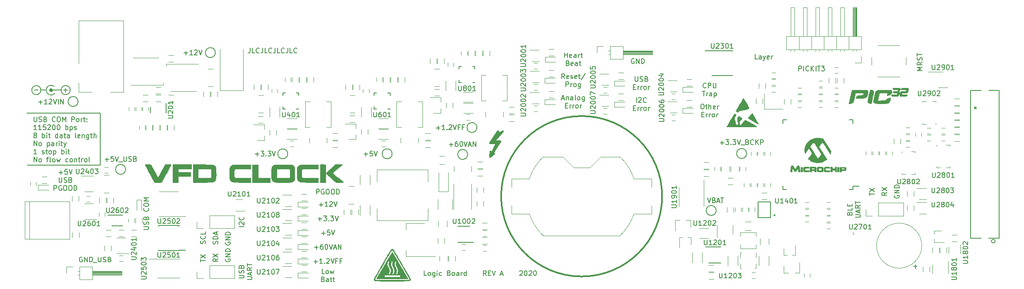
<source format=gto>
G04 #@! TF.GenerationSoftware,KiCad,Pcbnew,(5.1.4)-1*
G04 #@! TF.CreationDate,2020-02-29T21:01:33-06:00*
G04 #@! TF.ProjectId,VFD_Clock,5646445f-436c-46f6-936b-2e6b69636164,rev?*
G04 #@! TF.SameCoordinates,Original*
G04 #@! TF.FileFunction,Legend,Top*
G04 #@! TF.FilePolarity,Positive*
%FSLAX46Y46*%
G04 Gerber Fmt 4.6, Leading zero omitted, Abs format (unit mm)*
G04 Created by KiCad (PCBNEW (5.1.4)-1) date 2020-02-29 21:01:33*
%MOMM*%
%LPD*%
G04 APERTURE LIST*
%ADD10C,0.150000*%
%ADD11C,0.500000*%
%ADD12C,0.120000*%
%ADD13C,0.010000*%
%ADD14C,0.381000*%
%ADD15C,0.152400*%
%ADD16C,0.100000*%
%ADD17C,0.300000*%
G04 APERTURE END LIST*
D10*
X79869309Y-67714880D02*
X79869309Y-68429166D01*
X79821690Y-68572023D01*
X79726452Y-68667261D01*
X79583595Y-68714880D01*
X79488357Y-68714880D01*
X80821690Y-68714880D02*
X80345500Y-68714880D01*
X80345500Y-67714880D01*
X81726452Y-68619642D02*
X81678833Y-68667261D01*
X81535976Y-68714880D01*
X81440738Y-68714880D01*
X81297880Y-68667261D01*
X81202642Y-68572023D01*
X81155023Y-68476785D01*
X81107404Y-68286309D01*
X81107404Y-68143452D01*
X81155023Y-67952976D01*
X81202642Y-67857738D01*
X81297880Y-67762500D01*
X81440738Y-67714880D01*
X81535976Y-67714880D01*
X81678833Y-67762500D01*
X81726452Y-67810119D01*
X82440738Y-67714880D02*
X82440738Y-68429166D01*
X82393119Y-68572023D01*
X82297880Y-68667261D01*
X82155023Y-68714880D01*
X82059785Y-68714880D01*
X83393119Y-68714880D02*
X82916928Y-68714880D01*
X82916928Y-67714880D01*
X84297880Y-68619642D02*
X84250261Y-68667261D01*
X84107404Y-68714880D01*
X84012166Y-68714880D01*
X83869309Y-68667261D01*
X83774071Y-68572023D01*
X83726452Y-68476785D01*
X83678833Y-68286309D01*
X83678833Y-68143452D01*
X83726452Y-67952976D01*
X83774071Y-67857738D01*
X83869309Y-67762500D01*
X84012166Y-67714880D01*
X84107404Y-67714880D01*
X84250261Y-67762500D01*
X84297880Y-67810119D01*
X85012166Y-67714880D02*
X85012166Y-68429166D01*
X84964547Y-68572023D01*
X84869309Y-68667261D01*
X84726452Y-68714880D01*
X84631214Y-68714880D01*
X85964547Y-68714880D02*
X85488357Y-68714880D01*
X85488357Y-67714880D01*
X86869309Y-68619642D02*
X86821690Y-68667261D01*
X86678833Y-68714880D01*
X86583595Y-68714880D01*
X86440738Y-68667261D01*
X86345500Y-68572023D01*
X86297880Y-68476785D01*
X86250261Y-68286309D01*
X86250261Y-68143452D01*
X86297880Y-67952976D01*
X86345500Y-67857738D01*
X86440738Y-67762500D01*
X86583595Y-67714880D01*
X86678833Y-67714880D01*
X86821690Y-67762500D01*
X86869309Y-67810119D01*
X87583595Y-67714880D02*
X87583595Y-68429166D01*
X87535976Y-68572023D01*
X87440738Y-68667261D01*
X87297880Y-68714880D01*
X87202642Y-68714880D01*
X88535976Y-68714880D02*
X88059785Y-68714880D01*
X88059785Y-67714880D01*
X89440738Y-68619642D02*
X89393119Y-68667261D01*
X89250261Y-68714880D01*
X89155023Y-68714880D01*
X89012166Y-68667261D01*
X88916928Y-68572023D01*
X88869309Y-68476785D01*
X88821690Y-68286309D01*
X88821690Y-68143452D01*
X88869309Y-67952976D01*
X88916928Y-67857738D01*
X89012166Y-67762500D01*
X89155023Y-67714880D01*
X89250261Y-67714880D01*
X89393119Y-67762500D01*
X89440738Y-67810119D01*
X115967452Y-114371380D02*
X115491261Y-114371380D01*
X115491261Y-113371380D01*
X116443642Y-114371380D02*
X116348404Y-114323761D01*
X116300785Y-114276142D01*
X116253166Y-114180904D01*
X116253166Y-113895190D01*
X116300785Y-113799952D01*
X116348404Y-113752333D01*
X116443642Y-113704714D01*
X116586499Y-113704714D01*
X116681738Y-113752333D01*
X116729357Y-113799952D01*
X116776976Y-113895190D01*
X116776976Y-114180904D01*
X116729357Y-114276142D01*
X116681738Y-114323761D01*
X116586499Y-114371380D01*
X116443642Y-114371380D01*
X117634119Y-113704714D02*
X117634119Y-114514238D01*
X117586499Y-114609476D01*
X117538880Y-114657095D01*
X117443642Y-114704714D01*
X117300785Y-114704714D01*
X117205547Y-114657095D01*
X117634119Y-114323761D02*
X117538880Y-114371380D01*
X117348404Y-114371380D01*
X117253166Y-114323761D01*
X117205547Y-114276142D01*
X117157928Y-114180904D01*
X117157928Y-113895190D01*
X117205547Y-113799952D01*
X117253166Y-113752333D01*
X117348404Y-113704714D01*
X117538880Y-113704714D01*
X117634119Y-113752333D01*
X118110309Y-114371380D02*
X118110309Y-113704714D01*
X118110309Y-113371380D02*
X118062690Y-113419000D01*
X118110309Y-113466619D01*
X118157928Y-113419000D01*
X118110309Y-113371380D01*
X118110309Y-113466619D01*
X119015071Y-114323761D02*
X118919833Y-114371380D01*
X118729357Y-114371380D01*
X118634119Y-114323761D01*
X118586499Y-114276142D01*
X118538880Y-114180904D01*
X118538880Y-113895190D01*
X118586499Y-113799952D01*
X118634119Y-113752333D01*
X118729357Y-113704714D01*
X118919833Y-113704714D01*
X119015071Y-113752333D01*
X120538880Y-113847571D02*
X120681738Y-113895190D01*
X120729357Y-113942809D01*
X120776976Y-114038047D01*
X120776976Y-114180904D01*
X120729357Y-114276142D01*
X120681738Y-114323761D01*
X120586499Y-114371380D01*
X120205547Y-114371380D01*
X120205547Y-113371380D01*
X120538880Y-113371380D01*
X120634119Y-113419000D01*
X120681738Y-113466619D01*
X120729357Y-113561857D01*
X120729357Y-113657095D01*
X120681738Y-113752333D01*
X120634119Y-113799952D01*
X120538880Y-113847571D01*
X120205547Y-113847571D01*
X121348404Y-114371380D02*
X121253166Y-114323761D01*
X121205547Y-114276142D01*
X121157928Y-114180904D01*
X121157928Y-113895190D01*
X121205547Y-113799952D01*
X121253166Y-113752333D01*
X121348404Y-113704714D01*
X121491261Y-113704714D01*
X121586499Y-113752333D01*
X121634119Y-113799952D01*
X121681738Y-113895190D01*
X121681738Y-114180904D01*
X121634119Y-114276142D01*
X121586499Y-114323761D01*
X121491261Y-114371380D01*
X121348404Y-114371380D01*
X122538880Y-114371380D02*
X122538880Y-113847571D01*
X122491261Y-113752333D01*
X122396023Y-113704714D01*
X122205547Y-113704714D01*
X122110309Y-113752333D01*
X122538880Y-114323761D02*
X122443642Y-114371380D01*
X122205547Y-114371380D01*
X122110309Y-114323761D01*
X122062690Y-114228523D01*
X122062690Y-114133285D01*
X122110309Y-114038047D01*
X122205547Y-113990428D01*
X122443642Y-113990428D01*
X122538880Y-113942809D01*
X123015071Y-114371380D02*
X123015071Y-113704714D01*
X123015071Y-113895190D02*
X123062690Y-113799952D01*
X123110309Y-113752333D01*
X123205547Y-113704714D01*
X123300785Y-113704714D01*
X124062690Y-114371380D02*
X124062690Y-113371380D01*
X124062690Y-114323761D02*
X123967452Y-114371380D01*
X123776976Y-114371380D01*
X123681738Y-114323761D01*
X123634119Y-114276142D01*
X123586499Y-114180904D01*
X123586499Y-113895190D01*
X123634119Y-113799952D01*
X123681738Y-113752333D01*
X123776976Y-113704714D01*
X123967452Y-113704714D01*
X124062690Y-113752333D01*
X128157928Y-114371380D02*
X127824595Y-113895190D01*
X127586499Y-114371380D02*
X127586499Y-113371380D01*
X127967452Y-113371380D01*
X128062690Y-113419000D01*
X128110309Y-113466619D01*
X128157928Y-113561857D01*
X128157928Y-113704714D01*
X128110309Y-113799952D01*
X128062690Y-113847571D01*
X127967452Y-113895190D01*
X127586499Y-113895190D01*
X128586499Y-113847571D02*
X128919833Y-113847571D01*
X129062690Y-114371380D02*
X128586499Y-114371380D01*
X128586499Y-113371380D01*
X129062690Y-113371380D01*
X129348404Y-113371380D02*
X129681738Y-114371380D01*
X130015071Y-113371380D01*
X131062690Y-114085666D02*
X131538880Y-114085666D01*
X130967452Y-114371380D02*
X131300785Y-113371380D01*
X131634119Y-114371380D01*
X134967452Y-113466619D02*
X135015071Y-113419000D01*
X135110309Y-113371380D01*
X135348404Y-113371380D01*
X135443642Y-113419000D01*
X135491261Y-113466619D01*
X135538880Y-113561857D01*
X135538880Y-113657095D01*
X135491261Y-113799952D01*
X134919833Y-114371380D01*
X135538880Y-114371380D01*
X136157928Y-113371380D02*
X136253166Y-113371380D01*
X136348404Y-113419000D01*
X136396023Y-113466619D01*
X136443642Y-113561857D01*
X136491261Y-113752333D01*
X136491261Y-113990428D01*
X136443642Y-114180904D01*
X136396023Y-114276142D01*
X136348404Y-114323761D01*
X136253166Y-114371380D01*
X136157928Y-114371380D01*
X136062690Y-114323761D01*
X136015071Y-114276142D01*
X135967452Y-114180904D01*
X135919833Y-113990428D01*
X135919833Y-113752333D01*
X135967452Y-113561857D01*
X136015071Y-113466619D01*
X136062690Y-113419000D01*
X136157928Y-113371380D01*
X136872214Y-113466619D02*
X136919833Y-113419000D01*
X137015071Y-113371380D01*
X137253166Y-113371380D01*
X137348404Y-113419000D01*
X137396023Y-113466619D01*
X137443642Y-113561857D01*
X137443642Y-113657095D01*
X137396023Y-113799952D01*
X136824595Y-114371380D01*
X137443642Y-114371380D01*
X138062690Y-113371380D02*
X138157928Y-113371380D01*
X138253166Y-113419000D01*
X138300785Y-113466619D01*
X138348404Y-113561857D01*
X138396023Y-113752333D01*
X138396023Y-113990428D01*
X138348404Y-114180904D01*
X138300785Y-114276142D01*
X138253166Y-114323761D01*
X138157928Y-114371380D01*
X138062690Y-114371380D01*
X137967452Y-114323761D01*
X137919833Y-114276142D01*
X137872214Y-114180904D01*
X137824595Y-113990428D01*
X137824595Y-113752333D01*
X137872214Y-113561857D01*
X137919833Y-113466619D01*
X137967452Y-113419000D01*
X138062690Y-113371380D01*
X183586595Y-69984880D02*
X183110404Y-69984880D01*
X183110404Y-68984880D01*
X184348500Y-69984880D02*
X184348500Y-69461071D01*
X184300880Y-69365833D01*
X184205642Y-69318214D01*
X184015166Y-69318214D01*
X183919928Y-69365833D01*
X184348500Y-69937261D02*
X184253261Y-69984880D01*
X184015166Y-69984880D01*
X183919928Y-69937261D01*
X183872309Y-69842023D01*
X183872309Y-69746785D01*
X183919928Y-69651547D01*
X184015166Y-69603928D01*
X184253261Y-69603928D01*
X184348500Y-69556309D01*
X184729452Y-69318214D02*
X184967547Y-69984880D01*
X185205642Y-69318214D02*
X184967547Y-69984880D01*
X184872309Y-70222976D01*
X184824690Y-70270595D01*
X184729452Y-70318214D01*
X185967547Y-69937261D02*
X185872309Y-69984880D01*
X185681833Y-69984880D01*
X185586595Y-69937261D01*
X185538976Y-69842023D01*
X185538976Y-69461071D01*
X185586595Y-69365833D01*
X185681833Y-69318214D01*
X185872309Y-69318214D01*
X185967547Y-69365833D01*
X186015166Y-69461071D01*
X186015166Y-69556309D01*
X185538976Y-69651547D01*
X186443738Y-69984880D02*
X186443738Y-69318214D01*
X186443738Y-69508690D02*
X186491357Y-69413452D01*
X186538976Y-69365833D01*
X186634214Y-69318214D01*
X186729452Y-69318214D01*
X58126380Y-104901595D02*
X58935904Y-104901595D01*
X59031142Y-104853976D01*
X59078761Y-104806357D01*
X59126380Y-104711119D01*
X59126380Y-104520642D01*
X59078761Y-104425404D01*
X59031142Y-104377785D01*
X58935904Y-104330166D01*
X58126380Y-104330166D01*
X59078761Y-103901595D02*
X59126380Y-103758738D01*
X59126380Y-103520642D01*
X59078761Y-103425404D01*
X59031142Y-103377785D01*
X58935904Y-103330166D01*
X58840666Y-103330166D01*
X58745428Y-103377785D01*
X58697809Y-103425404D01*
X58650190Y-103520642D01*
X58602571Y-103711119D01*
X58554952Y-103806357D01*
X58507333Y-103853976D01*
X58412095Y-103901595D01*
X58316857Y-103901595D01*
X58221619Y-103853976D01*
X58174000Y-103806357D01*
X58126380Y-103711119D01*
X58126380Y-103473023D01*
X58174000Y-103330166D01*
X58602571Y-102568261D02*
X58650190Y-102425404D01*
X58697809Y-102377785D01*
X58793047Y-102330166D01*
X58935904Y-102330166D01*
X59031142Y-102377785D01*
X59078761Y-102425404D01*
X59126380Y-102520642D01*
X59126380Y-102901595D01*
X58126380Y-102901595D01*
X58126380Y-102568261D01*
X58174000Y-102473023D01*
X58221619Y-102425404D01*
X58316857Y-102377785D01*
X58412095Y-102377785D01*
X58507333Y-102425404D01*
X58554952Y-102473023D01*
X58602571Y-102568261D01*
X58602571Y-102901595D01*
X59031142Y-100568261D02*
X59078761Y-100615880D01*
X59126380Y-100758738D01*
X59126380Y-100853976D01*
X59078761Y-100996833D01*
X58983523Y-101092071D01*
X58888285Y-101139690D01*
X58697809Y-101187309D01*
X58554952Y-101187309D01*
X58364476Y-101139690D01*
X58269238Y-101092071D01*
X58174000Y-100996833D01*
X58126380Y-100853976D01*
X58126380Y-100758738D01*
X58174000Y-100615880D01*
X58221619Y-100568261D01*
X58126380Y-99949214D02*
X58126380Y-99758738D01*
X58174000Y-99663500D01*
X58269238Y-99568261D01*
X58459714Y-99520642D01*
X58793047Y-99520642D01*
X58983523Y-99568261D01*
X59078761Y-99663500D01*
X59126380Y-99758738D01*
X59126380Y-99949214D01*
X59078761Y-100044452D01*
X58983523Y-100139690D01*
X58793047Y-100187309D01*
X58459714Y-100187309D01*
X58269238Y-100139690D01*
X58174000Y-100044452D01*
X58126380Y-99949214D01*
X59126380Y-99092071D02*
X58126380Y-99092071D01*
X58840666Y-98758738D01*
X58126380Y-98425404D01*
X59126380Y-98425404D01*
X192032261Y-72397880D02*
X192032261Y-71397880D01*
X192413214Y-71397880D01*
X192508452Y-71445500D01*
X192556071Y-71493119D01*
X192603690Y-71588357D01*
X192603690Y-71731214D01*
X192556071Y-71826452D01*
X192508452Y-71874071D01*
X192413214Y-71921690D01*
X192032261Y-71921690D01*
X193032261Y-72397880D02*
X193032261Y-71397880D01*
X194079880Y-72302642D02*
X194032261Y-72350261D01*
X193889404Y-72397880D01*
X193794166Y-72397880D01*
X193651309Y-72350261D01*
X193556071Y-72255023D01*
X193508452Y-72159785D01*
X193460833Y-71969309D01*
X193460833Y-71826452D01*
X193508452Y-71635976D01*
X193556071Y-71540738D01*
X193651309Y-71445500D01*
X193794166Y-71397880D01*
X193889404Y-71397880D01*
X194032261Y-71445500D01*
X194079880Y-71493119D01*
X194508452Y-72397880D02*
X194508452Y-71397880D01*
X195079880Y-72397880D02*
X194651309Y-71826452D01*
X195079880Y-71397880D02*
X194508452Y-71969309D01*
X195508452Y-72397880D02*
X195508452Y-71397880D01*
X195841785Y-71397880D02*
X196413214Y-71397880D01*
X196127500Y-72397880D02*
X196127500Y-71397880D01*
X196651309Y-71397880D02*
X197270357Y-71397880D01*
X196937023Y-71778833D01*
X197079880Y-71778833D01*
X197175119Y-71826452D01*
X197222738Y-71874071D01*
X197270357Y-71969309D01*
X197270357Y-72207404D01*
X197222738Y-72302642D01*
X197175119Y-72350261D01*
X197079880Y-72397880D01*
X196794166Y-72397880D01*
X196698928Y-72350261D01*
X196651309Y-72302642D01*
X49212500Y-91694000D02*
X34353500Y-91694000D01*
X49212500Y-81089500D02*
X49212500Y-91694000D01*
X34290000Y-81089500D02*
X49212500Y-81089500D01*
X35705095Y-81814380D02*
X35705095Y-82623904D01*
X35752714Y-82719142D01*
X35800333Y-82766761D01*
X35895571Y-82814380D01*
X36086047Y-82814380D01*
X36181285Y-82766761D01*
X36228904Y-82719142D01*
X36276523Y-82623904D01*
X36276523Y-81814380D01*
X36705095Y-82766761D02*
X36847952Y-82814380D01*
X37086047Y-82814380D01*
X37181285Y-82766761D01*
X37228904Y-82719142D01*
X37276523Y-82623904D01*
X37276523Y-82528666D01*
X37228904Y-82433428D01*
X37181285Y-82385809D01*
X37086047Y-82338190D01*
X36895571Y-82290571D01*
X36800333Y-82242952D01*
X36752714Y-82195333D01*
X36705095Y-82100095D01*
X36705095Y-82004857D01*
X36752714Y-81909619D01*
X36800333Y-81862000D01*
X36895571Y-81814380D01*
X37133666Y-81814380D01*
X37276523Y-81862000D01*
X38038428Y-82290571D02*
X38181285Y-82338190D01*
X38228904Y-82385809D01*
X38276523Y-82481047D01*
X38276523Y-82623904D01*
X38228904Y-82719142D01*
X38181285Y-82766761D01*
X38086047Y-82814380D01*
X37705095Y-82814380D01*
X37705095Y-81814380D01*
X38038428Y-81814380D01*
X38133666Y-81862000D01*
X38181285Y-81909619D01*
X38228904Y-82004857D01*
X38228904Y-82100095D01*
X38181285Y-82195333D01*
X38133666Y-82242952D01*
X38038428Y-82290571D01*
X37705095Y-82290571D01*
X40038428Y-82719142D02*
X39990809Y-82766761D01*
X39847952Y-82814380D01*
X39752714Y-82814380D01*
X39609857Y-82766761D01*
X39514619Y-82671523D01*
X39467000Y-82576285D01*
X39419380Y-82385809D01*
X39419380Y-82242952D01*
X39467000Y-82052476D01*
X39514619Y-81957238D01*
X39609857Y-81862000D01*
X39752714Y-81814380D01*
X39847952Y-81814380D01*
X39990809Y-81862000D01*
X40038428Y-81909619D01*
X40657476Y-81814380D02*
X40847952Y-81814380D01*
X40943190Y-81862000D01*
X41038428Y-81957238D01*
X41086047Y-82147714D01*
X41086047Y-82481047D01*
X41038428Y-82671523D01*
X40943190Y-82766761D01*
X40847952Y-82814380D01*
X40657476Y-82814380D01*
X40562238Y-82766761D01*
X40467000Y-82671523D01*
X40419380Y-82481047D01*
X40419380Y-82147714D01*
X40467000Y-81957238D01*
X40562238Y-81862000D01*
X40657476Y-81814380D01*
X41514619Y-82814380D02*
X41514619Y-81814380D01*
X41847952Y-82528666D01*
X42181285Y-81814380D01*
X42181285Y-82814380D01*
X43419380Y-82814380D02*
X43419380Y-81814380D01*
X43800333Y-81814380D01*
X43895571Y-81862000D01*
X43943190Y-81909619D01*
X43990809Y-82004857D01*
X43990809Y-82147714D01*
X43943190Y-82242952D01*
X43895571Y-82290571D01*
X43800333Y-82338190D01*
X43419380Y-82338190D01*
X44562238Y-82814380D02*
X44467000Y-82766761D01*
X44419380Y-82719142D01*
X44371761Y-82623904D01*
X44371761Y-82338190D01*
X44419380Y-82242952D01*
X44467000Y-82195333D01*
X44562238Y-82147714D01*
X44705095Y-82147714D01*
X44800333Y-82195333D01*
X44847952Y-82242952D01*
X44895571Y-82338190D01*
X44895571Y-82623904D01*
X44847952Y-82719142D01*
X44800333Y-82766761D01*
X44705095Y-82814380D01*
X44562238Y-82814380D01*
X45324142Y-82814380D02*
X45324142Y-82147714D01*
X45324142Y-82338190D02*
X45371761Y-82242952D01*
X45419380Y-82195333D01*
X45514619Y-82147714D01*
X45609857Y-82147714D01*
X45800333Y-82147714D02*
X46181285Y-82147714D01*
X45943190Y-81814380D02*
X45943190Y-82671523D01*
X45990809Y-82766761D01*
X46086047Y-82814380D01*
X46181285Y-82814380D01*
X46514619Y-82719142D02*
X46562238Y-82766761D01*
X46514619Y-82814380D01*
X46467000Y-82766761D01*
X46514619Y-82719142D01*
X46514619Y-82814380D01*
X46514619Y-82195333D02*
X46562238Y-82242952D01*
X46514619Y-82290571D01*
X46467000Y-82242952D01*
X46514619Y-82195333D01*
X46514619Y-82290571D01*
X36228904Y-84464380D02*
X35657476Y-84464380D01*
X35943190Y-84464380D02*
X35943190Y-83464380D01*
X35847952Y-83607238D01*
X35752714Y-83702476D01*
X35657476Y-83750095D01*
X37181285Y-84464380D02*
X36609857Y-84464380D01*
X36895571Y-84464380D02*
X36895571Y-83464380D01*
X36800333Y-83607238D01*
X36705095Y-83702476D01*
X36609857Y-83750095D01*
X38086047Y-83464380D02*
X37609857Y-83464380D01*
X37562238Y-83940571D01*
X37609857Y-83892952D01*
X37705095Y-83845333D01*
X37943190Y-83845333D01*
X38038428Y-83892952D01*
X38086047Y-83940571D01*
X38133666Y-84035809D01*
X38133666Y-84273904D01*
X38086047Y-84369142D01*
X38038428Y-84416761D01*
X37943190Y-84464380D01*
X37705095Y-84464380D01*
X37609857Y-84416761D01*
X37562238Y-84369142D01*
X38514619Y-83559619D02*
X38562238Y-83512000D01*
X38657476Y-83464380D01*
X38895571Y-83464380D01*
X38990809Y-83512000D01*
X39038428Y-83559619D01*
X39086047Y-83654857D01*
X39086047Y-83750095D01*
X39038428Y-83892952D01*
X38467000Y-84464380D01*
X39086047Y-84464380D01*
X39705095Y-83464380D02*
X39800333Y-83464380D01*
X39895571Y-83512000D01*
X39943190Y-83559619D01*
X39990809Y-83654857D01*
X40038428Y-83845333D01*
X40038428Y-84083428D01*
X39990809Y-84273904D01*
X39943190Y-84369142D01*
X39895571Y-84416761D01*
X39800333Y-84464380D01*
X39705095Y-84464380D01*
X39609857Y-84416761D01*
X39562238Y-84369142D01*
X39514619Y-84273904D01*
X39467000Y-84083428D01*
X39467000Y-83845333D01*
X39514619Y-83654857D01*
X39562238Y-83559619D01*
X39609857Y-83512000D01*
X39705095Y-83464380D01*
X40657476Y-83464380D02*
X40752714Y-83464380D01*
X40847952Y-83512000D01*
X40895571Y-83559619D01*
X40943190Y-83654857D01*
X40990809Y-83845333D01*
X40990809Y-84083428D01*
X40943190Y-84273904D01*
X40895571Y-84369142D01*
X40847952Y-84416761D01*
X40752714Y-84464380D01*
X40657476Y-84464380D01*
X40562238Y-84416761D01*
X40514619Y-84369142D01*
X40467000Y-84273904D01*
X40419380Y-84083428D01*
X40419380Y-83845333D01*
X40467000Y-83654857D01*
X40514619Y-83559619D01*
X40562238Y-83512000D01*
X40657476Y-83464380D01*
X42181285Y-84464380D02*
X42181285Y-83464380D01*
X42181285Y-83845333D02*
X42276523Y-83797714D01*
X42467000Y-83797714D01*
X42562238Y-83845333D01*
X42609857Y-83892952D01*
X42657476Y-83988190D01*
X42657476Y-84273904D01*
X42609857Y-84369142D01*
X42562238Y-84416761D01*
X42467000Y-84464380D01*
X42276523Y-84464380D01*
X42181285Y-84416761D01*
X43086047Y-83797714D02*
X43086047Y-84797714D01*
X43086047Y-83845333D02*
X43181285Y-83797714D01*
X43371761Y-83797714D01*
X43467000Y-83845333D01*
X43514619Y-83892952D01*
X43562238Y-83988190D01*
X43562238Y-84273904D01*
X43514619Y-84369142D01*
X43467000Y-84416761D01*
X43371761Y-84464380D01*
X43181285Y-84464380D01*
X43086047Y-84416761D01*
X43943190Y-84416761D02*
X44038428Y-84464380D01*
X44228904Y-84464380D01*
X44324142Y-84416761D01*
X44371761Y-84321523D01*
X44371761Y-84273904D01*
X44324142Y-84178666D01*
X44228904Y-84131047D01*
X44086047Y-84131047D01*
X43990809Y-84083428D01*
X43943190Y-83988190D01*
X43943190Y-83940571D01*
X43990809Y-83845333D01*
X44086047Y-83797714D01*
X44228904Y-83797714D01*
X44324142Y-83845333D01*
X35847952Y-85542952D02*
X35752714Y-85495333D01*
X35705095Y-85447714D01*
X35657476Y-85352476D01*
X35657476Y-85304857D01*
X35705095Y-85209619D01*
X35752714Y-85162000D01*
X35847952Y-85114380D01*
X36038428Y-85114380D01*
X36133666Y-85162000D01*
X36181285Y-85209619D01*
X36228904Y-85304857D01*
X36228904Y-85352476D01*
X36181285Y-85447714D01*
X36133666Y-85495333D01*
X36038428Y-85542952D01*
X35847952Y-85542952D01*
X35752714Y-85590571D01*
X35705095Y-85638190D01*
X35657476Y-85733428D01*
X35657476Y-85923904D01*
X35705095Y-86019142D01*
X35752714Y-86066761D01*
X35847952Y-86114380D01*
X36038428Y-86114380D01*
X36133666Y-86066761D01*
X36181285Y-86019142D01*
X36228904Y-85923904D01*
X36228904Y-85733428D01*
X36181285Y-85638190D01*
X36133666Y-85590571D01*
X36038428Y-85542952D01*
X37419380Y-86114380D02*
X37419380Y-85114380D01*
X37419380Y-85495333D02*
X37514619Y-85447714D01*
X37705095Y-85447714D01*
X37800333Y-85495333D01*
X37847952Y-85542952D01*
X37895571Y-85638190D01*
X37895571Y-85923904D01*
X37847952Y-86019142D01*
X37800333Y-86066761D01*
X37705095Y-86114380D01*
X37514619Y-86114380D01*
X37419380Y-86066761D01*
X38324142Y-86114380D02*
X38324142Y-85447714D01*
X38324142Y-85114380D02*
X38276523Y-85162000D01*
X38324142Y-85209619D01*
X38371761Y-85162000D01*
X38324142Y-85114380D01*
X38324142Y-85209619D01*
X38657476Y-85447714D02*
X39038428Y-85447714D01*
X38800333Y-85114380D02*
X38800333Y-85971523D01*
X38847952Y-86066761D01*
X38943190Y-86114380D01*
X39038428Y-86114380D01*
X40562238Y-86114380D02*
X40562238Y-85114380D01*
X40562238Y-86066761D02*
X40467000Y-86114380D01*
X40276523Y-86114380D01*
X40181285Y-86066761D01*
X40133666Y-86019142D01*
X40086047Y-85923904D01*
X40086047Y-85638190D01*
X40133666Y-85542952D01*
X40181285Y-85495333D01*
X40276523Y-85447714D01*
X40467000Y-85447714D01*
X40562238Y-85495333D01*
X41467000Y-86114380D02*
X41467000Y-85590571D01*
X41419380Y-85495333D01*
X41324142Y-85447714D01*
X41133666Y-85447714D01*
X41038428Y-85495333D01*
X41467000Y-86066761D02*
X41371761Y-86114380D01*
X41133666Y-86114380D01*
X41038428Y-86066761D01*
X40990809Y-85971523D01*
X40990809Y-85876285D01*
X41038428Y-85781047D01*
X41133666Y-85733428D01*
X41371761Y-85733428D01*
X41467000Y-85685809D01*
X41800333Y-85447714D02*
X42181285Y-85447714D01*
X41943190Y-85114380D02*
X41943190Y-85971523D01*
X41990809Y-86066761D01*
X42086047Y-86114380D01*
X42181285Y-86114380D01*
X42943190Y-86114380D02*
X42943190Y-85590571D01*
X42895571Y-85495333D01*
X42800333Y-85447714D01*
X42609857Y-85447714D01*
X42514619Y-85495333D01*
X42943190Y-86066761D02*
X42847952Y-86114380D01*
X42609857Y-86114380D01*
X42514619Y-86066761D01*
X42467000Y-85971523D01*
X42467000Y-85876285D01*
X42514619Y-85781047D01*
X42609857Y-85733428D01*
X42847952Y-85733428D01*
X42943190Y-85685809D01*
X44324142Y-86114380D02*
X44228904Y-86066761D01*
X44181285Y-85971523D01*
X44181285Y-85114380D01*
X45086047Y-86066761D02*
X44990809Y-86114380D01*
X44800333Y-86114380D01*
X44705095Y-86066761D01*
X44657476Y-85971523D01*
X44657476Y-85590571D01*
X44705095Y-85495333D01*
X44800333Y-85447714D01*
X44990809Y-85447714D01*
X45086047Y-85495333D01*
X45133666Y-85590571D01*
X45133666Y-85685809D01*
X44657476Y-85781047D01*
X45562238Y-85447714D02*
X45562238Y-86114380D01*
X45562238Y-85542952D02*
X45609857Y-85495333D01*
X45705095Y-85447714D01*
X45847952Y-85447714D01*
X45943190Y-85495333D01*
X45990809Y-85590571D01*
X45990809Y-86114380D01*
X46895571Y-85447714D02*
X46895571Y-86257238D01*
X46847952Y-86352476D01*
X46800333Y-86400095D01*
X46705095Y-86447714D01*
X46562238Y-86447714D01*
X46467000Y-86400095D01*
X46895571Y-86066761D02*
X46800333Y-86114380D01*
X46609857Y-86114380D01*
X46514619Y-86066761D01*
X46467000Y-86019142D01*
X46419380Y-85923904D01*
X46419380Y-85638190D01*
X46467000Y-85542952D01*
X46514619Y-85495333D01*
X46609857Y-85447714D01*
X46800333Y-85447714D01*
X46895571Y-85495333D01*
X47228904Y-85447714D02*
X47609857Y-85447714D01*
X47371761Y-85114380D02*
X47371761Y-85971523D01*
X47419380Y-86066761D01*
X47514619Y-86114380D01*
X47609857Y-86114380D01*
X47943190Y-86114380D02*
X47943190Y-85114380D01*
X48371761Y-86114380D02*
X48371761Y-85590571D01*
X48324142Y-85495333D01*
X48228904Y-85447714D01*
X48086047Y-85447714D01*
X47990809Y-85495333D01*
X47943190Y-85542952D01*
X35705095Y-87764380D02*
X35705095Y-86764380D01*
X36276523Y-87764380D01*
X36276523Y-86764380D01*
X36895571Y-87764380D02*
X36800333Y-87716761D01*
X36752714Y-87669142D01*
X36705095Y-87573904D01*
X36705095Y-87288190D01*
X36752714Y-87192952D01*
X36800333Y-87145333D01*
X36895571Y-87097714D01*
X37038428Y-87097714D01*
X37133666Y-87145333D01*
X37181285Y-87192952D01*
X37228904Y-87288190D01*
X37228904Y-87573904D01*
X37181285Y-87669142D01*
X37133666Y-87716761D01*
X37038428Y-87764380D01*
X36895571Y-87764380D01*
X38419380Y-87097714D02*
X38419380Y-88097714D01*
X38419380Y-87145333D02*
X38514619Y-87097714D01*
X38705095Y-87097714D01*
X38800333Y-87145333D01*
X38847952Y-87192952D01*
X38895571Y-87288190D01*
X38895571Y-87573904D01*
X38847952Y-87669142D01*
X38800333Y-87716761D01*
X38705095Y-87764380D01*
X38514619Y-87764380D01*
X38419380Y-87716761D01*
X39752714Y-87764380D02*
X39752714Y-87240571D01*
X39705095Y-87145333D01*
X39609857Y-87097714D01*
X39419380Y-87097714D01*
X39324142Y-87145333D01*
X39752714Y-87716761D02*
X39657476Y-87764380D01*
X39419380Y-87764380D01*
X39324142Y-87716761D01*
X39276523Y-87621523D01*
X39276523Y-87526285D01*
X39324142Y-87431047D01*
X39419380Y-87383428D01*
X39657476Y-87383428D01*
X39752714Y-87335809D01*
X40228904Y-87764380D02*
X40228904Y-87097714D01*
X40228904Y-87288190D02*
X40276523Y-87192952D01*
X40324142Y-87145333D01*
X40419380Y-87097714D01*
X40514619Y-87097714D01*
X40847952Y-87764380D02*
X40847952Y-87097714D01*
X40847952Y-86764380D02*
X40800333Y-86812000D01*
X40847952Y-86859619D01*
X40895571Y-86812000D01*
X40847952Y-86764380D01*
X40847952Y-86859619D01*
X41181285Y-87097714D02*
X41562238Y-87097714D01*
X41324142Y-86764380D02*
X41324142Y-87621523D01*
X41371761Y-87716761D01*
X41467000Y-87764380D01*
X41562238Y-87764380D01*
X41800333Y-87097714D02*
X42038428Y-87764380D01*
X42276523Y-87097714D02*
X42038428Y-87764380D01*
X41943190Y-88002476D01*
X41895571Y-88050095D01*
X41800333Y-88097714D01*
X36228904Y-89414380D02*
X35657476Y-89414380D01*
X35943190Y-89414380D02*
X35943190Y-88414380D01*
X35847952Y-88557238D01*
X35752714Y-88652476D01*
X35657476Y-88700095D01*
X37371761Y-89366761D02*
X37467000Y-89414380D01*
X37657476Y-89414380D01*
X37752714Y-89366761D01*
X37800333Y-89271523D01*
X37800333Y-89223904D01*
X37752714Y-89128666D01*
X37657476Y-89081047D01*
X37514619Y-89081047D01*
X37419380Y-89033428D01*
X37371761Y-88938190D01*
X37371761Y-88890571D01*
X37419380Y-88795333D01*
X37514619Y-88747714D01*
X37657476Y-88747714D01*
X37752714Y-88795333D01*
X38086047Y-88747714D02*
X38467000Y-88747714D01*
X38228904Y-88414380D02*
X38228904Y-89271523D01*
X38276523Y-89366761D01*
X38371761Y-89414380D01*
X38467000Y-89414380D01*
X38943190Y-89414380D02*
X38847952Y-89366761D01*
X38800333Y-89319142D01*
X38752714Y-89223904D01*
X38752714Y-88938190D01*
X38800333Y-88842952D01*
X38847952Y-88795333D01*
X38943190Y-88747714D01*
X39086047Y-88747714D01*
X39181285Y-88795333D01*
X39228904Y-88842952D01*
X39276523Y-88938190D01*
X39276523Y-89223904D01*
X39228904Y-89319142D01*
X39181285Y-89366761D01*
X39086047Y-89414380D01*
X38943190Y-89414380D01*
X39705095Y-88747714D02*
X39705095Y-89747714D01*
X39705095Y-88795333D02*
X39800333Y-88747714D01*
X39990809Y-88747714D01*
X40086047Y-88795333D01*
X40133666Y-88842952D01*
X40181285Y-88938190D01*
X40181285Y-89223904D01*
X40133666Y-89319142D01*
X40086047Y-89366761D01*
X39990809Y-89414380D01*
X39800333Y-89414380D01*
X39705095Y-89366761D01*
X41371761Y-89414380D02*
X41371761Y-88414380D01*
X41371761Y-88795333D02*
X41467000Y-88747714D01*
X41657476Y-88747714D01*
X41752714Y-88795333D01*
X41800333Y-88842952D01*
X41847952Y-88938190D01*
X41847952Y-89223904D01*
X41800333Y-89319142D01*
X41752714Y-89366761D01*
X41657476Y-89414380D01*
X41467000Y-89414380D01*
X41371761Y-89366761D01*
X42276523Y-89414380D02*
X42276523Y-88747714D01*
X42276523Y-88414380D02*
X42228904Y-88462000D01*
X42276523Y-88509619D01*
X42324142Y-88462000D01*
X42276523Y-88414380D01*
X42276523Y-88509619D01*
X42609857Y-88747714D02*
X42990809Y-88747714D01*
X42752714Y-88414380D02*
X42752714Y-89271523D01*
X42800333Y-89366761D01*
X42895571Y-89414380D01*
X42990809Y-89414380D01*
X35705095Y-91064380D02*
X35705095Y-90064380D01*
X36276523Y-91064380D01*
X36276523Y-90064380D01*
X36895571Y-91064380D02*
X36800333Y-91016761D01*
X36752714Y-90969142D01*
X36705095Y-90873904D01*
X36705095Y-90588190D01*
X36752714Y-90492952D01*
X36800333Y-90445333D01*
X36895571Y-90397714D01*
X37038428Y-90397714D01*
X37133666Y-90445333D01*
X37181285Y-90492952D01*
X37228904Y-90588190D01*
X37228904Y-90873904D01*
X37181285Y-90969142D01*
X37133666Y-91016761D01*
X37038428Y-91064380D01*
X36895571Y-91064380D01*
X38276523Y-90397714D02*
X38657476Y-90397714D01*
X38419380Y-91064380D02*
X38419380Y-90207238D01*
X38467000Y-90112000D01*
X38562238Y-90064380D01*
X38657476Y-90064380D01*
X39133666Y-91064380D02*
X39038428Y-91016761D01*
X38990809Y-90921523D01*
X38990809Y-90064380D01*
X39657476Y-91064380D02*
X39562238Y-91016761D01*
X39514619Y-90969142D01*
X39467000Y-90873904D01*
X39467000Y-90588190D01*
X39514619Y-90492952D01*
X39562238Y-90445333D01*
X39657476Y-90397714D01*
X39800333Y-90397714D01*
X39895571Y-90445333D01*
X39943190Y-90492952D01*
X39990809Y-90588190D01*
X39990809Y-90873904D01*
X39943190Y-90969142D01*
X39895571Y-91016761D01*
X39800333Y-91064380D01*
X39657476Y-91064380D01*
X40324142Y-90397714D02*
X40514619Y-91064380D01*
X40705095Y-90588190D01*
X40895571Y-91064380D01*
X41086047Y-90397714D01*
X42657476Y-91016761D02*
X42562238Y-91064380D01*
X42371761Y-91064380D01*
X42276523Y-91016761D01*
X42228904Y-90969142D01*
X42181285Y-90873904D01*
X42181285Y-90588190D01*
X42228904Y-90492952D01*
X42276523Y-90445333D01*
X42371761Y-90397714D01*
X42562238Y-90397714D01*
X42657476Y-90445333D01*
X43228904Y-91064380D02*
X43133666Y-91016761D01*
X43086047Y-90969142D01*
X43038428Y-90873904D01*
X43038428Y-90588190D01*
X43086047Y-90492952D01*
X43133666Y-90445333D01*
X43228904Y-90397714D01*
X43371761Y-90397714D01*
X43467000Y-90445333D01*
X43514619Y-90492952D01*
X43562238Y-90588190D01*
X43562238Y-90873904D01*
X43514619Y-90969142D01*
X43467000Y-91016761D01*
X43371761Y-91064380D01*
X43228904Y-91064380D01*
X43990809Y-90397714D02*
X43990809Y-91064380D01*
X43990809Y-90492952D02*
X44038428Y-90445333D01*
X44133666Y-90397714D01*
X44276523Y-90397714D01*
X44371761Y-90445333D01*
X44419380Y-90540571D01*
X44419380Y-91064380D01*
X44752714Y-90397714D02*
X45133666Y-90397714D01*
X44895571Y-90064380D02*
X44895571Y-90921523D01*
X44943190Y-91016761D01*
X45038428Y-91064380D01*
X45133666Y-91064380D01*
X45467000Y-91064380D02*
X45467000Y-90397714D01*
X45467000Y-90588190D02*
X45514619Y-90492952D01*
X45562238Y-90445333D01*
X45657476Y-90397714D01*
X45752714Y-90397714D01*
X46228904Y-91064380D02*
X46133666Y-91016761D01*
X46086047Y-90969142D01*
X46038428Y-90873904D01*
X46038428Y-90588190D01*
X46086047Y-90492952D01*
X46133666Y-90445333D01*
X46228904Y-90397714D01*
X46371761Y-90397714D01*
X46467000Y-90445333D01*
X46514619Y-90492952D01*
X46562238Y-90588190D01*
X46562238Y-90873904D01*
X46514619Y-90969142D01*
X46467000Y-91016761D01*
X46371761Y-91064380D01*
X46228904Y-91064380D01*
X47133666Y-91064380D02*
X47038428Y-91016761D01*
X46990809Y-90921523D01*
X46990809Y-90064380D01*
X175959047Y-87129928D02*
X176720952Y-87129928D01*
X176340000Y-87510880D02*
X176340000Y-86748976D01*
X177101904Y-86510880D02*
X177720952Y-86510880D01*
X177387619Y-86891833D01*
X177530476Y-86891833D01*
X177625714Y-86939452D01*
X177673333Y-86987071D01*
X177720952Y-87082309D01*
X177720952Y-87320404D01*
X177673333Y-87415642D01*
X177625714Y-87463261D01*
X177530476Y-87510880D01*
X177244761Y-87510880D01*
X177149523Y-87463261D01*
X177101904Y-87415642D01*
X178149523Y-87415642D02*
X178197142Y-87463261D01*
X178149523Y-87510880D01*
X178101904Y-87463261D01*
X178149523Y-87415642D01*
X178149523Y-87510880D01*
X178530476Y-86510880D02*
X179149523Y-86510880D01*
X178816190Y-86891833D01*
X178959047Y-86891833D01*
X179054285Y-86939452D01*
X179101904Y-86987071D01*
X179149523Y-87082309D01*
X179149523Y-87320404D01*
X179101904Y-87415642D01*
X179054285Y-87463261D01*
X178959047Y-87510880D01*
X178673333Y-87510880D01*
X178578095Y-87463261D01*
X178530476Y-87415642D01*
X179435238Y-86510880D02*
X179768571Y-87510880D01*
X180101904Y-86510880D01*
X180197142Y-87606119D02*
X180959047Y-87606119D01*
X181530476Y-86987071D02*
X181673333Y-87034690D01*
X181720952Y-87082309D01*
X181768571Y-87177547D01*
X181768571Y-87320404D01*
X181720952Y-87415642D01*
X181673333Y-87463261D01*
X181578095Y-87510880D01*
X181197142Y-87510880D01*
X181197142Y-86510880D01*
X181530476Y-86510880D01*
X181625714Y-86558500D01*
X181673333Y-86606119D01*
X181720952Y-86701357D01*
X181720952Y-86796595D01*
X181673333Y-86891833D01*
X181625714Y-86939452D01*
X181530476Y-86987071D01*
X181197142Y-86987071D01*
X182768571Y-87415642D02*
X182720952Y-87463261D01*
X182578095Y-87510880D01*
X182482857Y-87510880D01*
X182340000Y-87463261D01*
X182244761Y-87368023D01*
X182197142Y-87272785D01*
X182149523Y-87082309D01*
X182149523Y-86939452D01*
X182197142Y-86748976D01*
X182244761Y-86653738D01*
X182340000Y-86558500D01*
X182482857Y-86510880D01*
X182578095Y-86510880D01*
X182720952Y-86558500D01*
X182768571Y-86606119D01*
X183197142Y-87510880D02*
X183197142Y-86510880D01*
X183768571Y-87510880D02*
X183340000Y-86939452D01*
X183768571Y-86510880D02*
X183197142Y-87082309D01*
X184197142Y-87510880D02*
X184197142Y-86510880D01*
X184578095Y-86510880D01*
X184673333Y-86558500D01*
X184720952Y-86606119D01*
X184768571Y-86701357D01*
X184768571Y-86844214D01*
X184720952Y-86939452D01*
X184673333Y-86987071D01*
X184578095Y-87034690D01*
X184197142Y-87034690D01*
X173363142Y-98448880D02*
X173696476Y-99448880D01*
X174029809Y-98448880D01*
X174696476Y-98925071D02*
X174839333Y-98972690D01*
X174886952Y-99020309D01*
X174934571Y-99115547D01*
X174934571Y-99258404D01*
X174886952Y-99353642D01*
X174839333Y-99401261D01*
X174744095Y-99448880D01*
X174363142Y-99448880D01*
X174363142Y-98448880D01*
X174696476Y-98448880D01*
X174791714Y-98496500D01*
X174839333Y-98544119D01*
X174886952Y-98639357D01*
X174886952Y-98734595D01*
X174839333Y-98829833D01*
X174791714Y-98877452D01*
X174696476Y-98925071D01*
X174363142Y-98925071D01*
X175315523Y-99163166D02*
X175791714Y-99163166D01*
X175220285Y-99448880D02*
X175553619Y-98448880D01*
X175886952Y-99448880D01*
X176077428Y-98448880D02*
X176648857Y-98448880D01*
X176363142Y-99448880D02*
X176363142Y-98448880D01*
X70699261Y-107824928D02*
X70746880Y-107682071D01*
X70746880Y-107443976D01*
X70699261Y-107348738D01*
X70651642Y-107301119D01*
X70556404Y-107253500D01*
X70461166Y-107253500D01*
X70365928Y-107301119D01*
X70318309Y-107348738D01*
X70270690Y-107443976D01*
X70223071Y-107634452D01*
X70175452Y-107729690D01*
X70127833Y-107777309D01*
X70032595Y-107824928D01*
X69937357Y-107824928D01*
X69842119Y-107777309D01*
X69794500Y-107729690D01*
X69746880Y-107634452D01*
X69746880Y-107396357D01*
X69794500Y-107253500D01*
X70651642Y-106253500D02*
X70699261Y-106301119D01*
X70746880Y-106443976D01*
X70746880Y-106539214D01*
X70699261Y-106682071D01*
X70604023Y-106777309D01*
X70508785Y-106824928D01*
X70318309Y-106872547D01*
X70175452Y-106872547D01*
X69984976Y-106824928D01*
X69889738Y-106777309D01*
X69794500Y-106682071D01*
X69746880Y-106539214D01*
X69746880Y-106443976D01*
X69794500Y-106301119D01*
X69842119Y-106253500D01*
X70746880Y-105348738D02*
X70746880Y-105824928D01*
X69746880Y-105824928D01*
X74874500Y-107539214D02*
X74826880Y-107634452D01*
X74826880Y-107777309D01*
X74874500Y-107920166D01*
X74969738Y-108015404D01*
X75064976Y-108063023D01*
X75255452Y-108110642D01*
X75398309Y-108110642D01*
X75588785Y-108063023D01*
X75684023Y-108015404D01*
X75779261Y-107920166D01*
X75826880Y-107777309D01*
X75826880Y-107682071D01*
X75779261Y-107539214D01*
X75731642Y-107491595D01*
X75398309Y-107491595D01*
X75398309Y-107682071D01*
X75826880Y-107063023D02*
X74826880Y-107063023D01*
X75826880Y-106491595D01*
X74826880Y-106491595D01*
X75826880Y-106015404D02*
X74826880Y-106015404D01*
X74826880Y-105777309D01*
X74874500Y-105634452D01*
X74969738Y-105539214D01*
X75064976Y-105491595D01*
X75255452Y-105443976D01*
X75398309Y-105443976D01*
X75588785Y-105491595D01*
X75684023Y-105539214D01*
X75779261Y-105634452D01*
X75826880Y-105777309D01*
X75826880Y-106015404D01*
X78620880Y-104354190D02*
X77620880Y-104354190D01*
X77716119Y-103925619D02*
X77668500Y-103878000D01*
X77620880Y-103782761D01*
X77620880Y-103544666D01*
X77668500Y-103449428D01*
X77716119Y-103401809D01*
X77811357Y-103354190D01*
X77906595Y-103354190D01*
X78049452Y-103401809D01*
X78620880Y-103973238D01*
X78620880Y-103354190D01*
X78525642Y-102354190D02*
X78573261Y-102401809D01*
X78620880Y-102544666D01*
X78620880Y-102639904D01*
X78573261Y-102782761D01*
X78478023Y-102878000D01*
X78382785Y-102925619D01*
X78192309Y-102973238D01*
X78049452Y-102973238D01*
X77858976Y-102925619D01*
X77763738Y-102878000D01*
X77668500Y-102782761D01*
X77620880Y-102639904D01*
X77620880Y-102544666D01*
X77668500Y-102401809D01*
X77716119Y-102354190D01*
X73239261Y-107872547D02*
X73286880Y-107729690D01*
X73286880Y-107491595D01*
X73239261Y-107396357D01*
X73191642Y-107348738D01*
X73096404Y-107301119D01*
X73001166Y-107301119D01*
X72905928Y-107348738D01*
X72858309Y-107396357D01*
X72810690Y-107491595D01*
X72763071Y-107682071D01*
X72715452Y-107777309D01*
X72667833Y-107824928D01*
X72572595Y-107872547D01*
X72477357Y-107872547D01*
X72382119Y-107824928D01*
X72334500Y-107777309D01*
X72286880Y-107682071D01*
X72286880Y-107443976D01*
X72334500Y-107301119D01*
X73286880Y-106872547D02*
X72286880Y-106872547D01*
X72286880Y-106634452D01*
X72334500Y-106491595D01*
X72429738Y-106396357D01*
X72524976Y-106348738D01*
X72715452Y-106301119D01*
X72858309Y-106301119D01*
X73048785Y-106348738D01*
X73144023Y-106396357D01*
X73239261Y-106491595D01*
X73286880Y-106634452D01*
X73286880Y-106872547D01*
X73001166Y-105920166D02*
X73001166Y-105443976D01*
X73286880Y-106015404D02*
X72286880Y-105682071D01*
X73286880Y-105348738D01*
X217241380Y-72302476D02*
X216241380Y-72302476D01*
X216955666Y-71969142D01*
X216241380Y-71635809D01*
X217241380Y-71635809D01*
X217241380Y-70588190D02*
X216765190Y-70921523D01*
X217241380Y-71159619D02*
X216241380Y-71159619D01*
X216241380Y-70778666D01*
X216289000Y-70683428D01*
X216336619Y-70635809D01*
X216431857Y-70588190D01*
X216574714Y-70588190D01*
X216669952Y-70635809D01*
X216717571Y-70683428D01*
X216765190Y-70778666D01*
X216765190Y-71159619D01*
X217193761Y-70207238D02*
X217241380Y-70064380D01*
X217241380Y-69826285D01*
X217193761Y-69731047D01*
X217146142Y-69683428D01*
X217050904Y-69635809D01*
X216955666Y-69635809D01*
X216860428Y-69683428D01*
X216812809Y-69731047D01*
X216765190Y-69826285D01*
X216717571Y-70016761D01*
X216669952Y-70112000D01*
X216622333Y-70159619D01*
X216527095Y-70207238D01*
X216431857Y-70207238D01*
X216336619Y-70159619D01*
X216289000Y-70112000D01*
X216241380Y-70016761D01*
X216241380Y-69778666D01*
X216289000Y-69635809D01*
X216241380Y-69350095D02*
X216241380Y-68778666D01*
X217241380Y-69064380D02*
X216241380Y-69064380D01*
X206462380Y-97916904D02*
X206462380Y-97345476D01*
X207462380Y-97631190D02*
X206462380Y-97631190D01*
X206462380Y-97107380D02*
X207462380Y-96440714D01*
X206462380Y-96440714D02*
X207462380Y-97107380D01*
X211590000Y-97916904D02*
X211542380Y-98012142D01*
X211542380Y-98155000D01*
X211590000Y-98297857D01*
X211685238Y-98393095D01*
X211780476Y-98440714D01*
X211970952Y-98488333D01*
X212113809Y-98488333D01*
X212304285Y-98440714D01*
X212399523Y-98393095D01*
X212494761Y-98297857D01*
X212542380Y-98155000D01*
X212542380Y-98059761D01*
X212494761Y-97916904D01*
X212447142Y-97869285D01*
X212113809Y-97869285D01*
X212113809Y-98059761D01*
X212542380Y-97440714D02*
X211542380Y-97440714D01*
X212542380Y-96869285D01*
X211542380Y-96869285D01*
X212542380Y-96393095D02*
X211542380Y-96393095D01*
X211542380Y-96155000D01*
X211590000Y-96012142D01*
X211685238Y-95916904D01*
X211780476Y-95869285D01*
X211970952Y-95821666D01*
X212113809Y-95821666D01*
X212304285Y-95869285D01*
X212399523Y-95916904D01*
X212494761Y-96012142D01*
X212542380Y-96155000D01*
X212542380Y-96393095D01*
X202430571Y-101623714D02*
X202478190Y-101480857D01*
X202525809Y-101433238D01*
X202621047Y-101385619D01*
X202763904Y-101385619D01*
X202859142Y-101433238D01*
X202906761Y-101480857D01*
X202954380Y-101576095D01*
X202954380Y-101957047D01*
X201954380Y-101957047D01*
X201954380Y-101623714D01*
X202002000Y-101528476D01*
X202049619Y-101480857D01*
X202144857Y-101433238D01*
X202240095Y-101433238D01*
X202335333Y-101480857D01*
X202382952Y-101528476D01*
X202430571Y-101623714D01*
X202430571Y-101957047D01*
X202954380Y-100480857D02*
X202954380Y-100957047D01*
X201954380Y-100957047D01*
X202430571Y-100147523D02*
X202430571Y-99814190D01*
X202954380Y-99671333D02*
X202954380Y-100147523D01*
X201954380Y-100147523D01*
X201954380Y-99671333D01*
X203604380Y-102433238D02*
X204413904Y-102433238D01*
X204509142Y-102385619D01*
X204556761Y-102338000D01*
X204604380Y-102242761D01*
X204604380Y-102052285D01*
X204556761Y-101957047D01*
X204509142Y-101909428D01*
X204413904Y-101861809D01*
X203604380Y-101861809D01*
X204318666Y-101433238D02*
X204318666Y-100957047D01*
X204604380Y-101528476D02*
X203604380Y-101195142D01*
X204604380Y-100861809D01*
X204604380Y-99957047D02*
X204128190Y-100290380D01*
X204604380Y-100528476D02*
X203604380Y-100528476D01*
X203604380Y-100147523D01*
X203652000Y-100052285D01*
X203699619Y-100004666D01*
X203794857Y-99957047D01*
X203937714Y-99957047D01*
X204032952Y-100004666D01*
X204080571Y-100052285D01*
X204128190Y-100147523D01*
X204128190Y-100528476D01*
X203604380Y-99671333D02*
X203604380Y-99099904D01*
X204604380Y-99385619D02*
X203604380Y-99385619D01*
X210002380Y-97321666D02*
X209526190Y-97655000D01*
X210002380Y-97893095D02*
X209002380Y-97893095D01*
X209002380Y-97512142D01*
X209050000Y-97416904D01*
X209097619Y-97369285D01*
X209192857Y-97321666D01*
X209335714Y-97321666D01*
X209430952Y-97369285D01*
X209478571Y-97416904D01*
X209526190Y-97512142D01*
X209526190Y-97893095D01*
X209002380Y-96988333D02*
X210002380Y-96321666D01*
X209002380Y-96321666D02*
X210002380Y-96988333D01*
X120602714Y-87510928D02*
X121364619Y-87510928D01*
X120983666Y-87891880D02*
X120983666Y-87129976D01*
X122269380Y-86891880D02*
X122078904Y-86891880D01*
X121983666Y-86939500D01*
X121936047Y-86987119D01*
X121840809Y-87129976D01*
X121793190Y-87320452D01*
X121793190Y-87701404D01*
X121840809Y-87796642D01*
X121888428Y-87844261D01*
X121983666Y-87891880D01*
X122174142Y-87891880D01*
X122269380Y-87844261D01*
X122317000Y-87796642D01*
X122364619Y-87701404D01*
X122364619Y-87463309D01*
X122317000Y-87368071D01*
X122269380Y-87320452D01*
X122174142Y-87272833D01*
X121983666Y-87272833D01*
X121888428Y-87320452D01*
X121840809Y-87368071D01*
X121793190Y-87463309D01*
X122983666Y-86891880D02*
X123078904Y-86891880D01*
X123174142Y-86939500D01*
X123221761Y-86987119D01*
X123269380Y-87082357D01*
X123317000Y-87272833D01*
X123317000Y-87510928D01*
X123269380Y-87701404D01*
X123221761Y-87796642D01*
X123174142Y-87844261D01*
X123078904Y-87891880D01*
X122983666Y-87891880D01*
X122888428Y-87844261D01*
X122840809Y-87796642D01*
X122793190Y-87701404D01*
X122745571Y-87510928D01*
X122745571Y-87272833D01*
X122793190Y-87082357D01*
X122840809Y-86987119D01*
X122888428Y-86939500D01*
X122983666Y-86891880D01*
X123602714Y-86891880D02*
X123936047Y-87891880D01*
X124269380Y-86891880D01*
X124555095Y-87606166D02*
X125031285Y-87606166D01*
X124459857Y-87891880D02*
X124793190Y-86891880D01*
X125126523Y-87891880D01*
X125459857Y-87891880D02*
X125459857Y-86891880D01*
X126031285Y-87891880D01*
X126031285Y-86891880D01*
X77621380Y-114863404D02*
X78430904Y-114863404D01*
X78526142Y-114815785D01*
X78573761Y-114768166D01*
X78621380Y-114672928D01*
X78621380Y-114482452D01*
X78573761Y-114387214D01*
X78526142Y-114339595D01*
X78430904Y-114291976D01*
X77621380Y-114291976D01*
X78573761Y-113863404D02*
X78621380Y-113720547D01*
X78621380Y-113482452D01*
X78573761Y-113387214D01*
X78526142Y-113339595D01*
X78430904Y-113291976D01*
X78335666Y-113291976D01*
X78240428Y-113339595D01*
X78192809Y-113387214D01*
X78145190Y-113482452D01*
X78097571Y-113672928D01*
X78049952Y-113768166D01*
X78002333Y-113815785D01*
X77907095Y-113863404D01*
X77811857Y-113863404D01*
X77716619Y-113815785D01*
X77669000Y-113768166D01*
X77621380Y-113672928D01*
X77621380Y-113434833D01*
X77669000Y-113291976D01*
X78097571Y-112530071D02*
X78145190Y-112387214D01*
X78192809Y-112339595D01*
X78288047Y-112291976D01*
X78430904Y-112291976D01*
X78526142Y-112339595D01*
X78573761Y-112387214D01*
X78621380Y-112482452D01*
X78621380Y-112863404D01*
X77621380Y-112863404D01*
X77621380Y-112530071D01*
X77669000Y-112434833D01*
X77716619Y-112387214D01*
X77811857Y-112339595D01*
X77907095Y-112339595D01*
X78002333Y-112387214D01*
X78049952Y-112434833D01*
X78097571Y-112530071D01*
X78097571Y-112863404D01*
X79271380Y-115196738D02*
X80080904Y-115196738D01*
X80176142Y-115149119D01*
X80223761Y-115101500D01*
X80271380Y-115006261D01*
X80271380Y-114815785D01*
X80223761Y-114720547D01*
X80176142Y-114672928D01*
X80080904Y-114625309D01*
X79271380Y-114625309D01*
X79985666Y-114196738D02*
X79985666Y-113720547D01*
X80271380Y-114291976D02*
X79271380Y-113958642D01*
X80271380Y-113625309D01*
X80271380Y-112720547D02*
X79795190Y-113053880D01*
X80271380Y-113291976D02*
X79271380Y-113291976D01*
X79271380Y-112911023D01*
X79319000Y-112815785D01*
X79366619Y-112768166D01*
X79461857Y-112720547D01*
X79604714Y-112720547D01*
X79699952Y-112768166D01*
X79747571Y-112815785D01*
X79795190Y-112911023D01*
X79795190Y-113291976D01*
X79271380Y-112434833D02*
X79271380Y-111863404D01*
X80271380Y-112149119D02*
X79271380Y-112149119D01*
X69746880Y-111567261D02*
X69746880Y-110995833D01*
X70746880Y-111281547D02*
X69746880Y-111281547D01*
X69746880Y-110757738D02*
X70746880Y-110091071D01*
X69746880Y-110091071D02*
X70746880Y-110757738D01*
X73286880Y-110916476D02*
X72810690Y-111249809D01*
X73286880Y-111487904D02*
X72286880Y-111487904D01*
X72286880Y-111106952D01*
X72334500Y-111011714D01*
X72382119Y-110964095D01*
X72477357Y-110916476D01*
X72620214Y-110916476D01*
X72715452Y-110964095D01*
X72763071Y-111011714D01*
X72810690Y-111106952D01*
X72810690Y-111487904D01*
X72286880Y-110583142D02*
X73286880Y-109916476D01*
X72286880Y-109916476D02*
X73286880Y-110583142D01*
X74874500Y-110964095D02*
X74826880Y-111059333D01*
X74826880Y-111202190D01*
X74874500Y-111345047D01*
X74969738Y-111440285D01*
X75064976Y-111487904D01*
X75255452Y-111535523D01*
X75398309Y-111535523D01*
X75588785Y-111487904D01*
X75684023Y-111440285D01*
X75779261Y-111345047D01*
X75826880Y-111202190D01*
X75826880Y-111106952D01*
X75779261Y-110964095D01*
X75731642Y-110916476D01*
X75398309Y-110916476D01*
X75398309Y-111106952D01*
X75826880Y-110487904D02*
X74826880Y-110487904D01*
X75826880Y-109916476D01*
X74826880Y-109916476D01*
X75826880Y-109440285D02*
X74826880Y-109440285D01*
X74826880Y-109202190D01*
X74874500Y-109059333D01*
X74969738Y-108964095D01*
X75064976Y-108916476D01*
X75255452Y-108868857D01*
X75398309Y-108868857D01*
X75588785Y-108916476D01*
X75684023Y-108964095D01*
X75779261Y-109059333D01*
X75826880Y-109202190D01*
X75826880Y-109440285D01*
X40814785Y-93226928D02*
X41576690Y-93226928D01*
X41195738Y-93607880D02*
X41195738Y-92845976D01*
X42529071Y-92607880D02*
X42052880Y-92607880D01*
X42005261Y-93084071D01*
X42052880Y-93036452D01*
X42148119Y-92988833D01*
X42386214Y-92988833D01*
X42481452Y-93036452D01*
X42529071Y-93084071D01*
X42576690Y-93179309D01*
X42576690Y-93417404D01*
X42529071Y-93512642D01*
X42481452Y-93560261D01*
X42386214Y-93607880D01*
X42148119Y-93607880D01*
X42052880Y-93560261D01*
X42005261Y-93512642D01*
X42862404Y-92607880D02*
X43195738Y-93607880D01*
X43529071Y-92607880D01*
X40838595Y-94257880D02*
X40838595Y-95067404D01*
X40886214Y-95162642D01*
X40933833Y-95210261D01*
X41029071Y-95257880D01*
X41219547Y-95257880D01*
X41314785Y-95210261D01*
X41362404Y-95162642D01*
X41410023Y-95067404D01*
X41410023Y-94257880D01*
X41838595Y-95210261D02*
X41981452Y-95257880D01*
X42219547Y-95257880D01*
X42314785Y-95210261D01*
X42362404Y-95162642D01*
X42410023Y-95067404D01*
X42410023Y-94972166D01*
X42362404Y-94876928D01*
X42314785Y-94829309D01*
X42219547Y-94781690D01*
X42029071Y-94734071D01*
X41933833Y-94686452D01*
X41886214Y-94638833D01*
X41838595Y-94543595D01*
X41838595Y-94448357D01*
X41886214Y-94353119D01*
X41933833Y-94305500D01*
X42029071Y-94257880D01*
X42267166Y-94257880D01*
X42410023Y-94305500D01*
X43171928Y-94734071D02*
X43314785Y-94781690D01*
X43362404Y-94829309D01*
X43410023Y-94924547D01*
X43410023Y-95067404D01*
X43362404Y-95162642D01*
X43314785Y-95210261D01*
X43219547Y-95257880D01*
X42838595Y-95257880D01*
X42838595Y-94257880D01*
X43171928Y-94257880D01*
X43267166Y-94305500D01*
X43314785Y-94353119D01*
X43362404Y-94448357D01*
X43362404Y-94543595D01*
X43314785Y-94638833D01*
X43267166Y-94686452D01*
X43171928Y-94734071D01*
X42838595Y-94734071D01*
X39790976Y-96907880D02*
X39790976Y-95907880D01*
X40171928Y-95907880D01*
X40267166Y-95955500D01*
X40314785Y-96003119D01*
X40362404Y-96098357D01*
X40362404Y-96241214D01*
X40314785Y-96336452D01*
X40267166Y-96384071D01*
X40171928Y-96431690D01*
X39790976Y-96431690D01*
X41314785Y-95955500D02*
X41219547Y-95907880D01*
X41076690Y-95907880D01*
X40933833Y-95955500D01*
X40838595Y-96050738D01*
X40790976Y-96145976D01*
X40743357Y-96336452D01*
X40743357Y-96479309D01*
X40790976Y-96669785D01*
X40838595Y-96765023D01*
X40933833Y-96860261D01*
X41076690Y-96907880D01*
X41171928Y-96907880D01*
X41314785Y-96860261D01*
X41362404Y-96812642D01*
X41362404Y-96479309D01*
X41171928Y-96479309D01*
X41981452Y-95907880D02*
X42171928Y-95907880D01*
X42267166Y-95955500D01*
X42362404Y-96050738D01*
X42410023Y-96241214D01*
X42410023Y-96574547D01*
X42362404Y-96765023D01*
X42267166Y-96860261D01*
X42171928Y-96907880D01*
X41981452Y-96907880D01*
X41886214Y-96860261D01*
X41790976Y-96765023D01*
X41743357Y-96574547D01*
X41743357Y-96241214D01*
X41790976Y-96050738D01*
X41886214Y-95955500D01*
X41981452Y-95907880D01*
X43029071Y-95907880D02*
X43219547Y-95907880D01*
X43314785Y-95955500D01*
X43410023Y-96050738D01*
X43457642Y-96241214D01*
X43457642Y-96574547D01*
X43410023Y-96765023D01*
X43314785Y-96860261D01*
X43219547Y-96907880D01*
X43029071Y-96907880D01*
X42933833Y-96860261D01*
X42838595Y-96765023D01*
X42790976Y-96574547D01*
X42790976Y-96241214D01*
X42838595Y-96050738D01*
X42933833Y-95955500D01*
X43029071Y-95907880D01*
X43886214Y-96907880D02*
X43886214Y-95907880D01*
X44124309Y-95907880D01*
X44267166Y-95955500D01*
X44362404Y-96050738D01*
X44410023Y-96145976D01*
X44457642Y-96336452D01*
X44457642Y-96479309D01*
X44410023Y-96669785D01*
X44362404Y-96765023D01*
X44267166Y-96860261D01*
X44124309Y-96907880D01*
X43886214Y-96907880D01*
X50236833Y-90558928D02*
X50998738Y-90558928D01*
X50617785Y-90939880D02*
X50617785Y-90177976D01*
X51951119Y-89939880D02*
X51474928Y-89939880D01*
X51427309Y-90416071D01*
X51474928Y-90368452D01*
X51570166Y-90320833D01*
X51808261Y-90320833D01*
X51903500Y-90368452D01*
X51951119Y-90416071D01*
X51998738Y-90511309D01*
X51998738Y-90749404D01*
X51951119Y-90844642D01*
X51903500Y-90892261D01*
X51808261Y-90939880D01*
X51570166Y-90939880D01*
X51474928Y-90892261D01*
X51427309Y-90844642D01*
X52284452Y-89939880D02*
X52617785Y-90939880D01*
X52951119Y-89939880D01*
X53046357Y-91035119D02*
X53808261Y-91035119D01*
X54046357Y-89939880D02*
X54046357Y-90749404D01*
X54093976Y-90844642D01*
X54141595Y-90892261D01*
X54236833Y-90939880D01*
X54427309Y-90939880D01*
X54522547Y-90892261D01*
X54570166Y-90844642D01*
X54617785Y-90749404D01*
X54617785Y-89939880D01*
X55046357Y-90892261D02*
X55189214Y-90939880D01*
X55427309Y-90939880D01*
X55522547Y-90892261D01*
X55570166Y-90844642D01*
X55617785Y-90749404D01*
X55617785Y-90654166D01*
X55570166Y-90558928D01*
X55522547Y-90511309D01*
X55427309Y-90463690D01*
X55236833Y-90416071D01*
X55141595Y-90368452D01*
X55093976Y-90320833D01*
X55046357Y-90225595D01*
X55046357Y-90130357D01*
X55093976Y-90035119D01*
X55141595Y-89987500D01*
X55236833Y-89939880D01*
X55474928Y-89939880D01*
X55617785Y-89987500D01*
X56379690Y-90416071D02*
X56522547Y-90463690D01*
X56570166Y-90511309D01*
X56617785Y-90606547D01*
X56617785Y-90749404D01*
X56570166Y-90844642D01*
X56522547Y-90892261D01*
X56427309Y-90939880D01*
X56046357Y-90939880D01*
X56046357Y-89939880D01*
X56379690Y-89939880D01*
X56474928Y-89987500D01*
X56522547Y-90035119D01*
X56570166Y-90130357D01*
X56570166Y-90225595D01*
X56522547Y-90320833D01*
X56474928Y-90368452D01*
X56379690Y-90416071D01*
X56046357Y-90416071D01*
X45553642Y-110625000D02*
X45458404Y-110577380D01*
X45315547Y-110577380D01*
X45172690Y-110625000D01*
X45077452Y-110720238D01*
X45029833Y-110815476D01*
X44982214Y-111005952D01*
X44982214Y-111148809D01*
X45029833Y-111339285D01*
X45077452Y-111434523D01*
X45172690Y-111529761D01*
X45315547Y-111577380D01*
X45410785Y-111577380D01*
X45553642Y-111529761D01*
X45601261Y-111482142D01*
X45601261Y-111148809D01*
X45410785Y-111148809D01*
X46029833Y-111577380D02*
X46029833Y-110577380D01*
X46601261Y-111577380D01*
X46601261Y-110577380D01*
X47077452Y-111577380D02*
X47077452Y-110577380D01*
X47315547Y-110577380D01*
X47458404Y-110625000D01*
X47553642Y-110720238D01*
X47601261Y-110815476D01*
X47648880Y-111005952D01*
X47648880Y-111148809D01*
X47601261Y-111339285D01*
X47553642Y-111434523D01*
X47458404Y-111529761D01*
X47315547Y-111577380D01*
X47077452Y-111577380D01*
X47839357Y-111672619D02*
X48601261Y-111672619D01*
X48839357Y-110577380D02*
X48839357Y-111386904D01*
X48886976Y-111482142D01*
X48934595Y-111529761D01*
X49029833Y-111577380D01*
X49220309Y-111577380D01*
X49315547Y-111529761D01*
X49363166Y-111482142D01*
X49410785Y-111386904D01*
X49410785Y-110577380D01*
X49839357Y-111529761D02*
X49982214Y-111577380D01*
X50220309Y-111577380D01*
X50315547Y-111529761D01*
X50363166Y-111482142D01*
X50410785Y-111386904D01*
X50410785Y-111291666D01*
X50363166Y-111196428D01*
X50315547Y-111148809D01*
X50220309Y-111101190D01*
X50029833Y-111053571D01*
X49934595Y-111005952D01*
X49886976Y-110958333D01*
X49839357Y-110863095D01*
X49839357Y-110767857D01*
X49886976Y-110672619D01*
X49934595Y-110625000D01*
X50029833Y-110577380D01*
X50267928Y-110577380D01*
X50410785Y-110625000D01*
X51172690Y-111053571D02*
X51315547Y-111101190D01*
X51363166Y-111148809D01*
X51410785Y-111244047D01*
X51410785Y-111386904D01*
X51363166Y-111482142D01*
X51315547Y-111529761D01*
X51220309Y-111577380D01*
X50839357Y-111577380D01*
X50839357Y-110577380D01*
X51172690Y-110577380D01*
X51267928Y-110625000D01*
X51315547Y-110672619D01*
X51363166Y-110767857D01*
X51363166Y-110863095D01*
X51315547Y-110958333D01*
X51267928Y-111005952D01*
X51172690Y-111053571D01*
X50839357Y-111053571D01*
X158369095Y-69921500D02*
X158273857Y-69873880D01*
X158131000Y-69873880D01*
X157988142Y-69921500D01*
X157892904Y-70016738D01*
X157845285Y-70111976D01*
X157797666Y-70302452D01*
X157797666Y-70445309D01*
X157845285Y-70635785D01*
X157892904Y-70731023D01*
X157988142Y-70826261D01*
X158131000Y-70873880D01*
X158226238Y-70873880D01*
X158369095Y-70826261D01*
X158416714Y-70778642D01*
X158416714Y-70445309D01*
X158226238Y-70445309D01*
X158845285Y-70873880D02*
X158845285Y-69873880D01*
X159416714Y-70873880D01*
X159416714Y-69873880D01*
X159892904Y-70873880D02*
X159892904Y-69873880D01*
X160131000Y-69873880D01*
X160273857Y-69921500D01*
X160369095Y-70016738D01*
X160416714Y-70111976D01*
X160464333Y-70302452D01*
X160464333Y-70445309D01*
X160416714Y-70635785D01*
X160369095Y-70731023D01*
X160273857Y-70826261D01*
X160131000Y-70873880D01*
X159892904Y-70873880D01*
X117919857Y-84081928D02*
X118681761Y-84081928D01*
X118300809Y-84462880D02*
X118300809Y-83700976D01*
X119681761Y-84462880D02*
X119110333Y-84462880D01*
X119396047Y-84462880D02*
X119396047Y-83462880D01*
X119300809Y-83605738D01*
X119205571Y-83700976D01*
X119110333Y-83748595D01*
X120110333Y-84367642D02*
X120157952Y-84415261D01*
X120110333Y-84462880D01*
X120062714Y-84415261D01*
X120110333Y-84367642D01*
X120110333Y-84462880D01*
X120538904Y-83558119D02*
X120586523Y-83510500D01*
X120681761Y-83462880D01*
X120919857Y-83462880D01*
X121015095Y-83510500D01*
X121062714Y-83558119D01*
X121110333Y-83653357D01*
X121110333Y-83748595D01*
X121062714Y-83891452D01*
X120491285Y-84462880D01*
X121110333Y-84462880D01*
X121396047Y-83462880D02*
X121729380Y-84462880D01*
X122062714Y-83462880D01*
X122729380Y-83939071D02*
X122396047Y-83939071D01*
X122396047Y-84462880D02*
X122396047Y-83462880D01*
X122872238Y-83462880D01*
X123586523Y-83939071D02*
X123253190Y-83939071D01*
X123253190Y-84462880D02*
X123253190Y-83462880D01*
X123729380Y-83462880D01*
X103171785Y-89479428D02*
X103933690Y-89479428D01*
X103552738Y-89860380D02*
X103552738Y-89098476D01*
X104886071Y-88860380D02*
X104409880Y-88860380D01*
X104362261Y-89336571D01*
X104409880Y-89288952D01*
X104505119Y-89241333D01*
X104743214Y-89241333D01*
X104838452Y-89288952D01*
X104886071Y-89336571D01*
X104933690Y-89431809D01*
X104933690Y-89669904D01*
X104886071Y-89765142D01*
X104838452Y-89812761D01*
X104743214Y-89860380D01*
X104505119Y-89860380D01*
X104409880Y-89812761D01*
X104362261Y-89765142D01*
X105219404Y-88860380D02*
X105552738Y-89860380D01*
X105886071Y-88860380D01*
X80931000Y-89479428D02*
X81692904Y-89479428D01*
X81311952Y-89860380D02*
X81311952Y-89098476D01*
X82073857Y-88860380D02*
X82692904Y-88860380D01*
X82359571Y-89241333D01*
X82502428Y-89241333D01*
X82597666Y-89288952D01*
X82645285Y-89336571D01*
X82692904Y-89431809D01*
X82692904Y-89669904D01*
X82645285Y-89765142D01*
X82597666Y-89812761D01*
X82502428Y-89860380D01*
X82216714Y-89860380D01*
X82121476Y-89812761D01*
X82073857Y-89765142D01*
X83121476Y-89765142D02*
X83169095Y-89812761D01*
X83121476Y-89860380D01*
X83073857Y-89812761D01*
X83121476Y-89765142D01*
X83121476Y-89860380D01*
X83502428Y-88860380D02*
X84121476Y-88860380D01*
X83788142Y-89241333D01*
X83931000Y-89241333D01*
X84026238Y-89288952D01*
X84073857Y-89336571D01*
X84121476Y-89431809D01*
X84121476Y-89669904D01*
X84073857Y-89765142D01*
X84026238Y-89812761D01*
X83931000Y-89860380D01*
X83645285Y-89860380D01*
X83550047Y-89812761D01*
X83502428Y-89765142D01*
X84407190Y-88860380D02*
X84740523Y-89860380D01*
X85073857Y-88860380D01*
X66373595Y-68714928D02*
X67135500Y-68714928D01*
X66754547Y-69095880D02*
X66754547Y-68333976D01*
X68135500Y-69095880D02*
X67564071Y-69095880D01*
X67849785Y-69095880D02*
X67849785Y-68095880D01*
X67754547Y-68238738D01*
X67659309Y-68333976D01*
X67564071Y-68381595D01*
X68516452Y-68191119D02*
X68564071Y-68143500D01*
X68659309Y-68095880D01*
X68897404Y-68095880D01*
X68992642Y-68143500D01*
X69040261Y-68191119D01*
X69087880Y-68286357D01*
X69087880Y-68381595D01*
X69040261Y-68524452D01*
X68468833Y-69095880D01*
X69087880Y-69095880D01*
X69373595Y-68095880D02*
X69706928Y-69095880D01*
X70040261Y-68095880D01*
X36655690Y-78811428D02*
X37417595Y-78811428D01*
X37036642Y-79192380D02*
X37036642Y-78430476D01*
X38417595Y-79192380D02*
X37846166Y-79192380D01*
X38131880Y-79192380D02*
X38131880Y-78192380D01*
X38036642Y-78335238D01*
X37941404Y-78430476D01*
X37846166Y-78478095D01*
X38798547Y-78287619D02*
X38846166Y-78240000D01*
X38941404Y-78192380D01*
X39179500Y-78192380D01*
X39274738Y-78240000D01*
X39322357Y-78287619D01*
X39369976Y-78382857D01*
X39369976Y-78478095D01*
X39322357Y-78620952D01*
X38750928Y-79192380D01*
X39369976Y-79192380D01*
X39655690Y-78192380D02*
X39989023Y-79192380D01*
X40322357Y-78192380D01*
X40655690Y-79192380D02*
X40655690Y-78192380D01*
X41131880Y-79192380D02*
X41131880Y-78192380D01*
X41703309Y-79192380D01*
X41703309Y-78192380D01*
X35814047Y-76334928D02*
X36575952Y-76334928D01*
X41783047Y-76334928D02*
X42544952Y-76334928D01*
X42164000Y-76715880D02*
X42164000Y-75953976D01*
X93448476Y-97670880D02*
X93448476Y-96670880D01*
X93829428Y-96670880D01*
X93924666Y-96718500D01*
X93972285Y-96766119D01*
X94019904Y-96861357D01*
X94019904Y-97004214D01*
X93972285Y-97099452D01*
X93924666Y-97147071D01*
X93829428Y-97194690D01*
X93448476Y-97194690D01*
X94972285Y-96718500D02*
X94877047Y-96670880D01*
X94734190Y-96670880D01*
X94591333Y-96718500D01*
X94496095Y-96813738D01*
X94448476Y-96908976D01*
X94400857Y-97099452D01*
X94400857Y-97242309D01*
X94448476Y-97432785D01*
X94496095Y-97528023D01*
X94591333Y-97623261D01*
X94734190Y-97670880D01*
X94829428Y-97670880D01*
X94972285Y-97623261D01*
X95019904Y-97575642D01*
X95019904Y-97242309D01*
X94829428Y-97242309D01*
X95638952Y-96670880D02*
X95829428Y-96670880D01*
X95924666Y-96718500D01*
X96019904Y-96813738D01*
X96067523Y-97004214D01*
X96067523Y-97337547D01*
X96019904Y-97528023D01*
X95924666Y-97623261D01*
X95829428Y-97670880D01*
X95638952Y-97670880D01*
X95543714Y-97623261D01*
X95448476Y-97528023D01*
X95400857Y-97337547D01*
X95400857Y-97004214D01*
X95448476Y-96813738D01*
X95543714Y-96718500D01*
X95638952Y-96670880D01*
X96686571Y-96670880D02*
X96877047Y-96670880D01*
X96972285Y-96718500D01*
X97067523Y-96813738D01*
X97115142Y-97004214D01*
X97115142Y-97337547D01*
X97067523Y-97528023D01*
X96972285Y-97623261D01*
X96877047Y-97670880D01*
X96686571Y-97670880D01*
X96591333Y-97623261D01*
X96496095Y-97528023D01*
X96448476Y-97337547D01*
X96448476Y-97004214D01*
X96496095Y-96813738D01*
X96591333Y-96718500D01*
X96686571Y-96670880D01*
X97543714Y-97670880D02*
X97543714Y-96670880D01*
X97781809Y-96670880D01*
X97924666Y-96718500D01*
X98019904Y-96813738D01*
X98067523Y-96908976D01*
X98115142Y-97099452D01*
X98115142Y-97242309D01*
X98067523Y-97432785D01*
X98019904Y-97528023D01*
X97924666Y-97623261D01*
X97781809Y-97670880D01*
X97543714Y-97670880D01*
X95091333Y-113990880D02*
X94615142Y-113990880D01*
X94615142Y-112990880D01*
X95567523Y-113990880D02*
X95472285Y-113943261D01*
X95424666Y-113895642D01*
X95377047Y-113800404D01*
X95377047Y-113514690D01*
X95424666Y-113419452D01*
X95472285Y-113371833D01*
X95567523Y-113324214D01*
X95710380Y-113324214D01*
X95805619Y-113371833D01*
X95853238Y-113419452D01*
X95900857Y-113514690D01*
X95900857Y-113800404D01*
X95853238Y-113895642D01*
X95805619Y-113943261D01*
X95710380Y-113990880D01*
X95567523Y-113990880D01*
X96234190Y-113324214D02*
X96424666Y-113990880D01*
X96615142Y-113514690D01*
X96805619Y-113990880D01*
X96996095Y-113324214D01*
X94805619Y-115117071D02*
X94948476Y-115164690D01*
X94996095Y-115212309D01*
X95043714Y-115307547D01*
X95043714Y-115450404D01*
X94996095Y-115545642D01*
X94948476Y-115593261D01*
X94853238Y-115640880D01*
X94472285Y-115640880D01*
X94472285Y-114640880D01*
X94805619Y-114640880D01*
X94900857Y-114688500D01*
X94948476Y-114736119D01*
X94996095Y-114831357D01*
X94996095Y-114926595D01*
X94948476Y-115021833D01*
X94900857Y-115069452D01*
X94805619Y-115117071D01*
X94472285Y-115117071D01*
X95900857Y-115640880D02*
X95900857Y-115117071D01*
X95853238Y-115021833D01*
X95758000Y-114974214D01*
X95567523Y-114974214D01*
X95472285Y-115021833D01*
X95900857Y-115593261D02*
X95805619Y-115640880D01*
X95567523Y-115640880D01*
X95472285Y-115593261D01*
X95424666Y-115498023D01*
X95424666Y-115402785D01*
X95472285Y-115307547D01*
X95567523Y-115259928D01*
X95805619Y-115259928D01*
X95900857Y-115212309D01*
X96234190Y-114974214D02*
X96615142Y-114974214D01*
X96377047Y-114640880D02*
X96377047Y-115498023D01*
X96424666Y-115593261D01*
X96519904Y-115640880D01*
X96615142Y-115640880D01*
X96805619Y-114974214D02*
X97186571Y-114974214D01*
X96948476Y-114640880D02*
X96948476Y-115498023D01*
X96996095Y-115593261D01*
X97091333Y-115640880D01*
X97186571Y-115640880D01*
X92900857Y-111513928D02*
X93662761Y-111513928D01*
X93281809Y-111894880D02*
X93281809Y-111132976D01*
X94662761Y-111894880D02*
X94091333Y-111894880D01*
X94377047Y-111894880D02*
X94377047Y-110894880D01*
X94281809Y-111037738D01*
X94186571Y-111132976D01*
X94091333Y-111180595D01*
X95091333Y-111799642D02*
X95138952Y-111847261D01*
X95091333Y-111894880D01*
X95043714Y-111847261D01*
X95091333Y-111799642D01*
X95091333Y-111894880D01*
X95519904Y-110990119D02*
X95567523Y-110942500D01*
X95662761Y-110894880D01*
X95900857Y-110894880D01*
X95996095Y-110942500D01*
X96043714Y-110990119D01*
X96091333Y-111085357D01*
X96091333Y-111180595D01*
X96043714Y-111323452D01*
X95472285Y-111894880D01*
X96091333Y-111894880D01*
X96377047Y-110894880D02*
X96710380Y-111894880D01*
X97043714Y-110894880D01*
X97710380Y-111371071D02*
X97377047Y-111371071D01*
X97377047Y-111894880D02*
X97377047Y-110894880D01*
X97853238Y-110894880D01*
X98567523Y-111371071D02*
X98234190Y-111371071D01*
X98234190Y-111894880D02*
X98234190Y-110894880D01*
X98710380Y-110894880D01*
X93043714Y-108592928D02*
X93805619Y-108592928D01*
X93424666Y-108973880D02*
X93424666Y-108211976D01*
X94710380Y-107973880D02*
X94519904Y-107973880D01*
X94424666Y-108021500D01*
X94377047Y-108069119D01*
X94281809Y-108211976D01*
X94234190Y-108402452D01*
X94234190Y-108783404D01*
X94281809Y-108878642D01*
X94329428Y-108926261D01*
X94424666Y-108973880D01*
X94615142Y-108973880D01*
X94710380Y-108926261D01*
X94758000Y-108878642D01*
X94805619Y-108783404D01*
X94805619Y-108545309D01*
X94758000Y-108450071D01*
X94710380Y-108402452D01*
X94615142Y-108354833D01*
X94424666Y-108354833D01*
X94329428Y-108402452D01*
X94281809Y-108450071D01*
X94234190Y-108545309D01*
X95424666Y-107973880D02*
X95519904Y-107973880D01*
X95615142Y-108021500D01*
X95662761Y-108069119D01*
X95710380Y-108164357D01*
X95758000Y-108354833D01*
X95758000Y-108592928D01*
X95710380Y-108783404D01*
X95662761Y-108878642D01*
X95615142Y-108926261D01*
X95519904Y-108973880D01*
X95424666Y-108973880D01*
X95329428Y-108926261D01*
X95281809Y-108878642D01*
X95234190Y-108783404D01*
X95186571Y-108592928D01*
X95186571Y-108354833D01*
X95234190Y-108164357D01*
X95281809Y-108069119D01*
X95329428Y-108021500D01*
X95424666Y-107973880D01*
X96043714Y-107973880D02*
X96377047Y-108973880D01*
X96710380Y-107973880D01*
X96996095Y-108688166D02*
X97472285Y-108688166D01*
X96900857Y-108973880D02*
X97234190Y-107973880D01*
X97567523Y-108973880D01*
X97900857Y-108973880D02*
X97900857Y-107973880D01*
X98472285Y-108973880D01*
X98472285Y-107973880D01*
X94472285Y-105671928D02*
X95234190Y-105671928D01*
X94853238Y-106052880D02*
X94853238Y-105290976D01*
X96186571Y-105052880D02*
X95710380Y-105052880D01*
X95662761Y-105529071D01*
X95710380Y-105481452D01*
X95805619Y-105433833D01*
X96043714Y-105433833D01*
X96138952Y-105481452D01*
X96186571Y-105529071D01*
X96234190Y-105624309D01*
X96234190Y-105862404D01*
X96186571Y-105957642D01*
X96138952Y-106005261D01*
X96043714Y-106052880D01*
X95805619Y-106052880D01*
X95710380Y-106005261D01*
X95662761Y-105957642D01*
X96519904Y-105052880D02*
X96853238Y-106052880D01*
X97186571Y-105052880D01*
X93758000Y-102750928D02*
X94519904Y-102750928D01*
X94138952Y-103131880D02*
X94138952Y-102369976D01*
X94900857Y-102131880D02*
X95519904Y-102131880D01*
X95186571Y-102512833D01*
X95329428Y-102512833D01*
X95424666Y-102560452D01*
X95472285Y-102608071D01*
X95519904Y-102703309D01*
X95519904Y-102941404D01*
X95472285Y-103036642D01*
X95424666Y-103084261D01*
X95329428Y-103131880D01*
X95043714Y-103131880D01*
X94948476Y-103084261D01*
X94900857Y-103036642D01*
X95948476Y-103036642D02*
X95996095Y-103084261D01*
X95948476Y-103131880D01*
X95900857Y-103084261D01*
X95948476Y-103036642D01*
X95948476Y-103131880D01*
X96329428Y-102131880D02*
X96948476Y-102131880D01*
X96615142Y-102512833D01*
X96758000Y-102512833D01*
X96853238Y-102560452D01*
X96900857Y-102608071D01*
X96948476Y-102703309D01*
X96948476Y-102941404D01*
X96900857Y-103036642D01*
X96853238Y-103084261D01*
X96758000Y-103131880D01*
X96472285Y-103131880D01*
X96377047Y-103084261D01*
X96329428Y-103036642D01*
X97234190Y-102131880D02*
X97567523Y-103131880D01*
X97900857Y-102131880D01*
X93996095Y-99829928D02*
X94758000Y-99829928D01*
X94377047Y-100210880D02*
X94377047Y-99448976D01*
X95758000Y-100210880D02*
X95186571Y-100210880D01*
X95472285Y-100210880D02*
X95472285Y-99210880D01*
X95377047Y-99353738D01*
X95281809Y-99448976D01*
X95186571Y-99496595D01*
X96138952Y-99306119D02*
X96186571Y-99258500D01*
X96281809Y-99210880D01*
X96519904Y-99210880D01*
X96615142Y-99258500D01*
X96662761Y-99306119D01*
X96710380Y-99401357D01*
X96710380Y-99496595D01*
X96662761Y-99639452D01*
X96091333Y-100210880D01*
X96710380Y-100210880D01*
X96996095Y-99210880D02*
X97329428Y-100210880D01*
X97662761Y-99210880D01*
X172228071Y-79208880D02*
X172418547Y-79208880D01*
X172513785Y-79256500D01*
X172609023Y-79351738D01*
X172656642Y-79542214D01*
X172656642Y-79875547D01*
X172609023Y-80066023D01*
X172513785Y-80161261D01*
X172418547Y-80208880D01*
X172228071Y-80208880D01*
X172132833Y-80161261D01*
X172037595Y-80066023D01*
X171989976Y-79875547D01*
X171989976Y-79542214D01*
X172037595Y-79351738D01*
X172132833Y-79256500D01*
X172228071Y-79208880D01*
X172942357Y-79542214D02*
X173323309Y-79542214D01*
X173085214Y-79208880D02*
X173085214Y-80066023D01*
X173132833Y-80161261D01*
X173228071Y-80208880D01*
X173323309Y-80208880D01*
X173656642Y-80208880D02*
X173656642Y-79208880D01*
X174085214Y-80208880D02*
X174085214Y-79685071D01*
X174037595Y-79589833D01*
X173942357Y-79542214D01*
X173799500Y-79542214D01*
X173704261Y-79589833D01*
X173656642Y-79637452D01*
X174942357Y-80161261D02*
X174847119Y-80208880D01*
X174656642Y-80208880D01*
X174561404Y-80161261D01*
X174513785Y-80066023D01*
X174513785Y-79685071D01*
X174561404Y-79589833D01*
X174656642Y-79542214D01*
X174847119Y-79542214D01*
X174942357Y-79589833D01*
X174989976Y-79685071D01*
X174989976Y-79780309D01*
X174513785Y-79875547D01*
X175418547Y-80208880D02*
X175418547Y-79542214D01*
X175418547Y-79732690D02*
X175466166Y-79637452D01*
X175513785Y-79589833D01*
X175609023Y-79542214D01*
X175704261Y-79542214D01*
X172204261Y-81335071D02*
X172537595Y-81335071D01*
X172680452Y-81858880D02*
X172204261Y-81858880D01*
X172204261Y-80858880D01*
X172680452Y-80858880D01*
X173109023Y-81858880D02*
X173109023Y-81192214D01*
X173109023Y-81382690D02*
X173156642Y-81287452D01*
X173204261Y-81239833D01*
X173299500Y-81192214D01*
X173394738Y-81192214D01*
X173728071Y-81858880D02*
X173728071Y-81192214D01*
X173728071Y-81382690D02*
X173775690Y-81287452D01*
X173823309Y-81239833D01*
X173918547Y-81192214D01*
X174013785Y-81192214D01*
X174489976Y-81858880D02*
X174394738Y-81811261D01*
X174347119Y-81763642D01*
X174299500Y-81668404D01*
X174299500Y-81382690D01*
X174347119Y-81287452D01*
X174394738Y-81239833D01*
X174489976Y-81192214D01*
X174632833Y-81192214D01*
X174728071Y-81239833D01*
X174775690Y-81287452D01*
X174823309Y-81382690D01*
X174823309Y-81668404D01*
X174775690Y-81763642D01*
X174728071Y-81811261D01*
X174632833Y-81858880D01*
X174489976Y-81858880D01*
X175251880Y-81858880D02*
X175251880Y-81192214D01*
X175251880Y-81382690D02*
X175299500Y-81287452D01*
X175347119Y-81239833D01*
X175442357Y-81192214D01*
X175537595Y-81192214D01*
X173085214Y-75795642D02*
X173037595Y-75843261D01*
X172894738Y-75890880D01*
X172799500Y-75890880D01*
X172656642Y-75843261D01*
X172561404Y-75748023D01*
X172513785Y-75652785D01*
X172466166Y-75462309D01*
X172466166Y-75319452D01*
X172513785Y-75128976D01*
X172561404Y-75033738D01*
X172656642Y-74938500D01*
X172799500Y-74890880D01*
X172894738Y-74890880D01*
X173037595Y-74938500D01*
X173085214Y-74986119D01*
X173513785Y-75890880D02*
X173513785Y-74890880D01*
X173894738Y-74890880D01*
X173989976Y-74938500D01*
X174037595Y-74986119D01*
X174085214Y-75081357D01*
X174085214Y-75224214D01*
X174037595Y-75319452D01*
X173989976Y-75367071D01*
X173894738Y-75414690D01*
X173513785Y-75414690D01*
X174513785Y-74890880D02*
X174513785Y-75700404D01*
X174561404Y-75795642D01*
X174609023Y-75843261D01*
X174704261Y-75890880D01*
X174894738Y-75890880D01*
X174989976Y-75843261D01*
X175037595Y-75795642D01*
X175085214Y-75700404D01*
X175085214Y-74890880D01*
X172299500Y-76540880D02*
X172870928Y-76540880D01*
X172585214Y-77540880D02*
X172585214Y-76540880D01*
X173204261Y-77540880D02*
X173204261Y-76874214D01*
X173204261Y-77064690D02*
X173251880Y-76969452D01*
X173299500Y-76921833D01*
X173394738Y-76874214D01*
X173489976Y-76874214D01*
X174251880Y-77540880D02*
X174251880Y-77017071D01*
X174204261Y-76921833D01*
X174109023Y-76874214D01*
X173918547Y-76874214D01*
X173823309Y-76921833D01*
X174251880Y-77493261D02*
X174156642Y-77540880D01*
X173918547Y-77540880D01*
X173823309Y-77493261D01*
X173775690Y-77398023D01*
X173775690Y-77302785D01*
X173823309Y-77207547D01*
X173918547Y-77159928D01*
X174156642Y-77159928D01*
X174251880Y-77112309D01*
X174728071Y-76874214D02*
X174728071Y-77874214D01*
X174728071Y-76921833D02*
X174823309Y-76874214D01*
X175013785Y-76874214D01*
X175109023Y-76921833D01*
X175156642Y-76969452D01*
X175204261Y-77064690D01*
X175204261Y-77350404D01*
X175156642Y-77445642D01*
X175109023Y-77493261D01*
X175013785Y-77540880D01*
X174823309Y-77540880D01*
X174728071Y-77493261D01*
X143613476Y-78081666D02*
X144089666Y-78081666D01*
X143518238Y-78367380D02*
X143851571Y-77367380D01*
X144184904Y-78367380D01*
X144518238Y-77700714D02*
X144518238Y-78367380D01*
X144518238Y-77795952D02*
X144565857Y-77748333D01*
X144661095Y-77700714D01*
X144803952Y-77700714D01*
X144899190Y-77748333D01*
X144946809Y-77843571D01*
X144946809Y-78367380D01*
X145851571Y-78367380D02*
X145851571Y-77843571D01*
X145803952Y-77748333D01*
X145708714Y-77700714D01*
X145518238Y-77700714D01*
X145423000Y-77748333D01*
X145851571Y-78319761D02*
X145756333Y-78367380D01*
X145518238Y-78367380D01*
X145423000Y-78319761D01*
X145375380Y-78224523D01*
X145375380Y-78129285D01*
X145423000Y-78034047D01*
X145518238Y-77986428D01*
X145756333Y-77986428D01*
X145851571Y-77938809D01*
X146470619Y-78367380D02*
X146375380Y-78319761D01*
X146327761Y-78224523D01*
X146327761Y-77367380D01*
X146994428Y-78367380D02*
X146899190Y-78319761D01*
X146851571Y-78272142D01*
X146803952Y-78176904D01*
X146803952Y-77891190D01*
X146851571Y-77795952D01*
X146899190Y-77748333D01*
X146994428Y-77700714D01*
X147137285Y-77700714D01*
X147232523Y-77748333D01*
X147280142Y-77795952D01*
X147327761Y-77891190D01*
X147327761Y-78176904D01*
X147280142Y-78272142D01*
X147232523Y-78319761D01*
X147137285Y-78367380D01*
X146994428Y-78367380D01*
X148184904Y-77700714D02*
X148184904Y-78510238D01*
X148137285Y-78605476D01*
X148089666Y-78653095D01*
X147994428Y-78700714D01*
X147851571Y-78700714D01*
X147756333Y-78653095D01*
X148184904Y-78319761D02*
X148089666Y-78367380D01*
X147899190Y-78367380D01*
X147803952Y-78319761D01*
X147756333Y-78272142D01*
X147708714Y-78176904D01*
X147708714Y-77891190D01*
X147756333Y-77795952D01*
X147803952Y-77748333D01*
X147899190Y-77700714D01*
X148089666Y-77700714D01*
X148184904Y-77748333D01*
X144327761Y-79493571D02*
X144661095Y-79493571D01*
X144803952Y-80017380D02*
X144327761Y-80017380D01*
X144327761Y-79017380D01*
X144803952Y-79017380D01*
X145232523Y-80017380D02*
X145232523Y-79350714D01*
X145232523Y-79541190D02*
X145280142Y-79445952D01*
X145327761Y-79398333D01*
X145423000Y-79350714D01*
X145518238Y-79350714D01*
X145851571Y-80017380D02*
X145851571Y-79350714D01*
X145851571Y-79541190D02*
X145899190Y-79445952D01*
X145946809Y-79398333D01*
X146042047Y-79350714D01*
X146137285Y-79350714D01*
X146613476Y-80017380D02*
X146518238Y-79969761D01*
X146470619Y-79922142D01*
X146423000Y-79826904D01*
X146423000Y-79541190D01*
X146470619Y-79445952D01*
X146518238Y-79398333D01*
X146613476Y-79350714D01*
X146756333Y-79350714D01*
X146851571Y-79398333D01*
X146899190Y-79445952D01*
X146946809Y-79541190D01*
X146946809Y-79826904D01*
X146899190Y-79922142D01*
X146851571Y-79969761D01*
X146756333Y-80017380D01*
X146613476Y-80017380D01*
X147375380Y-80017380D02*
X147375380Y-79350714D01*
X147375380Y-79541190D02*
X147423000Y-79445952D01*
X147470619Y-79398333D01*
X147565857Y-79350714D01*
X147661095Y-79350714D01*
X158853309Y-78875380D02*
X158853309Y-77875380D01*
X159281880Y-77970619D02*
X159329500Y-77923000D01*
X159424738Y-77875380D01*
X159662833Y-77875380D01*
X159758071Y-77923000D01*
X159805690Y-77970619D01*
X159853309Y-78065857D01*
X159853309Y-78161095D01*
X159805690Y-78303952D01*
X159234261Y-78875380D01*
X159853309Y-78875380D01*
X160853309Y-78780142D02*
X160805690Y-78827761D01*
X160662833Y-78875380D01*
X160567595Y-78875380D01*
X160424738Y-78827761D01*
X160329500Y-78732523D01*
X160281880Y-78637285D01*
X160234261Y-78446809D01*
X160234261Y-78303952D01*
X160281880Y-78113476D01*
X160329500Y-78018238D01*
X160424738Y-77923000D01*
X160567595Y-77875380D01*
X160662833Y-77875380D01*
X160805690Y-77923000D01*
X160853309Y-77970619D01*
X158234261Y-80001571D02*
X158567595Y-80001571D01*
X158710452Y-80525380D02*
X158234261Y-80525380D01*
X158234261Y-79525380D01*
X158710452Y-79525380D01*
X159139023Y-80525380D02*
X159139023Y-79858714D01*
X159139023Y-80049190D02*
X159186642Y-79953952D01*
X159234261Y-79906333D01*
X159329500Y-79858714D01*
X159424738Y-79858714D01*
X159758071Y-80525380D02*
X159758071Y-79858714D01*
X159758071Y-80049190D02*
X159805690Y-79953952D01*
X159853309Y-79906333D01*
X159948547Y-79858714D01*
X160043785Y-79858714D01*
X160519976Y-80525380D02*
X160424738Y-80477761D01*
X160377119Y-80430142D01*
X160329500Y-80334904D01*
X160329500Y-80049190D01*
X160377119Y-79953952D01*
X160424738Y-79906333D01*
X160519976Y-79858714D01*
X160662833Y-79858714D01*
X160758071Y-79906333D01*
X160805690Y-79953952D01*
X160853309Y-80049190D01*
X160853309Y-80334904D01*
X160805690Y-80430142D01*
X160758071Y-80477761D01*
X160662833Y-80525380D01*
X160519976Y-80525380D01*
X161281880Y-80525380D02*
X161281880Y-79858714D01*
X161281880Y-80049190D02*
X161329500Y-79953952D01*
X161377119Y-79906333D01*
X161472357Y-79858714D01*
X161567595Y-79858714D01*
X158567595Y-73557380D02*
X158567595Y-74366904D01*
X158615214Y-74462142D01*
X158662833Y-74509761D01*
X158758071Y-74557380D01*
X158948547Y-74557380D01*
X159043785Y-74509761D01*
X159091404Y-74462142D01*
X159139023Y-74366904D01*
X159139023Y-73557380D01*
X159567595Y-74509761D02*
X159710452Y-74557380D01*
X159948547Y-74557380D01*
X160043785Y-74509761D01*
X160091404Y-74462142D01*
X160139023Y-74366904D01*
X160139023Y-74271666D01*
X160091404Y-74176428D01*
X160043785Y-74128809D01*
X159948547Y-74081190D01*
X159758071Y-74033571D01*
X159662833Y-73985952D01*
X159615214Y-73938333D01*
X159567595Y-73843095D01*
X159567595Y-73747857D01*
X159615214Y-73652619D01*
X159662833Y-73605000D01*
X159758071Y-73557380D01*
X159996166Y-73557380D01*
X160139023Y-73605000D01*
X160900928Y-74033571D02*
X161043785Y-74081190D01*
X161091404Y-74128809D01*
X161139023Y-74224047D01*
X161139023Y-74366904D01*
X161091404Y-74462142D01*
X161043785Y-74509761D01*
X160948547Y-74557380D01*
X160567595Y-74557380D01*
X160567595Y-73557380D01*
X160900928Y-73557380D01*
X160996166Y-73605000D01*
X161043785Y-73652619D01*
X161091404Y-73747857D01*
X161091404Y-73843095D01*
X161043785Y-73938333D01*
X160996166Y-73985952D01*
X160900928Y-74033571D01*
X160567595Y-74033571D01*
X158234261Y-75683571D02*
X158567595Y-75683571D01*
X158710452Y-76207380D02*
X158234261Y-76207380D01*
X158234261Y-75207380D01*
X158710452Y-75207380D01*
X159139023Y-76207380D02*
X159139023Y-75540714D01*
X159139023Y-75731190D02*
X159186642Y-75635952D01*
X159234261Y-75588333D01*
X159329500Y-75540714D01*
X159424738Y-75540714D01*
X159758071Y-76207380D02*
X159758071Y-75540714D01*
X159758071Y-75731190D02*
X159805690Y-75635952D01*
X159853309Y-75588333D01*
X159948547Y-75540714D01*
X160043785Y-75540714D01*
X160519976Y-76207380D02*
X160424738Y-76159761D01*
X160377119Y-76112142D01*
X160329500Y-76016904D01*
X160329500Y-75731190D01*
X160377119Y-75635952D01*
X160424738Y-75588333D01*
X160519976Y-75540714D01*
X160662833Y-75540714D01*
X160758071Y-75588333D01*
X160805690Y-75635952D01*
X160853309Y-75731190D01*
X160853309Y-76016904D01*
X160805690Y-76112142D01*
X160758071Y-76159761D01*
X160662833Y-76207380D01*
X160519976Y-76207380D01*
X161281880Y-76207380D02*
X161281880Y-75540714D01*
X161281880Y-75731190D02*
X161329500Y-75635952D01*
X161377119Y-75588333D01*
X161472357Y-75540714D01*
X161567595Y-75540714D01*
X144161095Y-73985880D02*
X143827761Y-73509690D01*
X143589666Y-73985880D02*
X143589666Y-72985880D01*
X143970619Y-72985880D01*
X144065857Y-73033500D01*
X144113476Y-73081119D01*
X144161095Y-73176357D01*
X144161095Y-73319214D01*
X144113476Y-73414452D01*
X144065857Y-73462071D01*
X143970619Y-73509690D01*
X143589666Y-73509690D01*
X144970619Y-73938261D02*
X144875380Y-73985880D01*
X144684904Y-73985880D01*
X144589666Y-73938261D01*
X144542047Y-73843023D01*
X144542047Y-73462071D01*
X144589666Y-73366833D01*
X144684904Y-73319214D01*
X144875380Y-73319214D01*
X144970619Y-73366833D01*
X145018238Y-73462071D01*
X145018238Y-73557309D01*
X144542047Y-73652547D01*
X145399190Y-73938261D02*
X145494428Y-73985880D01*
X145684904Y-73985880D01*
X145780142Y-73938261D01*
X145827761Y-73843023D01*
X145827761Y-73795404D01*
X145780142Y-73700166D01*
X145684904Y-73652547D01*
X145542047Y-73652547D01*
X145446809Y-73604928D01*
X145399190Y-73509690D01*
X145399190Y-73462071D01*
X145446809Y-73366833D01*
X145542047Y-73319214D01*
X145684904Y-73319214D01*
X145780142Y-73366833D01*
X146637285Y-73938261D02*
X146542047Y-73985880D01*
X146351571Y-73985880D01*
X146256333Y-73938261D01*
X146208714Y-73843023D01*
X146208714Y-73462071D01*
X146256333Y-73366833D01*
X146351571Y-73319214D01*
X146542047Y-73319214D01*
X146637285Y-73366833D01*
X146684904Y-73462071D01*
X146684904Y-73557309D01*
X146208714Y-73652547D01*
X146970619Y-73319214D02*
X147351571Y-73319214D01*
X147113476Y-72985880D02*
X147113476Y-73843023D01*
X147161095Y-73938261D01*
X147256333Y-73985880D01*
X147351571Y-73985880D01*
X148399190Y-72938261D02*
X147542047Y-74223976D01*
X144446809Y-75635880D02*
X144446809Y-74635880D01*
X144827761Y-74635880D01*
X144923000Y-74683500D01*
X144970619Y-74731119D01*
X145018238Y-74826357D01*
X145018238Y-74969214D01*
X144970619Y-75064452D01*
X144923000Y-75112071D01*
X144827761Y-75159690D01*
X144446809Y-75159690D01*
X145446809Y-75635880D02*
X145446809Y-74969214D01*
X145446809Y-75159690D02*
X145494428Y-75064452D01*
X145542047Y-75016833D01*
X145637285Y-74969214D01*
X145732523Y-74969214D01*
X146208714Y-75635880D02*
X146113476Y-75588261D01*
X146065857Y-75540642D01*
X146018238Y-75445404D01*
X146018238Y-75159690D01*
X146065857Y-75064452D01*
X146113476Y-75016833D01*
X146208714Y-74969214D01*
X146351571Y-74969214D01*
X146446809Y-75016833D01*
X146494428Y-75064452D01*
X146542047Y-75159690D01*
X146542047Y-75445404D01*
X146494428Y-75540642D01*
X146446809Y-75588261D01*
X146351571Y-75635880D01*
X146208714Y-75635880D01*
X147399190Y-74969214D02*
X147399190Y-75778738D01*
X147351571Y-75873976D01*
X147303952Y-75921595D01*
X147208714Y-75969214D01*
X147065857Y-75969214D01*
X146970619Y-75921595D01*
X147399190Y-75588261D02*
X147303952Y-75635880D01*
X147113476Y-75635880D01*
X147018238Y-75588261D01*
X146970619Y-75540642D01*
X146923000Y-75445404D01*
X146923000Y-75159690D01*
X146970619Y-75064452D01*
X147018238Y-75016833D01*
X147113476Y-74969214D01*
X147303952Y-74969214D01*
X147399190Y-75016833D01*
X144161095Y-69667880D02*
X144161095Y-68667880D01*
X144161095Y-69144071D02*
X144732523Y-69144071D01*
X144732523Y-69667880D02*
X144732523Y-68667880D01*
X145589666Y-69620261D02*
X145494428Y-69667880D01*
X145303952Y-69667880D01*
X145208714Y-69620261D01*
X145161095Y-69525023D01*
X145161095Y-69144071D01*
X145208714Y-69048833D01*
X145303952Y-69001214D01*
X145494428Y-69001214D01*
X145589666Y-69048833D01*
X145637285Y-69144071D01*
X145637285Y-69239309D01*
X145161095Y-69334547D01*
X146494428Y-69667880D02*
X146494428Y-69144071D01*
X146446809Y-69048833D01*
X146351571Y-69001214D01*
X146161095Y-69001214D01*
X146065857Y-69048833D01*
X146494428Y-69620261D02*
X146399190Y-69667880D01*
X146161095Y-69667880D01*
X146065857Y-69620261D01*
X146018238Y-69525023D01*
X146018238Y-69429785D01*
X146065857Y-69334547D01*
X146161095Y-69286928D01*
X146399190Y-69286928D01*
X146494428Y-69239309D01*
X146970619Y-69667880D02*
X146970619Y-69001214D01*
X146970619Y-69191690D02*
X147018238Y-69096452D01*
X147065857Y-69048833D01*
X147161095Y-69001214D01*
X147256333Y-69001214D01*
X147446809Y-69001214D02*
X147827761Y-69001214D01*
X147589666Y-68667880D02*
X147589666Y-69525023D01*
X147637285Y-69620261D01*
X147732523Y-69667880D01*
X147827761Y-69667880D01*
X144827761Y-70794071D02*
X144970619Y-70841690D01*
X145018238Y-70889309D01*
X145065857Y-70984547D01*
X145065857Y-71127404D01*
X145018238Y-71222642D01*
X144970619Y-71270261D01*
X144875380Y-71317880D01*
X144494428Y-71317880D01*
X144494428Y-70317880D01*
X144827761Y-70317880D01*
X144923000Y-70365500D01*
X144970619Y-70413119D01*
X145018238Y-70508357D01*
X145018238Y-70603595D01*
X144970619Y-70698833D01*
X144923000Y-70746452D01*
X144827761Y-70794071D01*
X144494428Y-70794071D01*
X145875380Y-71270261D02*
X145780142Y-71317880D01*
X145589666Y-71317880D01*
X145494428Y-71270261D01*
X145446809Y-71175023D01*
X145446809Y-70794071D01*
X145494428Y-70698833D01*
X145589666Y-70651214D01*
X145780142Y-70651214D01*
X145875380Y-70698833D01*
X145923000Y-70794071D01*
X145923000Y-70889309D01*
X145446809Y-70984547D01*
X146780142Y-71317880D02*
X146780142Y-70794071D01*
X146732523Y-70698833D01*
X146637285Y-70651214D01*
X146446809Y-70651214D01*
X146351571Y-70698833D01*
X146780142Y-71270261D02*
X146684904Y-71317880D01*
X146446809Y-71317880D01*
X146351571Y-71270261D01*
X146303952Y-71175023D01*
X146303952Y-71079785D01*
X146351571Y-70984547D01*
X146446809Y-70936928D01*
X146684904Y-70936928D01*
X146780142Y-70889309D01*
X147113476Y-70651214D02*
X147494428Y-70651214D01*
X147256333Y-70317880D02*
X147256333Y-71175023D01*
X147303952Y-71270261D01*
X147399190Y-71317880D01*
X147494428Y-71317880D01*
X39854500Y-75588500D02*
G75*
G03X39929500Y-77013500I-675000J-750000D01*
G01*
D11*
X39354500Y-76338500D02*
G75*
G03X39354500Y-76338500I-175000J0D01*
G01*
D10*
X43104500Y-76338500D02*
G75*
G03X43104500Y-76338500I-925000J0D01*
G01*
X37104500Y-76338500D02*
G75*
G03X37104500Y-76338500I-925000J0D01*
G01*
X37179500Y-76338500D02*
X38079500Y-76338500D01*
X39179500Y-76338500D02*
X41179500Y-76338500D01*
D12*
X62674500Y-70992000D02*
X62674500Y-71392000D01*
X69274500Y-70992000D02*
X62674500Y-70992000D01*
X68874500Y-76592000D02*
X63674500Y-76592000D01*
D13*
G36*
X108930426Y-109566649D02*
G01*
X108950414Y-109599763D01*
X108982043Y-109652679D01*
X109024697Y-109724353D01*
X109077757Y-109813739D01*
X109140606Y-109919792D01*
X109212625Y-110041466D01*
X109293198Y-110177715D01*
X109381705Y-110327495D01*
X109477530Y-110489761D01*
X109580054Y-110663466D01*
X109688660Y-110847565D01*
X109802729Y-111041013D01*
X109921645Y-111242765D01*
X110044788Y-111451776D01*
X110171541Y-111666999D01*
X110226297Y-111760000D01*
X110359253Y-111985832D01*
X110491585Y-112210600D01*
X110622478Y-112432915D01*
X110751114Y-112651389D01*
X110876675Y-112864634D01*
X110998343Y-113071262D01*
X111115302Y-113269885D01*
X111226733Y-113459114D01*
X111331820Y-113637562D01*
X111429744Y-113803839D01*
X111519689Y-113956559D01*
X111600837Y-114094332D01*
X111672370Y-114215772D01*
X111733472Y-114319488D01*
X111783323Y-114404094D01*
X111821108Y-114468202D01*
X111821151Y-114468275D01*
X112126257Y-114985800D01*
X108906770Y-114985800D01*
X108618784Y-114985757D01*
X108338141Y-114985632D01*
X108065880Y-114985428D01*
X107803038Y-114985149D01*
X107550653Y-114984798D01*
X107309763Y-114984379D01*
X107081405Y-114983894D01*
X106866617Y-114983349D01*
X106666436Y-114982745D01*
X106481901Y-114982087D01*
X106314050Y-114981379D01*
X106163919Y-114980623D01*
X106032546Y-114979823D01*
X105920970Y-114978984D01*
X105830228Y-114978107D01*
X105761358Y-114977197D01*
X105715397Y-114976258D01*
X105693384Y-114975292D01*
X105691516Y-114974899D01*
X105698280Y-114963146D01*
X105717439Y-114930474D01*
X105748442Y-114877816D01*
X105790736Y-114806107D01*
X105843769Y-114716279D01*
X105906989Y-114609266D01*
X105979844Y-114486002D01*
X106061782Y-114347419D01*
X106097337Y-114287300D01*
X107327700Y-114287300D01*
X107327700Y-114693700D01*
X110553500Y-114693700D01*
X110553500Y-114287300D01*
X107327700Y-114287300D01*
X106097337Y-114287300D01*
X106152251Y-114194451D01*
X106250698Y-114028032D01*
X106356572Y-113849095D01*
X106469320Y-113658574D01*
X106588390Y-113457401D01*
X106713230Y-113246510D01*
X106843289Y-113026835D01*
X106978012Y-112799309D01*
X107116850Y-112564866D01*
X107259249Y-112324438D01*
X107302300Y-112251758D01*
X107458729Y-111987740D01*
X107865138Y-111987740D01*
X107865594Y-112080352D01*
X107871195Y-112131753D01*
X107880957Y-112184045D01*
X107896021Y-112240358D01*
X107917532Y-112303820D01*
X107946631Y-112377558D01*
X107984460Y-112464701D01*
X108032163Y-112568377D01*
X108082557Y-112674400D01*
X108134060Y-112782064D01*
X108175724Y-112870370D01*
X108208963Y-112942731D01*
X108235189Y-113002560D01*
X108255817Y-113053271D01*
X108272258Y-113098276D01*
X108285927Y-113140990D01*
X108298236Y-113184826D01*
X108305536Y-113213006D01*
X108328116Y-113352822D01*
X108325975Y-113494190D01*
X108299572Y-113635331D01*
X108249369Y-113774468D01*
X108175824Y-113909821D01*
X108097393Y-114018006D01*
X108064459Y-114060285D01*
X108040767Y-114094318D01*
X108028881Y-114116158D01*
X108029690Y-114122200D01*
X108047867Y-114120541D01*
X108086223Y-114115981D01*
X108139783Y-114109145D01*
X108203572Y-114100657D01*
X108230173Y-114097030D01*
X108301896Y-114086975D01*
X108352997Y-114078828D01*
X108388040Y-114071214D01*
X108411590Y-114062756D01*
X108428210Y-114052078D01*
X108442467Y-114037805D01*
X108448051Y-114031342D01*
X108500775Y-113955758D01*
X108548501Y-113861139D01*
X108589041Y-113753694D01*
X108620207Y-113639631D01*
X108639810Y-113525160D01*
X108644317Y-113474500D01*
X108646454Y-113398918D01*
X108642943Y-113325005D01*
X108632906Y-113249829D01*
X108615464Y-113170457D01*
X108589738Y-113083955D01*
X108554850Y-112987391D01*
X108509920Y-112877833D01*
X108454070Y-112752348D01*
X108386420Y-112608002D01*
X108381738Y-112598200D01*
X108329409Y-112488070D01*
X108287302Y-112397207D01*
X108254317Y-112322144D01*
X108229354Y-112259411D01*
X108211311Y-112205540D01*
X108199087Y-112157062D01*
X108191582Y-112110509D01*
X108187694Y-112062412D01*
X108186878Y-112030810D01*
X108597788Y-112030810D01*
X108598641Y-112084359D01*
X108601994Y-112133250D01*
X108608928Y-112180753D01*
X108620526Y-112230141D01*
X108637869Y-112284683D01*
X108662039Y-112347652D01*
X108694118Y-112422317D01*
X108735188Y-112511951D01*
X108786329Y-112619824D01*
X108806427Y-112661700D01*
X108868186Y-112791406D01*
X108919063Y-112901679D01*
X108960057Y-112995536D01*
X108992169Y-113075992D01*
X109016398Y-113146064D01*
X109033746Y-113208767D01*
X109045211Y-113267119D01*
X109051794Y-113324135D01*
X109054496Y-113382831D01*
X109054712Y-113410493D01*
X109042918Y-113561124D01*
X109007704Y-113703855D01*
X108948604Y-113839847D01*
X108865147Y-113970263D01*
X108794799Y-114055739D01*
X108771251Y-114081879D01*
X108756049Y-114100813D01*
X108751629Y-114113107D01*
X108760426Y-114119323D01*
X108784876Y-114120026D01*
X108827413Y-114115782D01*
X108890472Y-114107153D01*
X108968157Y-114095906D01*
X109041925Y-114085147D01*
X109095565Y-114075635D01*
X109134011Y-114064473D01*
X109162195Y-114048762D01*
X109185048Y-114025603D01*
X109207502Y-113992099D01*
X109234491Y-113945351D01*
X109239582Y-113936410D01*
X109306320Y-113793950D01*
X109349622Y-113642031D01*
X109369327Y-113481358D01*
X109369013Y-113364416D01*
X109365315Y-113307528D01*
X109359748Y-113254602D01*
X109351370Y-113202964D01*
X109339243Y-113149944D01*
X109322425Y-113092867D01*
X109299977Y-113029061D01*
X109270958Y-112955854D01*
X109234429Y-112870574D01*
X109189448Y-112770548D01*
X109135075Y-112653102D01*
X109070411Y-112515650D01*
X109026520Y-112422313D01*
X108992363Y-112347577D01*
X108966649Y-112287161D01*
X108948083Y-112236785D01*
X108935370Y-112192169D01*
X108927219Y-112149033D01*
X108922333Y-112103097D01*
X108919421Y-112050081D01*
X108918349Y-112020350D01*
X109340938Y-112020350D01*
X109340993Y-112072287D01*
X109342026Y-112116708D01*
X109345040Y-112156716D01*
X109351040Y-112195415D01*
X109361028Y-112235910D01*
X109376008Y-112281305D01*
X109396985Y-112334705D01*
X109424961Y-112399213D01*
X109460940Y-112477934D01*
X109505927Y-112573972D01*
X109550348Y-112668050D01*
X109608229Y-112791586D01*
X109655728Y-112895672D01*
X109694041Y-112983468D01*
X109724367Y-113058130D01*
X109747900Y-113122816D01*
X109765840Y-113180684D01*
X109779381Y-113234893D01*
X109789721Y-113288600D01*
X109792784Y-113307723D01*
X109800159Y-113436208D01*
X109784943Y-113569051D01*
X109748513Y-113702199D01*
X109692246Y-113831598D01*
X109617520Y-113953196D01*
X109542099Y-114045689D01*
X109513923Y-114076139D01*
X109495622Y-114098088D01*
X109489459Y-114112285D01*
X109497695Y-114119481D01*
X109522595Y-114120426D01*
X109566420Y-114115870D01*
X109631433Y-114106564D01*
X109696250Y-114096800D01*
X109759140Y-114087502D01*
X109813576Y-114079745D01*
X109854303Y-114074256D01*
X109876061Y-114071764D01*
X109877481Y-114071691D01*
X109895316Y-114060477D01*
X109920221Y-114030366D01*
X109949547Y-113985932D01*
X109980646Y-113931747D01*
X110010872Y-113872383D01*
X110037577Y-113812413D01*
X110055672Y-113763948D01*
X110096265Y-113611243D01*
X110113982Y-113463990D01*
X110109045Y-113317074D01*
X110081717Y-113165545D01*
X110066975Y-113110365D01*
X110049458Y-113054434D01*
X110027764Y-112994327D01*
X110000491Y-112926619D01*
X109966235Y-112847885D01*
X109923595Y-112754699D01*
X109871169Y-112643637D01*
X109849429Y-112598200D01*
X109798216Y-112490794D01*
X109757182Y-112402559D01*
X109725137Y-112329952D01*
X109700891Y-112269427D01*
X109683256Y-112217442D01*
X109671041Y-112170453D01*
X109663057Y-112124916D01*
X109658115Y-112077288D01*
X109655026Y-112024024D01*
X109654773Y-112018230D01*
X109652704Y-111948923D01*
X109653912Y-111896625D01*
X109659138Y-111853071D01*
X109669122Y-111809996D01*
X109675390Y-111788488D01*
X109692881Y-111738777D01*
X109712695Y-111694150D01*
X109729889Y-111665233D01*
X109757681Y-111629900D01*
X109702092Y-111460000D01*
X109681527Y-111398993D01*
X109663083Y-111347699D01*
X109648406Y-111310447D01*
X109639144Y-111291566D01*
X109637480Y-111290100D01*
X109622344Y-111300317D01*
X109597636Y-111327957D01*
X109566581Y-111368504D01*
X109532405Y-111417441D01*
X109498333Y-111470251D01*
X109467593Y-111522418D01*
X109455453Y-111544966D01*
X109406936Y-111647375D01*
X109373389Y-111741906D01*
X109352685Y-111837394D01*
X109342694Y-111942673D01*
X109340938Y-112020350D01*
X108918349Y-112020350D01*
X108918031Y-112011536D01*
X108917218Y-111917133D01*
X108922613Y-111841517D01*
X108935438Y-111778569D01*
X108956917Y-111722171D01*
X108986465Y-111669060D01*
X109015684Y-111622571D01*
X108962267Y-111462860D01*
X108941594Y-111403562D01*
X108922657Y-111353814D01*
X108907311Y-111318176D01*
X108897412Y-111301212D01*
X108896185Y-111300445D01*
X108879652Y-111308524D01*
X108853885Y-111334595D01*
X108821960Y-111374430D01*
X108786948Y-111423802D01*
X108751926Y-111478483D01*
X108719966Y-111534247D01*
X108705148Y-111563150D01*
X108648639Y-111699838D01*
X108613763Y-111836742D01*
X108598712Y-111981735D01*
X108597788Y-112030810D01*
X108186878Y-112030810D01*
X108186322Y-112009303D01*
X108186233Y-111982250D01*
X108187076Y-111911411D01*
X108190046Y-111859030D01*
X108196027Y-111818195D01*
X108205900Y-111781992D01*
X108214952Y-111757345D01*
X108234324Y-111713090D01*
X108254389Y-111674797D01*
X108266466Y-111656522D01*
X108275202Y-111644436D01*
X108279740Y-111631441D01*
X108279339Y-111613207D01*
X108273258Y-111585400D01*
X108260758Y-111543691D01*
X108241097Y-111483746D01*
X108232555Y-111458158D01*
X108175712Y-111288113D01*
X108137913Y-111324031D01*
X108098517Y-111368598D01*
X108054564Y-111429809D01*
X108010466Y-111500545D01*
X107970635Y-111573687D01*
X107939482Y-111642115D01*
X107937245Y-111647825D01*
X107902129Y-111757647D01*
X107877579Y-111874058D01*
X107865138Y-111987740D01*
X107458729Y-111987740D01*
X107484691Y-111943922D01*
X107654525Y-111657464D01*
X107812112Y-111391864D01*
X107957766Y-111146603D01*
X108091798Y-110921159D01*
X108214521Y-110715015D01*
X108326247Y-110527648D01*
X108427288Y-110358541D01*
X108517957Y-110207173D01*
X108598566Y-110073024D01*
X108669427Y-109955574D01*
X108730852Y-109854303D01*
X108783154Y-109768693D01*
X108826645Y-109698222D01*
X108861637Y-109642371D01*
X108888442Y-109600621D01*
X108907374Y-109572451D01*
X108918744Y-109557341D01*
X108922699Y-109554383D01*
X108930426Y-109566649D01*
X108930426Y-109566649D01*
G37*
X108930426Y-109566649D02*
X108950414Y-109599763D01*
X108982043Y-109652679D01*
X109024697Y-109724353D01*
X109077757Y-109813739D01*
X109140606Y-109919792D01*
X109212625Y-110041466D01*
X109293198Y-110177715D01*
X109381705Y-110327495D01*
X109477530Y-110489761D01*
X109580054Y-110663466D01*
X109688660Y-110847565D01*
X109802729Y-111041013D01*
X109921645Y-111242765D01*
X110044788Y-111451776D01*
X110171541Y-111666999D01*
X110226297Y-111760000D01*
X110359253Y-111985832D01*
X110491585Y-112210600D01*
X110622478Y-112432915D01*
X110751114Y-112651389D01*
X110876675Y-112864634D01*
X110998343Y-113071262D01*
X111115302Y-113269885D01*
X111226733Y-113459114D01*
X111331820Y-113637562D01*
X111429744Y-113803839D01*
X111519689Y-113956559D01*
X111600837Y-114094332D01*
X111672370Y-114215772D01*
X111733472Y-114319488D01*
X111783323Y-114404094D01*
X111821108Y-114468202D01*
X111821151Y-114468275D01*
X112126257Y-114985800D01*
X108906770Y-114985800D01*
X108618784Y-114985757D01*
X108338141Y-114985632D01*
X108065880Y-114985428D01*
X107803038Y-114985149D01*
X107550653Y-114984798D01*
X107309763Y-114984379D01*
X107081405Y-114983894D01*
X106866617Y-114983349D01*
X106666436Y-114982745D01*
X106481901Y-114982087D01*
X106314050Y-114981379D01*
X106163919Y-114980623D01*
X106032546Y-114979823D01*
X105920970Y-114978984D01*
X105830228Y-114978107D01*
X105761358Y-114977197D01*
X105715397Y-114976258D01*
X105693384Y-114975292D01*
X105691516Y-114974899D01*
X105698280Y-114963146D01*
X105717439Y-114930474D01*
X105748442Y-114877816D01*
X105790736Y-114806107D01*
X105843769Y-114716279D01*
X105906989Y-114609266D01*
X105979844Y-114486002D01*
X106061782Y-114347419D01*
X106097337Y-114287300D01*
X107327700Y-114287300D01*
X107327700Y-114693700D01*
X110553500Y-114693700D01*
X110553500Y-114287300D01*
X107327700Y-114287300D01*
X106097337Y-114287300D01*
X106152251Y-114194451D01*
X106250698Y-114028032D01*
X106356572Y-113849095D01*
X106469320Y-113658574D01*
X106588390Y-113457401D01*
X106713230Y-113246510D01*
X106843289Y-113026835D01*
X106978012Y-112799309D01*
X107116850Y-112564866D01*
X107259249Y-112324438D01*
X107302300Y-112251758D01*
X107458729Y-111987740D01*
X107865138Y-111987740D01*
X107865594Y-112080352D01*
X107871195Y-112131753D01*
X107880957Y-112184045D01*
X107896021Y-112240358D01*
X107917532Y-112303820D01*
X107946631Y-112377558D01*
X107984460Y-112464701D01*
X108032163Y-112568377D01*
X108082557Y-112674400D01*
X108134060Y-112782064D01*
X108175724Y-112870370D01*
X108208963Y-112942731D01*
X108235189Y-113002560D01*
X108255817Y-113053271D01*
X108272258Y-113098276D01*
X108285927Y-113140990D01*
X108298236Y-113184826D01*
X108305536Y-113213006D01*
X108328116Y-113352822D01*
X108325975Y-113494190D01*
X108299572Y-113635331D01*
X108249369Y-113774468D01*
X108175824Y-113909821D01*
X108097393Y-114018006D01*
X108064459Y-114060285D01*
X108040767Y-114094318D01*
X108028881Y-114116158D01*
X108029690Y-114122200D01*
X108047867Y-114120541D01*
X108086223Y-114115981D01*
X108139783Y-114109145D01*
X108203572Y-114100657D01*
X108230173Y-114097030D01*
X108301896Y-114086975D01*
X108352997Y-114078828D01*
X108388040Y-114071214D01*
X108411590Y-114062756D01*
X108428210Y-114052078D01*
X108442467Y-114037805D01*
X108448051Y-114031342D01*
X108500775Y-113955758D01*
X108548501Y-113861139D01*
X108589041Y-113753694D01*
X108620207Y-113639631D01*
X108639810Y-113525160D01*
X108644317Y-113474500D01*
X108646454Y-113398918D01*
X108642943Y-113325005D01*
X108632906Y-113249829D01*
X108615464Y-113170457D01*
X108589738Y-113083955D01*
X108554850Y-112987391D01*
X108509920Y-112877833D01*
X108454070Y-112752348D01*
X108386420Y-112608002D01*
X108381738Y-112598200D01*
X108329409Y-112488070D01*
X108287302Y-112397207D01*
X108254317Y-112322144D01*
X108229354Y-112259411D01*
X108211311Y-112205540D01*
X108199087Y-112157062D01*
X108191582Y-112110509D01*
X108187694Y-112062412D01*
X108186878Y-112030810D01*
X108597788Y-112030810D01*
X108598641Y-112084359D01*
X108601994Y-112133250D01*
X108608928Y-112180753D01*
X108620526Y-112230141D01*
X108637869Y-112284683D01*
X108662039Y-112347652D01*
X108694118Y-112422317D01*
X108735188Y-112511951D01*
X108786329Y-112619824D01*
X108806427Y-112661700D01*
X108868186Y-112791406D01*
X108919063Y-112901679D01*
X108960057Y-112995536D01*
X108992169Y-113075992D01*
X109016398Y-113146064D01*
X109033746Y-113208767D01*
X109045211Y-113267119D01*
X109051794Y-113324135D01*
X109054496Y-113382831D01*
X109054712Y-113410493D01*
X109042918Y-113561124D01*
X109007704Y-113703855D01*
X108948604Y-113839847D01*
X108865147Y-113970263D01*
X108794799Y-114055739D01*
X108771251Y-114081879D01*
X108756049Y-114100813D01*
X108751629Y-114113107D01*
X108760426Y-114119323D01*
X108784876Y-114120026D01*
X108827413Y-114115782D01*
X108890472Y-114107153D01*
X108968157Y-114095906D01*
X109041925Y-114085147D01*
X109095565Y-114075635D01*
X109134011Y-114064473D01*
X109162195Y-114048762D01*
X109185048Y-114025603D01*
X109207502Y-113992099D01*
X109234491Y-113945351D01*
X109239582Y-113936410D01*
X109306320Y-113793950D01*
X109349622Y-113642031D01*
X109369327Y-113481358D01*
X109369013Y-113364416D01*
X109365315Y-113307528D01*
X109359748Y-113254602D01*
X109351370Y-113202964D01*
X109339243Y-113149944D01*
X109322425Y-113092867D01*
X109299977Y-113029061D01*
X109270958Y-112955854D01*
X109234429Y-112870574D01*
X109189448Y-112770548D01*
X109135075Y-112653102D01*
X109070411Y-112515650D01*
X109026520Y-112422313D01*
X108992363Y-112347577D01*
X108966649Y-112287161D01*
X108948083Y-112236785D01*
X108935370Y-112192169D01*
X108927219Y-112149033D01*
X108922333Y-112103097D01*
X108919421Y-112050081D01*
X108918349Y-112020350D01*
X109340938Y-112020350D01*
X109340993Y-112072287D01*
X109342026Y-112116708D01*
X109345040Y-112156716D01*
X109351040Y-112195415D01*
X109361028Y-112235910D01*
X109376008Y-112281305D01*
X109396985Y-112334705D01*
X109424961Y-112399213D01*
X109460940Y-112477934D01*
X109505927Y-112573972D01*
X109550348Y-112668050D01*
X109608229Y-112791586D01*
X109655728Y-112895672D01*
X109694041Y-112983468D01*
X109724367Y-113058130D01*
X109747900Y-113122816D01*
X109765840Y-113180684D01*
X109779381Y-113234893D01*
X109789721Y-113288600D01*
X109792784Y-113307723D01*
X109800159Y-113436208D01*
X109784943Y-113569051D01*
X109748513Y-113702199D01*
X109692246Y-113831598D01*
X109617520Y-113953196D01*
X109542099Y-114045689D01*
X109513923Y-114076139D01*
X109495622Y-114098088D01*
X109489459Y-114112285D01*
X109497695Y-114119481D01*
X109522595Y-114120426D01*
X109566420Y-114115870D01*
X109631433Y-114106564D01*
X109696250Y-114096800D01*
X109759140Y-114087502D01*
X109813576Y-114079745D01*
X109854303Y-114074256D01*
X109876061Y-114071764D01*
X109877481Y-114071691D01*
X109895316Y-114060477D01*
X109920221Y-114030366D01*
X109949547Y-113985932D01*
X109980646Y-113931747D01*
X110010872Y-113872383D01*
X110037577Y-113812413D01*
X110055672Y-113763948D01*
X110096265Y-113611243D01*
X110113982Y-113463990D01*
X110109045Y-113317074D01*
X110081717Y-113165545D01*
X110066975Y-113110365D01*
X110049458Y-113054434D01*
X110027764Y-112994327D01*
X110000491Y-112926619D01*
X109966235Y-112847885D01*
X109923595Y-112754699D01*
X109871169Y-112643637D01*
X109849429Y-112598200D01*
X109798216Y-112490794D01*
X109757182Y-112402559D01*
X109725137Y-112329952D01*
X109700891Y-112269427D01*
X109683256Y-112217442D01*
X109671041Y-112170453D01*
X109663057Y-112124916D01*
X109658115Y-112077288D01*
X109655026Y-112024024D01*
X109654773Y-112018230D01*
X109652704Y-111948923D01*
X109653912Y-111896625D01*
X109659138Y-111853071D01*
X109669122Y-111809996D01*
X109675390Y-111788488D01*
X109692881Y-111738777D01*
X109712695Y-111694150D01*
X109729889Y-111665233D01*
X109757681Y-111629900D01*
X109702092Y-111460000D01*
X109681527Y-111398993D01*
X109663083Y-111347699D01*
X109648406Y-111310447D01*
X109639144Y-111291566D01*
X109637480Y-111290100D01*
X109622344Y-111300317D01*
X109597636Y-111327957D01*
X109566581Y-111368504D01*
X109532405Y-111417441D01*
X109498333Y-111470251D01*
X109467593Y-111522418D01*
X109455453Y-111544966D01*
X109406936Y-111647375D01*
X109373389Y-111741906D01*
X109352685Y-111837394D01*
X109342694Y-111942673D01*
X109340938Y-112020350D01*
X108918349Y-112020350D01*
X108918031Y-112011536D01*
X108917218Y-111917133D01*
X108922613Y-111841517D01*
X108935438Y-111778569D01*
X108956917Y-111722171D01*
X108986465Y-111669060D01*
X109015684Y-111622571D01*
X108962267Y-111462860D01*
X108941594Y-111403562D01*
X108922657Y-111353814D01*
X108907311Y-111318176D01*
X108897412Y-111301212D01*
X108896185Y-111300445D01*
X108879652Y-111308524D01*
X108853885Y-111334595D01*
X108821960Y-111374430D01*
X108786948Y-111423802D01*
X108751926Y-111478483D01*
X108719966Y-111534247D01*
X108705148Y-111563150D01*
X108648639Y-111699838D01*
X108613763Y-111836742D01*
X108598712Y-111981735D01*
X108597788Y-112030810D01*
X108186878Y-112030810D01*
X108186322Y-112009303D01*
X108186233Y-111982250D01*
X108187076Y-111911411D01*
X108190046Y-111859030D01*
X108196027Y-111818195D01*
X108205900Y-111781992D01*
X108214952Y-111757345D01*
X108234324Y-111713090D01*
X108254389Y-111674797D01*
X108266466Y-111656522D01*
X108275202Y-111644436D01*
X108279740Y-111631441D01*
X108279339Y-111613207D01*
X108273258Y-111585400D01*
X108260758Y-111543691D01*
X108241097Y-111483746D01*
X108232555Y-111458158D01*
X108175712Y-111288113D01*
X108137913Y-111324031D01*
X108098517Y-111368598D01*
X108054564Y-111429809D01*
X108010466Y-111500545D01*
X107970635Y-111573687D01*
X107939482Y-111642115D01*
X107937245Y-111647825D01*
X107902129Y-111757647D01*
X107877579Y-111874058D01*
X107865138Y-111987740D01*
X107458729Y-111987740D01*
X107484691Y-111943922D01*
X107654525Y-111657464D01*
X107812112Y-111391864D01*
X107957766Y-111146603D01*
X108091798Y-110921159D01*
X108214521Y-110715015D01*
X108326247Y-110527648D01*
X108427288Y-110358541D01*
X108517957Y-110207173D01*
X108598566Y-110073024D01*
X108669427Y-109955574D01*
X108730852Y-109854303D01*
X108783154Y-109768693D01*
X108826645Y-109698222D01*
X108861637Y-109642371D01*
X108888442Y-109600621D01*
X108907374Y-109572451D01*
X108918744Y-109557341D01*
X108922699Y-109554383D01*
X108930426Y-109566649D01*
G36*
X108979362Y-108950809D02*
G01*
X109062773Y-108988216D01*
X109135546Y-109047269D01*
X109146120Y-109061157D01*
X109165137Y-109089856D01*
X109192839Y-109133781D01*
X109229472Y-109193346D01*
X109275279Y-109268966D01*
X109330504Y-109361054D01*
X109395392Y-109470026D01*
X109470185Y-109596297D01*
X109555128Y-109740279D01*
X109650466Y-109902389D01*
X109756441Y-110083040D01*
X109873299Y-110282647D01*
X110001282Y-110501625D01*
X110140636Y-110740387D01*
X110291603Y-110999348D01*
X110454428Y-111278923D01*
X110629355Y-111579527D01*
X110816628Y-111901573D01*
X110888404Y-112025055D01*
X111035008Y-112277344D01*
X111178374Y-112524151D01*
X111317970Y-112764557D01*
X111453264Y-112997642D01*
X111583723Y-113222488D01*
X111708817Y-113438175D01*
X111828011Y-113643785D01*
X111940776Y-113838397D01*
X112046579Y-114021092D01*
X112144887Y-114190953D01*
X112235169Y-114347058D01*
X112316892Y-114488490D01*
X112389526Y-114614329D01*
X112452537Y-114723656D01*
X112505394Y-114815551D01*
X112547565Y-114889096D01*
X112578518Y-114943371D01*
X112597721Y-114977458D01*
X112604554Y-114990202D01*
X112634301Y-115084493D01*
X112640654Y-115170572D01*
X112623462Y-115250466D01*
X112582576Y-115326200D01*
X112579465Y-115330520D01*
X112521105Y-115389214D01*
X112442802Y-115433626D01*
X112346173Y-115462903D01*
X112318800Y-115467844D01*
X112298958Y-115468979D01*
X112255009Y-115470058D01*
X112188246Y-115471080D01*
X112099961Y-115472045D01*
X111991446Y-115472952D01*
X111863995Y-115473802D01*
X111718899Y-115474595D01*
X111557453Y-115475330D01*
X111380947Y-115476007D01*
X111190675Y-115476626D01*
X110987930Y-115477187D01*
X110774005Y-115477690D01*
X110550191Y-115478134D01*
X110317781Y-115478520D01*
X110078069Y-115478848D01*
X109832346Y-115479117D01*
X109581906Y-115479327D01*
X109328041Y-115479478D01*
X109072044Y-115479571D01*
X108815207Y-115479604D01*
X108558823Y-115479577D01*
X108304185Y-115479492D01*
X108052586Y-115479347D01*
X107805317Y-115479142D01*
X107563672Y-115478877D01*
X107328943Y-115478552D01*
X107102424Y-115478168D01*
X106885405Y-115477723D01*
X106679181Y-115477218D01*
X106485044Y-115476652D01*
X106304287Y-115476026D01*
X106138202Y-115475339D01*
X105988081Y-115474592D01*
X105855218Y-115473783D01*
X105740905Y-115472914D01*
X105646435Y-115471983D01*
X105573101Y-115470991D01*
X105522194Y-115469938D01*
X105495009Y-115468823D01*
X105491848Y-115468504D01*
X105394630Y-115443586D01*
X105309431Y-115400380D01*
X105239882Y-115341261D01*
X105191119Y-115271570D01*
X105170671Y-115209170D01*
X105164337Y-115135117D01*
X105172080Y-115058850D01*
X105174669Y-115050438D01*
X105374281Y-115050438D01*
X105376788Y-115120295D01*
X105397108Y-115175061D01*
X105437407Y-115217820D01*
X105499851Y-115251659D01*
X105521240Y-115259828D01*
X105529867Y-115261624D01*
X105545887Y-115263295D01*
X105570136Y-115264846D01*
X105603449Y-115266281D01*
X105646663Y-115267605D01*
X105700612Y-115268822D01*
X105766133Y-115269936D01*
X105844060Y-115270951D01*
X105935230Y-115271872D01*
X106040479Y-115272703D01*
X106160641Y-115273449D01*
X106296553Y-115274114D01*
X106449050Y-115274701D01*
X106618967Y-115275216D01*
X106807141Y-115275663D01*
X107014407Y-115276045D01*
X107241601Y-115276368D01*
X107489558Y-115276635D01*
X107759114Y-115276852D01*
X108051104Y-115277021D01*
X108366365Y-115277148D01*
X108705731Y-115277237D01*
X108902500Y-115277271D01*
X109279213Y-115277291D01*
X109631028Y-115277236D01*
X109958444Y-115277103D01*
X110261963Y-115276890D01*
X110542085Y-115276597D01*
X110799311Y-115276220D01*
X111034142Y-115275757D01*
X111247079Y-115275208D01*
X111438622Y-115274568D01*
X111609272Y-115273838D01*
X111759531Y-115273014D01*
X111889898Y-115272095D01*
X112000875Y-115271078D01*
X112092962Y-115269962D01*
X112166661Y-115268745D01*
X112222472Y-115267424D01*
X112260896Y-115265997D01*
X112282433Y-115264464D01*
X112286763Y-115263734D01*
X112327071Y-115245553D01*
X112369567Y-115215959D01*
X112385188Y-115201799D01*
X112413401Y-115171051D01*
X112427658Y-115144634D01*
X112432629Y-115111047D01*
X112433100Y-115083833D01*
X112427724Y-115024932D01*
X112408996Y-114969798D01*
X112397085Y-114945814D01*
X112381377Y-114917266D01*
X112353927Y-114868679D01*
X112315390Y-114801172D01*
X112266417Y-114715864D01*
X112207662Y-114613874D01*
X112139778Y-114496322D01*
X112063417Y-114364326D01*
X111979232Y-114219006D01*
X111887876Y-114061480D01*
X111790002Y-113892867D01*
X111686262Y-113714287D01*
X111577310Y-113526858D01*
X111463799Y-113331700D01*
X111346381Y-113129932D01*
X111225708Y-112922672D01*
X111102435Y-112711040D01*
X110977213Y-112496155D01*
X110850696Y-112279136D01*
X110723536Y-112061101D01*
X110596387Y-111843171D01*
X110469900Y-111626463D01*
X110344730Y-111412098D01*
X110221528Y-111201193D01*
X110100947Y-110994869D01*
X109983641Y-110794243D01*
X109870263Y-110600436D01*
X109761464Y-110414566D01*
X109657898Y-110237752D01*
X109560218Y-110071114D01*
X109469076Y-109915770D01*
X109385126Y-109772839D01*
X109309020Y-109643441D01*
X109241411Y-109528694D01*
X109182952Y-109429718D01*
X109134296Y-109347631D01*
X109096095Y-109283553D01*
X109069003Y-109238602D01*
X109053672Y-109213898D01*
X109050533Y-109209391D01*
X108997593Y-109162987D01*
X108944478Y-109137972D01*
X108889800Y-109131099D01*
X108825165Y-109141087D01*
X108768081Y-109172640D01*
X108735250Y-109202991D01*
X108726004Y-109217007D01*
X108704592Y-109252091D01*
X108671556Y-109307315D01*
X108627435Y-109381754D01*
X108572770Y-109474479D01*
X108508102Y-109584566D01*
X108433971Y-109711086D01*
X108350918Y-109853114D01*
X108259482Y-110009722D01*
X108160204Y-110179985D01*
X108053625Y-110362975D01*
X107940284Y-110557765D01*
X107820723Y-110763430D01*
X107695482Y-110979043D01*
X107565101Y-111203676D01*
X107430120Y-111436403D01*
X107291080Y-111676298D01*
X107148522Y-111922434D01*
X107040385Y-112109250D01*
X106868360Y-112406530D01*
X106708611Y-112682635D01*
X106560685Y-112938369D01*
X106424126Y-113174534D01*
X106298479Y-113391933D01*
X106183290Y-113591370D01*
X106078103Y-113773648D01*
X105982463Y-113939570D01*
X105895915Y-114089939D01*
X105818005Y-114225559D01*
X105748277Y-114347233D01*
X105686276Y-114455764D01*
X105631548Y-114551955D01*
X105583637Y-114636610D01*
X105542088Y-114710532D01*
X105506446Y-114774523D01*
X105476257Y-114829387D01*
X105451064Y-114875928D01*
X105430415Y-114914949D01*
X105413852Y-114947252D01*
X105400921Y-114973641D01*
X105391168Y-114994919D01*
X105384137Y-115011890D01*
X105379374Y-115025357D01*
X105376422Y-115036122D01*
X105374828Y-115044990D01*
X105374281Y-115050438D01*
X105174669Y-115050438D01*
X105192207Y-114993469D01*
X105200867Y-114977240D01*
X105221718Y-114939961D01*
X105254224Y-114882562D01*
X105297850Y-114805974D01*
X105352059Y-114711130D01*
X105416315Y-114598959D01*
X105490083Y-114470393D01*
X105572827Y-114326364D01*
X105664012Y-114167801D01*
X105763100Y-113995637D01*
X105869557Y-113810802D01*
X105982846Y-113614227D01*
X106102432Y-113406844D01*
X106227779Y-113189584D01*
X106358351Y-112963377D01*
X106493612Y-112729154D01*
X106633026Y-112487848D01*
X106776057Y-112240388D01*
X106898684Y-112028316D01*
X107082660Y-111710280D01*
X107254334Y-111413672D01*
X107414057Y-111137896D01*
X107562179Y-110882354D01*
X107699049Y-110646452D01*
X107825017Y-110429590D01*
X107940433Y-110231174D01*
X108045648Y-110050606D01*
X108141010Y-109887289D01*
X108226870Y-109740627D01*
X108303578Y-109610023D01*
X108371484Y-109494880D01*
X108430937Y-109394602D01*
X108482287Y-109308591D01*
X108525885Y-109236252D01*
X108562080Y-109176987D01*
X108591222Y-109130199D01*
X108613660Y-109095293D01*
X108629746Y-109071671D01*
X108639828Y-109058736D01*
X108640030Y-109058519D01*
X108709697Y-108995675D01*
X108780080Y-108956327D01*
X108854756Y-108938734D01*
X108888479Y-108937415D01*
X108979362Y-108950809D01*
X108979362Y-108950809D01*
G37*
X108979362Y-108950809D02*
X109062773Y-108988216D01*
X109135546Y-109047269D01*
X109146120Y-109061157D01*
X109165137Y-109089856D01*
X109192839Y-109133781D01*
X109229472Y-109193346D01*
X109275279Y-109268966D01*
X109330504Y-109361054D01*
X109395392Y-109470026D01*
X109470185Y-109596297D01*
X109555128Y-109740279D01*
X109650466Y-109902389D01*
X109756441Y-110083040D01*
X109873299Y-110282647D01*
X110001282Y-110501625D01*
X110140636Y-110740387D01*
X110291603Y-110999348D01*
X110454428Y-111278923D01*
X110629355Y-111579527D01*
X110816628Y-111901573D01*
X110888404Y-112025055D01*
X111035008Y-112277344D01*
X111178374Y-112524151D01*
X111317970Y-112764557D01*
X111453264Y-112997642D01*
X111583723Y-113222488D01*
X111708817Y-113438175D01*
X111828011Y-113643785D01*
X111940776Y-113838397D01*
X112046579Y-114021092D01*
X112144887Y-114190953D01*
X112235169Y-114347058D01*
X112316892Y-114488490D01*
X112389526Y-114614329D01*
X112452537Y-114723656D01*
X112505394Y-114815551D01*
X112547565Y-114889096D01*
X112578518Y-114943371D01*
X112597721Y-114977458D01*
X112604554Y-114990202D01*
X112634301Y-115084493D01*
X112640654Y-115170572D01*
X112623462Y-115250466D01*
X112582576Y-115326200D01*
X112579465Y-115330520D01*
X112521105Y-115389214D01*
X112442802Y-115433626D01*
X112346173Y-115462903D01*
X112318800Y-115467844D01*
X112298958Y-115468979D01*
X112255009Y-115470058D01*
X112188246Y-115471080D01*
X112099961Y-115472045D01*
X111991446Y-115472952D01*
X111863995Y-115473802D01*
X111718899Y-115474595D01*
X111557453Y-115475330D01*
X111380947Y-115476007D01*
X111190675Y-115476626D01*
X110987930Y-115477187D01*
X110774005Y-115477690D01*
X110550191Y-115478134D01*
X110317781Y-115478520D01*
X110078069Y-115478848D01*
X109832346Y-115479117D01*
X109581906Y-115479327D01*
X109328041Y-115479478D01*
X109072044Y-115479571D01*
X108815207Y-115479604D01*
X108558823Y-115479577D01*
X108304185Y-115479492D01*
X108052586Y-115479347D01*
X107805317Y-115479142D01*
X107563672Y-115478877D01*
X107328943Y-115478552D01*
X107102424Y-115478168D01*
X106885405Y-115477723D01*
X106679181Y-115477218D01*
X106485044Y-115476652D01*
X106304287Y-115476026D01*
X106138202Y-115475339D01*
X105988081Y-115474592D01*
X105855218Y-115473783D01*
X105740905Y-115472914D01*
X105646435Y-115471983D01*
X105573101Y-115470991D01*
X105522194Y-115469938D01*
X105495009Y-115468823D01*
X105491848Y-115468504D01*
X105394630Y-115443586D01*
X105309431Y-115400380D01*
X105239882Y-115341261D01*
X105191119Y-115271570D01*
X105170671Y-115209170D01*
X105164337Y-115135117D01*
X105172080Y-115058850D01*
X105174669Y-115050438D01*
X105374281Y-115050438D01*
X105376788Y-115120295D01*
X105397108Y-115175061D01*
X105437407Y-115217820D01*
X105499851Y-115251659D01*
X105521240Y-115259828D01*
X105529867Y-115261624D01*
X105545887Y-115263295D01*
X105570136Y-115264846D01*
X105603449Y-115266281D01*
X105646663Y-115267605D01*
X105700612Y-115268822D01*
X105766133Y-115269936D01*
X105844060Y-115270951D01*
X105935230Y-115271872D01*
X106040479Y-115272703D01*
X106160641Y-115273449D01*
X106296553Y-115274114D01*
X106449050Y-115274701D01*
X106618967Y-115275216D01*
X106807141Y-115275663D01*
X107014407Y-115276045D01*
X107241601Y-115276368D01*
X107489558Y-115276635D01*
X107759114Y-115276852D01*
X108051104Y-115277021D01*
X108366365Y-115277148D01*
X108705731Y-115277237D01*
X108902500Y-115277271D01*
X109279213Y-115277291D01*
X109631028Y-115277236D01*
X109958444Y-115277103D01*
X110261963Y-115276890D01*
X110542085Y-115276597D01*
X110799311Y-115276220D01*
X111034142Y-115275757D01*
X111247079Y-115275208D01*
X111438622Y-115274568D01*
X111609272Y-115273838D01*
X111759531Y-115273014D01*
X111889898Y-115272095D01*
X112000875Y-115271078D01*
X112092962Y-115269962D01*
X112166661Y-115268745D01*
X112222472Y-115267424D01*
X112260896Y-115265997D01*
X112282433Y-115264464D01*
X112286763Y-115263734D01*
X112327071Y-115245553D01*
X112369567Y-115215959D01*
X112385188Y-115201799D01*
X112413401Y-115171051D01*
X112427658Y-115144634D01*
X112432629Y-115111047D01*
X112433100Y-115083833D01*
X112427724Y-115024932D01*
X112408996Y-114969798D01*
X112397085Y-114945814D01*
X112381377Y-114917266D01*
X112353927Y-114868679D01*
X112315390Y-114801172D01*
X112266417Y-114715864D01*
X112207662Y-114613874D01*
X112139778Y-114496322D01*
X112063417Y-114364326D01*
X111979232Y-114219006D01*
X111887876Y-114061480D01*
X111790002Y-113892867D01*
X111686262Y-113714287D01*
X111577310Y-113526858D01*
X111463799Y-113331700D01*
X111346381Y-113129932D01*
X111225708Y-112922672D01*
X111102435Y-112711040D01*
X110977213Y-112496155D01*
X110850696Y-112279136D01*
X110723536Y-112061101D01*
X110596387Y-111843171D01*
X110469900Y-111626463D01*
X110344730Y-111412098D01*
X110221528Y-111201193D01*
X110100947Y-110994869D01*
X109983641Y-110794243D01*
X109870263Y-110600436D01*
X109761464Y-110414566D01*
X109657898Y-110237752D01*
X109560218Y-110071114D01*
X109469076Y-109915770D01*
X109385126Y-109772839D01*
X109309020Y-109643441D01*
X109241411Y-109528694D01*
X109182952Y-109429718D01*
X109134296Y-109347631D01*
X109096095Y-109283553D01*
X109069003Y-109238602D01*
X109053672Y-109213898D01*
X109050533Y-109209391D01*
X108997593Y-109162987D01*
X108944478Y-109137972D01*
X108889800Y-109131099D01*
X108825165Y-109141087D01*
X108768081Y-109172640D01*
X108735250Y-109202991D01*
X108726004Y-109217007D01*
X108704592Y-109252091D01*
X108671556Y-109307315D01*
X108627435Y-109381754D01*
X108572770Y-109474479D01*
X108508102Y-109584566D01*
X108433971Y-109711086D01*
X108350918Y-109853114D01*
X108259482Y-110009722D01*
X108160204Y-110179985D01*
X108053625Y-110362975D01*
X107940284Y-110557765D01*
X107820723Y-110763430D01*
X107695482Y-110979043D01*
X107565101Y-111203676D01*
X107430120Y-111436403D01*
X107291080Y-111676298D01*
X107148522Y-111922434D01*
X107040385Y-112109250D01*
X106868360Y-112406530D01*
X106708611Y-112682635D01*
X106560685Y-112938369D01*
X106424126Y-113174534D01*
X106298479Y-113391933D01*
X106183290Y-113591370D01*
X106078103Y-113773648D01*
X105982463Y-113939570D01*
X105895915Y-114089939D01*
X105818005Y-114225559D01*
X105748277Y-114347233D01*
X105686276Y-114455764D01*
X105631548Y-114551955D01*
X105583637Y-114636610D01*
X105542088Y-114710532D01*
X105506446Y-114774523D01*
X105476257Y-114829387D01*
X105451064Y-114875928D01*
X105430415Y-114914949D01*
X105413852Y-114947252D01*
X105400921Y-114973641D01*
X105391168Y-114994919D01*
X105384137Y-115011890D01*
X105379374Y-115025357D01*
X105376422Y-115036122D01*
X105374828Y-115044990D01*
X105374281Y-115050438D01*
X105174669Y-115050438D01*
X105192207Y-114993469D01*
X105200867Y-114977240D01*
X105221718Y-114939961D01*
X105254224Y-114882562D01*
X105297850Y-114805974D01*
X105352059Y-114711130D01*
X105416315Y-114598959D01*
X105490083Y-114470393D01*
X105572827Y-114326364D01*
X105664012Y-114167801D01*
X105763100Y-113995637D01*
X105869557Y-113810802D01*
X105982846Y-113614227D01*
X106102432Y-113406844D01*
X106227779Y-113189584D01*
X106358351Y-112963377D01*
X106493612Y-112729154D01*
X106633026Y-112487848D01*
X106776057Y-112240388D01*
X106898684Y-112028316D01*
X107082660Y-111710280D01*
X107254334Y-111413672D01*
X107414057Y-111137896D01*
X107562179Y-110882354D01*
X107699049Y-110646452D01*
X107825017Y-110429590D01*
X107940433Y-110231174D01*
X108045648Y-110050606D01*
X108141010Y-109887289D01*
X108226870Y-109740627D01*
X108303578Y-109610023D01*
X108371484Y-109494880D01*
X108430937Y-109394602D01*
X108482287Y-109308591D01*
X108525885Y-109236252D01*
X108562080Y-109176987D01*
X108591222Y-109130199D01*
X108613660Y-109095293D01*
X108629746Y-109071671D01*
X108639828Y-109058736D01*
X108640030Y-109058519D01*
X108709697Y-108995675D01*
X108780080Y-108956327D01*
X108854756Y-108938734D01*
X108888479Y-108937415D01*
X108979362Y-108950809D01*
G36*
X180694543Y-77984835D02*
G01*
X180717565Y-78022245D01*
X180753034Y-78081514D01*
X180799496Y-78160118D01*
X180855496Y-78255538D01*
X180919581Y-78365250D01*
X180990296Y-78486734D01*
X181066187Y-78617468D01*
X181145799Y-78754930D01*
X181227678Y-78896598D01*
X181310370Y-79039951D01*
X181392421Y-79182467D01*
X181472376Y-79321624D01*
X181548781Y-79454901D01*
X181620182Y-79579776D01*
X181685124Y-79693727D01*
X181742153Y-79794233D01*
X181789815Y-79878772D01*
X181826655Y-79944822D01*
X181851220Y-79989862D01*
X181862054Y-80011370D01*
X181862451Y-80012714D01*
X181849001Y-80030965D01*
X181811614Y-80058882D01*
X181754735Y-80093725D01*
X181682812Y-80132754D01*
X181607515Y-80169843D01*
X181505060Y-80214817D01*
X181397317Y-80255226D01*
X181280573Y-80291969D01*
X181151118Y-80325942D01*
X181005240Y-80358044D01*
X180839226Y-80389173D01*
X180649366Y-80420227D01*
X180452969Y-80449145D01*
X180282334Y-80474800D01*
X180139045Y-80500198D01*
X180019508Y-80526602D01*
X179920130Y-80555273D01*
X179837318Y-80587473D01*
X179767478Y-80624465D01*
X179707018Y-80667512D01*
X179652345Y-80717875D01*
X179634714Y-80736583D01*
X179596500Y-80780139D01*
X179568232Y-80815682D01*
X179555118Y-80836583D01*
X179554768Y-80838297D01*
X179550180Y-80848806D01*
X179534258Y-80848924D01*
X179503766Y-80837254D01*
X179455468Y-80812396D01*
X179386127Y-80772952D01*
X179337939Y-80744587D01*
X179266083Y-80700247D01*
X179210242Y-80662279D01*
X179174167Y-80633416D01*
X179161613Y-80616388D01*
X179161621Y-80616264D01*
X179169406Y-80600037D01*
X179191392Y-80559400D01*
X179226303Y-80496567D01*
X179272863Y-80413752D01*
X179329795Y-80313172D01*
X179395823Y-80197040D01*
X179469672Y-80067571D01*
X179550064Y-79926980D01*
X179635724Y-79777482D01*
X179725376Y-79621292D01*
X179817743Y-79460624D01*
X179911549Y-79297693D01*
X180005518Y-79134713D01*
X180098374Y-78973900D01*
X180188840Y-78817468D01*
X180275641Y-78667633D01*
X180357500Y-78526608D01*
X180433141Y-78396609D01*
X180501287Y-78279849D01*
X180560663Y-78178545D01*
X180609993Y-78094911D01*
X180648000Y-78031162D01*
X180673407Y-77989511D01*
X180684940Y-77972175D01*
X180685423Y-77971805D01*
X180694543Y-77984835D01*
X180694543Y-77984835D01*
G37*
X180694543Y-77984835D02*
X180717565Y-78022245D01*
X180753034Y-78081514D01*
X180799496Y-78160118D01*
X180855496Y-78255538D01*
X180919581Y-78365250D01*
X180990296Y-78486734D01*
X181066187Y-78617468D01*
X181145799Y-78754930D01*
X181227678Y-78896598D01*
X181310370Y-79039951D01*
X181392421Y-79182467D01*
X181472376Y-79321624D01*
X181548781Y-79454901D01*
X181620182Y-79579776D01*
X181685124Y-79693727D01*
X181742153Y-79794233D01*
X181789815Y-79878772D01*
X181826655Y-79944822D01*
X181851220Y-79989862D01*
X181862054Y-80011370D01*
X181862451Y-80012714D01*
X181849001Y-80030965D01*
X181811614Y-80058882D01*
X181754735Y-80093725D01*
X181682812Y-80132754D01*
X181607515Y-80169843D01*
X181505060Y-80214817D01*
X181397317Y-80255226D01*
X181280573Y-80291969D01*
X181151118Y-80325942D01*
X181005240Y-80358044D01*
X180839226Y-80389173D01*
X180649366Y-80420227D01*
X180452969Y-80449145D01*
X180282334Y-80474800D01*
X180139045Y-80500198D01*
X180019508Y-80526602D01*
X179920130Y-80555273D01*
X179837318Y-80587473D01*
X179767478Y-80624465D01*
X179707018Y-80667512D01*
X179652345Y-80717875D01*
X179634714Y-80736583D01*
X179596500Y-80780139D01*
X179568232Y-80815682D01*
X179555118Y-80836583D01*
X179554768Y-80838297D01*
X179550180Y-80848806D01*
X179534258Y-80848924D01*
X179503766Y-80837254D01*
X179455468Y-80812396D01*
X179386127Y-80772952D01*
X179337939Y-80744587D01*
X179266083Y-80700247D01*
X179210242Y-80662279D01*
X179174167Y-80633416D01*
X179161613Y-80616388D01*
X179161621Y-80616264D01*
X179169406Y-80600037D01*
X179191392Y-80559400D01*
X179226303Y-80496567D01*
X179272863Y-80413752D01*
X179329795Y-80313172D01*
X179395823Y-80197040D01*
X179469672Y-80067571D01*
X179550064Y-79926980D01*
X179635724Y-79777482D01*
X179725376Y-79621292D01*
X179817743Y-79460624D01*
X179911549Y-79297693D01*
X180005518Y-79134713D01*
X180098374Y-78973900D01*
X180188840Y-78817468D01*
X180275641Y-78667633D01*
X180357500Y-78526608D01*
X180433141Y-78396609D01*
X180501287Y-78279849D01*
X180560663Y-78178545D01*
X180609993Y-78094911D01*
X180648000Y-78031162D01*
X180673407Y-77989511D01*
X180684940Y-77972175D01*
X180685423Y-77971805D01*
X180694543Y-77984835D01*
G36*
X182518028Y-81133619D02*
G01*
X182529408Y-81152693D01*
X182554988Y-81196421D01*
X182593502Y-81262619D01*
X182643686Y-81349102D01*
X182704275Y-81453685D01*
X182774003Y-81574183D01*
X182851607Y-81708412D01*
X182935820Y-81854187D01*
X183025379Y-82009323D01*
X183117498Y-82169000D01*
X183211576Y-82332117D01*
X183301902Y-82488709D01*
X183387165Y-82636506D01*
X183466057Y-82773240D01*
X183537269Y-82896642D01*
X183599491Y-83004444D01*
X183651413Y-83094377D01*
X183691728Y-83164173D01*
X183719124Y-83211564D01*
X183732007Y-83233786D01*
X183753007Y-83271330D01*
X183764425Y-83294831D01*
X183765051Y-83298920D01*
X183751136Y-83291242D01*
X183712441Y-83269203D01*
X183650987Y-83233971D01*
X183568798Y-83186711D01*
X183467896Y-83128589D01*
X183350305Y-83060771D01*
X183218046Y-82984424D01*
X183073142Y-82900714D01*
X182917617Y-82810806D01*
X182753492Y-82715867D01*
X182691049Y-82679732D01*
X182523987Y-82583083D01*
X182364574Y-82490938D01*
X182214855Y-82404475D01*
X182076876Y-82324871D01*
X181952685Y-82253305D01*
X181844327Y-82190955D01*
X181753848Y-82138998D01*
X181683296Y-82098613D01*
X181634715Y-82070978D01*
X181610154Y-82057272D01*
X181607585Y-82055974D01*
X181615069Y-82044220D01*
X181641114Y-82012795D01*
X181683059Y-81964594D01*
X181738246Y-81902510D01*
X181804017Y-81829439D01*
X181877712Y-81748276D01*
X181956673Y-81661916D01*
X182038240Y-81573253D01*
X182119754Y-81485182D01*
X182198557Y-81400599D01*
X182271990Y-81322397D01*
X182337393Y-81253472D01*
X182392108Y-81196719D01*
X182433477Y-81155032D01*
X182447664Y-81141363D01*
X182494680Y-81097201D01*
X182518028Y-81133619D01*
X182518028Y-81133619D01*
G37*
X182518028Y-81133619D02*
X182529408Y-81152693D01*
X182554988Y-81196421D01*
X182593502Y-81262619D01*
X182643686Y-81349102D01*
X182704275Y-81453685D01*
X182774003Y-81574183D01*
X182851607Y-81708412D01*
X182935820Y-81854187D01*
X183025379Y-82009323D01*
X183117498Y-82169000D01*
X183211576Y-82332117D01*
X183301902Y-82488709D01*
X183387165Y-82636506D01*
X183466057Y-82773240D01*
X183537269Y-82896642D01*
X183599491Y-83004444D01*
X183651413Y-83094377D01*
X183691728Y-83164173D01*
X183719124Y-83211564D01*
X183732007Y-83233786D01*
X183753007Y-83271330D01*
X183764425Y-83294831D01*
X183765051Y-83298920D01*
X183751136Y-83291242D01*
X183712441Y-83269203D01*
X183650987Y-83233971D01*
X183568798Y-83186711D01*
X183467896Y-83128589D01*
X183350305Y-83060771D01*
X183218046Y-82984424D01*
X183073142Y-82900714D01*
X182917617Y-82810806D01*
X182753492Y-82715867D01*
X182691049Y-82679732D01*
X182523987Y-82583083D01*
X182364574Y-82490938D01*
X182214855Y-82404475D01*
X182076876Y-82324871D01*
X181952685Y-82253305D01*
X181844327Y-82190955D01*
X181753848Y-82138998D01*
X181683296Y-82098613D01*
X181634715Y-82070978D01*
X181610154Y-82057272D01*
X181607585Y-82055974D01*
X181615069Y-82044220D01*
X181641114Y-82012795D01*
X181683059Y-81964594D01*
X181738246Y-81902510D01*
X181804017Y-81829439D01*
X181877712Y-81748276D01*
X181956673Y-81661916D01*
X182038240Y-81573253D01*
X182119754Y-81485182D01*
X182198557Y-81400599D01*
X182271990Y-81322397D01*
X182337393Y-81253472D01*
X182392108Y-81196719D01*
X182433477Y-81155032D01*
X182447664Y-81141363D01*
X182494680Y-81097201D01*
X182518028Y-81133619D01*
G36*
X178852594Y-81190158D02*
G01*
X178885119Y-81202736D01*
X178934693Y-81227712D01*
X179005874Y-81266876D01*
X179011416Y-81269988D01*
X179076974Y-81307476D01*
X179132298Y-81340319D01*
X179171955Y-81365205D01*
X179190512Y-81378820D01*
X179191031Y-81379487D01*
X179186548Y-81398390D01*
X179165986Y-81440605D01*
X179130683Y-81503832D01*
X179081980Y-81585772D01*
X179021218Y-81684122D01*
X178949736Y-81796585D01*
X178931945Y-81824165D01*
X178885593Y-81900699D01*
X178851842Y-81966556D01*
X178833653Y-82015782D01*
X178831786Y-82025507D01*
X178832615Y-82068312D01*
X178841894Y-82136209D01*
X178858468Y-82224843D01*
X178881180Y-82329859D01*
X178908873Y-82446902D01*
X178940390Y-82571616D01*
X178974575Y-82699645D01*
X179010271Y-82826634D01*
X179046321Y-82948228D01*
X179081568Y-83060072D01*
X179114856Y-83157810D01*
X179145028Y-83237087D01*
X179166061Y-83284122D01*
X179190837Y-83334225D01*
X179214230Y-83382168D01*
X179215497Y-83384793D01*
X179254199Y-83433220D01*
X179310684Y-83465828D01*
X179376439Y-83481454D01*
X179442951Y-83478937D01*
X179501705Y-83457114D01*
X179534758Y-83428382D01*
X179582359Y-83349583D01*
X179617239Y-83251378D01*
X179636377Y-83143779D01*
X179639088Y-83082780D01*
X179628170Y-82968935D01*
X179596124Y-82874660D01*
X179541226Y-82795379D01*
X179524107Y-82777733D01*
X179473161Y-82728235D01*
X179469663Y-82378362D01*
X179466164Y-82028489D01*
X179555318Y-81893531D01*
X179597154Y-81832445D01*
X179637445Y-81777493D01*
X179670443Y-81736336D01*
X179684626Y-81721192D01*
X179724781Y-81683810D01*
X179779165Y-81713098D01*
X179813539Y-81734084D01*
X179832346Y-81750378D01*
X179833549Y-81753307D01*
X179846403Y-81765728D01*
X179868396Y-81774977D01*
X179889650Y-81783313D01*
X179922194Y-81799149D01*
X179968822Y-81824033D01*
X180032329Y-81859509D01*
X180115508Y-81907123D01*
X180221153Y-81968422D01*
X180278562Y-82001932D01*
X180346094Y-82042071D01*
X180390385Y-82070659D01*
X180415355Y-82091039D01*
X180424923Y-82106553D01*
X180423008Y-82120546D01*
X180421411Y-82123796D01*
X180405876Y-82144266D01*
X180372636Y-82182665D01*
X180325562Y-82234696D01*
X180268528Y-82296066D01*
X180219200Y-82348090D01*
X180105530Y-82471567D01*
X180016605Y-82578591D01*
X179951634Y-82670240D01*
X179909821Y-82747588D01*
X179895717Y-82786866D01*
X179889892Y-82821249D01*
X179883875Y-82879899D01*
X179878196Y-82956117D01*
X179873384Y-83043202D01*
X179871119Y-83098268D01*
X179867959Y-83193464D01*
X179866569Y-83263062D01*
X179867358Y-83312409D01*
X179870735Y-83346854D01*
X179877108Y-83371743D01*
X179886887Y-83392425D01*
X179894567Y-83405053D01*
X179938921Y-83453726D01*
X179996074Y-83487645D01*
X180056208Y-83502438D01*
X180101273Y-83497086D01*
X180142076Y-83473930D01*
X180193224Y-83432462D01*
X180247542Y-83379912D01*
X180297857Y-83323516D01*
X180336994Y-83270505D01*
X180351405Y-83244889D01*
X180372991Y-83209814D01*
X180412253Y-83156389D01*
X180465602Y-83088789D01*
X180529452Y-83011190D01*
X180600215Y-82927768D01*
X180674304Y-82842698D01*
X180748132Y-82760155D01*
X180818111Y-82684316D01*
X180880655Y-82619356D01*
X180929760Y-82571669D01*
X180984279Y-82524032D01*
X181030142Y-82488908D01*
X181062311Y-82469949D01*
X181072989Y-82467864D01*
X181089353Y-82476274D01*
X181130171Y-82498846D01*
X181193086Y-82534224D01*
X181275744Y-82581054D01*
X181375789Y-82637981D01*
X181490866Y-82703649D01*
X181618619Y-82776703D01*
X181756694Y-82855788D01*
X181902734Y-82939548D01*
X182054384Y-83026629D01*
X182209290Y-83115676D01*
X182365095Y-83205332D01*
X182519444Y-83294243D01*
X182669982Y-83381054D01*
X182814354Y-83464409D01*
X182950204Y-83542954D01*
X183075177Y-83615333D01*
X183186917Y-83680190D01*
X183283070Y-83736171D01*
X183361279Y-83781920D01*
X183419189Y-83816083D01*
X183454446Y-83837304D01*
X183464665Y-83843963D01*
X183450902Y-83845280D01*
X183407604Y-83846559D01*
X183336214Y-83847796D01*
X183238173Y-83848983D01*
X183114922Y-83850115D01*
X182967903Y-83851186D01*
X182798557Y-83852189D01*
X182608326Y-83853119D01*
X182398651Y-83853968D01*
X182170973Y-83854732D01*
X181926735Y-83855403D01*
X181667377Y-83855976D01*
X181394341Y-83856444D01*
X181109068Y-83856802D01*
X180813000Y-83857042D01*
X180507579Y-83857159D01*
X180379424Y-83857171D01*
X177279470Y-83857171D01*
X177500553Y-83473847D01*
X177547356Y-83392680D01*
X177607602Y-83288166D01*
X177679278Y-83163801D01*
X177760369Y-83023082D01*
X177848862Y-82869503D01*
X177942740Y-82706562D01*
X178039991Y-82537754D01*
X178138600Y-82366575D01*
X178236553Y-82196521D01*
X178261325Y-82153512D01*
X178351652Y-81996857D01*
X178437789Y-81847803D01*
X178518442Y-81708568D01*
X178592316Y-81581371D01*
X178658117Y-81468432D01*
X178714550Y-81371968D01*
X178760321Y-81294200D01*
X178794135Y-81237346D01*
X178814698Y-81203625D01*
X178820453Y-81195040D01*
X178832558Y-81188189D01*
X178852594Y-81190158D01*
X178852594Y-81190158D01*
G37*
X178852594Y-81190158D02*
X178885119Y-81202736D01*
X178934693Y-81227712D01*
X179005874Y-81266876D01*
X179011416Y-81269988D01*
X179076974Y-81307476D01*
X179132298Y-81340319D01*
X179171955Y-81365205D01*
X179190512Y-81378820D01*
X179191031Y-81379487D01*
X179186548Y-81398390D01*
X179165986Y-81440605D01*
X179130683Y-81503832D01*
X179081980Y-81585772D01*
X179021218Y-81684122D01*
X178949736Y-81796585D01*
X178931945Y-81824165D01*
X178885593Y-81900699D01*
X178851842Y-81966556D01*
X178833653Y-82015782D01*
X178831786Y-82025507D01*
X178832615Y-82068312D01*
X178841894Y-82136209D01*
X178858468Y-82224843D01*
X178881180Y-82329859D01*
X178908873Y-82446902D01*
X178940390Y-82571616D01*
X178974575Y-82699645D01*
X179010271Y-82826634D01*
X179046321Y-82948228D01*
X179081568Y-83060072D01*
X179114856Y-83157810D01*
X179145028Y-83237087D01*
X179166061Y-83284122D01*
X179190837Y-83334225D01*
X179214230Y-83382168D01*
X179215497Y-83384793D01*
X179254199Y-83433220D01*
X179310684Y-83465828D01*
X179376439Y-83481454D01*
X179442951Y-83478937D01*
X179501705Y-83457114D01*
X179534758Y-83428382D01*
X179582359Y-83349583D01*
X179617239Y-83251378D01*
X179636377Y-83143779D01*
X179639088Y-83082780D01*
X179628170Y-82968935D01*
X179596124Y-82874660D01*
X179541226Y-82795379D01*
X179524107Y-82777733D01*
X179473161Y-82728235D01*
X179469663Y-82378362D01*
X179466164Y-82028489D01*
X179555318Y-81893531D01*
X179597154Y-81832445D01*
X179637445Y-81777493D01*
X179670443Y-81736336D01*
X179684626Y-81721192D01*
X179724781Y-81683810D01*
X179779165Y-81713098D01*
X179813539Y-81734084D01*
X179832346Y-81750378D01*
X179833549Y-81753307D01*
X179846403Y-81765728D01*
X179868396Y-81774977D01*
X179889650Y-81783313D01*
X179922194Y-81799149D01*
X179968822Y-81824033D01*
X180032329Y-81859509D01*
X180115508Y-81907123D01*
X180221153Y-81968422D01*
X180278562Y-82001932D01*
X180346094Y-82042071D01*
X180390385Y-82070659D01*
X180415355Y-82091039D01*
X180424923Y-82106553D01*
X180423008Y-82120546D01*
X180421411Y-82123796D01*
X180405876Y-82144266D01*
X180372636Y-82182665D01*
X180325562Y-82234696D01*
X180268528Y-82296066D01*
X180219200Y-82348090D01*
X180105530Y-82471567D01*
X180016605Y-82578591D01*
X179951634Y-82670240D01*
X179909821Y-82747588D01*
X179895717Y-82786866D01*
X179889892Y-82821249D01*
X179883875Y-82879899D01*
X179878196Y-82956117D01*
X179873384Y-83043202D01*
X179871119Y-83098268D01*
X179867959Y-83193464D01*
X179866569Y-83263062D01*
X179867358Y-83312409D01*
X179870735Y-83346854D01*
X179877108Y-83371743D01*
X179886887Y-83392425D01*
X179894567Y-83405053D01*
X179938921Y-83453726D01*
X179996074Y-83487645D01*
X180056208Y-83502438D01*
X180101273Y-83497086D01*
X180142076Y-83473930D01*
X180193224Y-83432462D01*
X180247542Y-83379912D01*
X180297857Y-83323516D01*
X180336994Y-83270505D01*
X180351405Y-83244889D01*
X180372991Y-83209814D01*
X180412253Y-83156389D01*
X180465602Y-83088789D01*
X180529452Y-83011190D01*
X180600215Y-82927768D01*
X180674304Y-82842698D01*
X180748132Y-82760155D01*
X180818111Y-82684316D01*
X180880655Y-82619356D01*
X180929760Y-82571669D01*
X180984279Y-82524032D01*
X181030142Y-82488908D01*
X181062311Y-82469949D01*
X181072989Y-82467864D01*
X181089353Y-82476274D01*
X181130171Y-82498846D01*
X181193086Y-82534224D01*
X181275744Y-82581054D01*
X181375789Y-82637981D01*
X181490866Y-82703649D01*
X181618619Y-82776703D01*
X181756694Y-82855788D01*
X181902734Y-82939548D01*
X182054384Y-83026629D01*
X182209290Y-83115676D01*
X182365095Y-83205332D01*
X182519444Y-83294243D01*
X182669982Y-83381054D01*
X182814354Y-83464409D01*
X182950204Y-83542954D01*
X183075177Y-83615333D01*
X183186917Y-83680190D01*
X183283070Y-83736171D01*
X183361279Y-83781920D01*
X183419189Y-83816083D01*
X183454446Y-83837304D01*
X183464665Y-83843963D01*
X183450902Y-83845280D01*
X183407604Y-83846559D01*
X183336214Y-83847796D01*
X183238173Y-83848983D01*
X183114922Y-83850115D01*
X182967903Y-83851186D01*
X182798557Y-83852189D01*
X182608326Y-83853119D01*
X182398651Y-83853968D01*
X182170973Y-83854732D01*
X181926735Y-83855403D01*
X181667377Y-83855976D01*
X181394341Y-83856444D01*
X181109068Y-83856802D01*
X180813000Y-83857042D01*
X180507579Y-83857159D01*
X180379424Y-83857171D01*
X177279470Y-83857171D01*
X177500553Y-83473847D01*
X177547356Y-83392680D01*
X177607602Y-83288166D01*
X177679278Y-83163801D01*
X177760369Y-83023082D01*
X177848862Y-82869503D01*
X177942740Y-82706562D01*
X178039991Y-82537754D01*
X178138600Y-82366575D01*
X178236553Y-82196521D01*
X178261325Y-82153512D01*
X178351652Y-81996857D01*
X178437789Y-81847803D01*
X178518442Y-81708568D01*
X178592316Y-81581371D01*
X178658117Y-81468432D01*
X178714550Y-81371968D01*
X178760321Y-81294200D01*
X178794135Y-81237346D01*
X178814698Y-81203625D01*
X178820453Y-81195040D01*
X178832558Y-81188189D01*
X178852594Y-81190158D01*
D14*
X130683000Y-85153500D02*
X129286000Y-87058500D01*
X129286000Y-87058500D02*
X130556000Y-87058500D01*
X129032000Y-88963500D02*
X128905000Y-89979500D01*
X128905000Y-89979500D02*
X129667000Y-89344500D01*
X129667000Y-89344500D02*
X129159000Y-89598500D01*
X129159000Y-89598500D02*
X130937000Y-86804500D01*
X130937000Y-86804500D02*
X129667000Y-86804500D01*
X129667000Y-86804500D02*
X131445000Y-84772500D01*
X131445000Y-84772500D02*
X130683000Y-85280500D01*
X130683000Y-85280500D02*
X130556000Y-84772500D01*
X130429000Y-84899500D02*
X128905000Y-87185500D01*
X128905000Y-87185500D02*
X130302000Y-87185500D01*
X130302000Y-87185500D02*
X129159000Y-89471500D01*
X129159000Y-89471500D02*
X129032000Y-88963500D01*
D13*
G36*
X87023188Y-91603516D02*
G01*
X87366740Y-91604744D01*
X87651590Y-91607768D01*
X87884672Y-91613391D01*
X88072920Y-91622411D01*
X88223269Y-91635631D01*
X88342654Y-91653851D01*
X88438009Y-91677871D01*
X88516267Y-91708493D01*
X88584365Y-91746517D01*
X88649235Y-91792744D01*
X88715336Y-91845932D01*
X88786993Y-91907326D01*
X88844922Y-91966733D01*
X88890589Y-92032363D01*
X88925458Y-92112429D01*
X88950992Y-92215141D01*
X88968656Y-92348711D01*
X88979914Y-92521351D01*
X88986230Y-92741273D01*
X88989069Y-93016687D01*
X88989894Y-93355805D01*
X88989917Y-93385821D01*
X88989411Y-93670292D01*
X88987596Y-93935724D01*
X88984644Y-94172223D01*
X88980727Y-94369896D01*
X88976017Y-94518847D01*
X88970686Y-94609184D01*
X88968357Y-94626998D01*
X88921047Y-94740595D01*
X88831152Y-94869565D01*
X88717758Y-94991028D01*
X88599950Y-95082102D01*
X88578858Y-95093970D01*
X88492775Y-95135224D01*
X88402055Y-95169031D01*
X88298452Y-95196220D01*
X88173720Y-95217621D01*
X88019616Y-95234062D01*
X87827892Y-95246374D01*
X87590304Y-95255384D01*
X87298608Y-95261922D01*
X86944557Y-95266817D01*
X86849857Y-95267834D01*
X86543552Y-95270024D01*
X86246301Y-95270340D01*
X85969583Y-95268904D01*
X85724875Y-95265838D01*
X85523654Y-95261266D01*
X85377400Y-95255308D01*
X85325857Y-95251609D01*
X85116577Y-95229206D01*
X84959884Y-95204154D01*
X84835819Y-95171908D01*
X84724423Y-95127922D01*
X84672714Y-95102887D01*
X84534319Y-95010938D01*
X84404429Y-94887504D01*
X84306238Y-94756463D01*
X84275797Y-94694280D01*
X84264133Y-94625235D01*
X84254462Y-94487838D01*
X84246909Y-94286285D01*
X84241599Y-94024772D01*
X84238655Y-93707495D01*
X84238082Y-93424280D01*
X84238754Y-93074474D01*
X84241178Y-92789186D01*
X84246755Y-92560364D01*
X84247401Y-92548857D01*
X85271428Y-92548857D01*
X85271428Y-94286285D01*
X85362143Y-94332933D01*
X85405704Y-94346349D01*
X85482432Y-94356790D01*
X85598696Y-94364439D01*
X85760866Y-94369481D01*
X85975314Y-94372100D01*
X86248408Y-94372479D01*
X86586521Y-94370803D01*
X86655596Y-94370290D01*
X86984179Y-94367528D01*
X87247923Y-94364541D01*
X87454561Y-94360856D01*
X87611826Y-94355999D01*
X87727449Y-94349495D01*
X87809164Y-94340871D01*
X87864702Y-94329653D01*
X87901796Y-94315367D01*
X87928179Y-94297537D01*
X87934667Y-94291876D01*
X87959519Y-94266260D01*
X87978301Y-94233967D01*
X87991860Y-94185301D01*
X88001045Y-94110569D01*
X88006703Y-94000075D01*
X88009683Y-93844124D01*
X88010830Y-93633022D01*
X88011000Y-93418882D01*
X88010063Y-93142314D01*
X88006915Y-92929744D01*
X88001054Y-92772621D01*
X87991976Y-92662393D01*
X87979177Y-92590507D01*
X87962154Y-92548412D01*
X87959529Y-92544578D01*
X87942467Y-92525545D01*
X87917011Y-92510189D01*
X87875662Y-92498042D01*
X87810922Y-92488636D01*
X87715291Y-92481504D01*
X87581270Y-92476179D01*
X87401360Y-92472193D01*
X87168062Y-92469079D01*
X86873877Y-92466370D01*
X86680458Y-92464861D01*
X86326211Y-92462841D01*
X86038205Y-92462790D01*
X85810128Y-92464888D01*
X85635670Y-92469312D01*
X85508521Y-92476241D01*
X85422373Y-92485855D01*
X85370913Y-92498332D01*
X85362143Y-92502218D01*
X85271428Y-92548857D01*
X84247401Y-92548857D01*
X84256885Y-92379957D01*
X84272970Y-92239910D01*
X84296411Y-92132173D01*
X84328608Y-92048694D01*
X84370961Y-91981419D01*
X84424873Y-91922297D01*
X84491744Y-91863276D01*
X84512664Y-91845932D01*
X84581001Y-91791022D01*
X84645867Y-91745088D01*
X84714197Y-91707330D01*
X84792925Y-91676947D01*
X84888986Y-91653138D01*
X85009313Y-91635102D01*
X85160842Y-91622039D01*
X85350507Y-91613147D01*
X85585242Y-91607627D01*
X85871981Y-91604677D01*
X86217660Y-91603497D01*
X86614000Y-91603285D01*
X87023188Y-91603516D01*
X87023188Y-91603516D01*
G37*
X87023188Y-91603516D02*
X87366740Y-91604744D01*
X87651590Y-91607768D01*
X87884672Y-91613391D01*
X88072920Y-91622411D01*
X88223269Y-91635631D01*
X88342654Y-91653851D01*
X88438009Y-91677871D01*
X88516267Y-91708493D01*
X88584365Y-91746517D01*
X88649235Y-91792744D01*
X88715336Y-91845932D01*
X88786993Y-91907326D01*
X88844922Y-91966733D01*
X88890589Y-92032363D01*
X88925458Y-92112429D01*
X88950992Y-92215141D01*
X88968656Y-92348711D01*
X88979914Y-92521351D01*
X88986230Y-92741273D01*
X88989069Y-93016687D01*
X88989894Y-93355805D01*
X88989917Y-93385821D01*
X88989411Y-93670292D01*
X88987596Y-93935724D01*
X88984644Y-94172223D01*
X88980727Y-94369896D01*
X88976017Y-94518847D01*
X88970686Y-94609184D01*
X88968357Y-94626998D01*
X88921047Y-94740595D01*
X88831152Y-94869565D01*
X88717758Y-94991028D01*
X88599950Y-95082102D01*
X88578858Y-95093970D01*
X88492775Y-95135224D01*
X88402055Y-95169031D01*
X88298452Y-95196220D01*
X88173720Y-95217621D01*
X88019616Y-95234062D01*
X87827892Y-95246374D01*
X87590304Y-95255384D01*
X87298608Y-95261922D01*
X86944557Y-95266817D01*
X86849857Y-95267834D01*
X86543552Y-95270024D01*
X86246301Y-95270340D01*
X85969583Y-95268904D01*
X85724875Y-95265838D01*
X85523654Y-95261266D01*
X85377400Y-95255308D01*
X85325857Y-95251609D01*
X85116577Y-95229206D01*
X84959884Y-95204154D01*
X84835819Y-95171908D01*
X84724423Y-95127922D01*
X84672714Y-95102887D01*
X84534319Y-95010938D01*
X84404429Y-94887504D01*
X84306238Y-94756463D01*
X84275797Y-94694280D01*
X84264133Y-94625235D01*
X84254462Y-94487838D01*
X84246909Y-94286285D01*
X84241599Y-94024772D01*
X84238655Y-93707495D01*
X84238082Y-93424280D01*
X84238754Y-93074474D01*
X84241178Y-92789186D01*
X84246755Y-92560364D01*
X84247401Y-92548857D01*
X85271428Y-92548857D01*
X85271428Y-94286285D01*
X85362143Y-94332933D01*
X85405704Y-94346349D01*
X85482432Y-94356790D01*
X85598696Y-94364439D01*
X85760866Y-94369481D01*
X85975314Y-94372100D01*
X86248408Y-94372479D01*
X86586521Y-94370803D01*
X86655596Y-94370290D01*
X86984179Y-94367528D01*
X87247923Y-94364541D01*
X87454561Y-94360856D01*
X87611826Y-94355999D01*
X87727449Y-94349495D01*
X87809164Y-94340871D01*
X87864702Y-94329653D01*
X87901796Y-94315367D01*
X87928179Y-94297537D01*
X87934667Y-94291876D01*
X87959519Y-94266260D01*
X87978301Y-94233967D01*
X87991860Y-94185301D01*
X88001045Y-94110569D01*
X88006703Y-94000075D01*
X88009683Y-93844124D01*
X88010830Y-93633022D01*
X88011000Y-93418882D01*
X88010063Y-93142314D01*
X88006915Y-92929744D01*
X88001054Y-92772621D01*
X87991976Y-92662393D01*
X87979177Y-92590507D01*
X87962154Y-92548412D01*
X87959529Y-92544578D01*
X87942467Y-92525545D01*
X87917011Y-92510189D01*
X87875662Y-92498042D01*
X87810922Y-92488636D01*
X87715291Y-92481504D01*
X87581270Y-92476179D01*
X87401360Y-92472193D01*
X87168062Y-92469079D01*
X86873877Y-92466370D01*
X86680458Y-92464861D01*
X86326211Y-92462841D01*
X86038205Y-92462790D01*
X85810128Y-92464888D01*
X85635670Y-92469312D01*
X85508521Y-92476241D01*
X85422373Y-92485855D01*
X85370913Y-92498332D01*
X85362143Y-92502218D01*
X85271428Y-92548857D01*
X84247401Y-92548857D01*
X84256885Y-92379957D01*
X84272970Y-92239910D01*
X84296411Y-92132173D01*
X84328608Y-92048694D01*
X84370961Y-91981419D01*
X84424873Y-91922297D01*
X84491744Y-91863276D01*
X84512664Y-91845932D01*
X84581001Y-91791022D01*
X84645867Y-91745088D01*
X84714197Y-91707330D01*
X84792925Y-91676947D01*
X84888986Y-91653138D01*
X85009313Y-91635102D01*
X85160842Y-91622039D01*
X85350507Y-91613147D01*
X85585242Y-91607627D01*
X85871981Y-91604677D01*
X86217660Y-91603497D01*
X86614000Y-91603285D01*
X87023188Y-91603516D01*
G36*
X59152067Y-91584622D02*
G01*
X59318620Y-91591037D01*
X59456954Y-91601288D01*
X59552686Y-91615349D01*
X59590000Y-91630499D01*
X59614353Y-91671483D01*
X59668912Y-91769569D01*
X59749884Y-91917747D01*
X59853477Y-92109005D01*
X59975897Y-92336331D01*
X60113352Y-92592713D01*
X60262049Y-92871139D01*
X60326009Y-92991214D01*
X60477382Y-93274640D01*
X60618530Y-93537067D01*
X60745775Y-93771794D01*
X60855440Y-93972119D01*
X60943847Y-94131341D01*
X61007316Y-94242759D01*
X61042170Y-94299670D01*
X61047495Y-94305717D01*
X61068488Y-94274539D01*
X61119737Y-94185783D01*
X61197635Y-94046055D01*
X61298571Y-93861960D01*
X61418935Y-93640104D01*
X61555117Y-93387094D01*
X61703508Y-93109535D01*
X61791040Y-92945003D01*
X62513223Y-91585142D01*
X63124540Y-91585142D01*
X63328031Y-91586981D01*
X63502221Y-91592086D01*
X63635559Y-91599839D01*
X63716494Y-91609621D01*
X63735857Y-91617864D01*
X63718906Y-91654357D01*
X63670611Y-91747324D01*
X63594814Y-91889766D01*
X63495352Y-92074684D01*
X63376067Y-92295079D01*
X63240798Y-92543953D01*
X63093385Y-92814306D01*
X62937667Y-93099139D01*
X62777484Y-93391455D01*
X62616676Y-93684253D01*
X62459082Y-93970535D01*
X62308542Y-94243302D01*
X62168897Y-94495555D01*
X62043985Y-94720296D01*
X61937647Y-94910525D01*
X61853721Y-95059243D01*
X61796048Y-95159453D01*
X61768468Y-95204153D01*
X61768083Y-95204642D01*
X61732493Y-95221710D01*
X61652719Y-95234357D01*
X61521963Y-95243002D01*
X61333424Y-95248064D01*
X61080302Y-95249962D01*
X61031088Y-95249999D01*
X60330919Y-95249999D01*
X60260331Y-95132071D01*
X60209591Y-95044305D01*
X60132081Y-94906280D01*
X60031637Y-94725090D01*
X59912096Y-94507828D01*
X59777293Y-94261590D01*
X59631066Y-93993468D01*
X59477249Y-93710557D01*
X59319679Y-93419951D01*
X59162192Y-93128743D01*
X59008625Y-92844028D01*
X58862813Y-92572899D01*
X58728593Y-92322450D01*
X58609801Y-92099776D01*
X58510272Y-91911971D01*
X58433844Y-91766127D01*
X58384352Y-91669340D01*
X58365632Y-91628703D01*
X58365571Y-91628211D01*
X58399404Y-91611041D01*
X58491314Y-91597868D01*
X58626918Y-91588667D01*
X58791833Y-91583411D01*
X58971677Y-91582071D01*
X59152067Y-91584622D01*
X59152067Y-91584622D01*
G37*
X59152067Y-91584622D02*
X59318620Y-91591037D01*
X59456954Y-91601288D01*
X59552686Y-91615349D01*
X59590000Y-91630499D01*
X59614353Y-91671483D01*
X59668912Y-91769569D01*
X59749884Y-91917747D01*
X59853477Y-92109005D01*
X59975897Y-92336331D01*
X60113352Y-92592713D01*
X60262049Y-92871139D01*
X60326009Y-92991214D01*
X60477382Y-93274640D01*
X60618530Y-93537067D01*
X60745775Y-93771794D01*
X60855440Y-93972119D01*
X60943847Y-94131341D01*
X61007316Y-94242759D01*
X61042170Y-94299670D01*
X61047495Y-94305717D01*
X61068488Y-94274539D01*
X61119737Y-94185783D01*
X61197635Y-94046055D01*
X61298571Y-93861960D01*
X61418935Y-93640104D01*
X61555117Y-93387094D01*
X61703508Y-93109535D01*
X61791040Y-92945003D01*
X62513223Y-91585142D01*
X63124540Y-91585142D01*
X63328031Y-91586981D01*
X63502221Y-91592086D01*
X63635559Y-91599839D01*
X63716494Y-91609621D01*
X63735857Y-91617864D01*
X63718906Y-91654357D01*
X63670611Y-91747324D01*
X63594814Y-91889766D01*
X63495352Y-92074684D01*
X63376067Y-92295079D01*
X63240798Y-92543953D01*
X63093385Y-92814306D01*
X62937667Y-93099139D01*
X62777484Y-93391455D01*
X62616676Y-93684253D01*
X62459082Y-93970535D01*
X62308542Y-94243302D01*
X62168897Y-94495555D01*
X62043985Y-94720296D01*
X61937647Y-94910525D01*
X61853721Y-95059243D01*
X61796048Y-95159453D01*
X61768468Y-95204153D01*
X61768083Y-95204642D01*
X61732493Y-95221710D01*
X61652719Y-95234357D01*
X61521963Y-95243002D01*
X61333424Y-95248064D01*
X61080302Y-95249962D01*
X61031088Y-95249999D01*
X60330919Y-95249999D01*
X60260331Y-95132071D01*
X60209591Y-95044305D01*
X60132081Y-94906280D01*
X60031637Y-94725090D01*
X59912096Y-94507828D01*
X59777293Y-94261590D01*
X59631066Y-93993468D01*
X59477249Y-93710557D01*
X59319679Y-93419951D01*
X59162192Y-93128743D01*
X59008625Y-92844028D01*
X58862813Y-92572899D01*
X58728593Y-92322450D01*
X58609801Y-92099776D01*
X58510272Y-91911971D01*
X58433844Y-91766127D01*
X58384352Y-91669340D01*
X58365632Y-91628703D01*
X58365571Y-91628211D01*
X58399404Y-91611041D01*
X58491314Y-91597868D01*
X58626918Y-91588667D01*
X58791833Y-91583411D01*
X58971677Y-91582071D01*
X59152067Y-91584622D01*
G36*
X67836143Y-92492285D02*
G01*
X65151000Y-92492285D01*
X65151000Y-93181714D01*
X67691000Y-93181714D01*
X67691000Y-94016285D01*
X65151000Y-94016285D01*
X65151000Y-95249999D01*
X64026143Y-95249999D01*
X64026143Y-91585142D01*
X67836143Y-91585142D01*
X67836143Y-92492285D01*
X67836143Y-92492285D01*
G37*
X67836143Y-92492285D02*
X65151000Y-92492285D01*
X65151000Y-93181714D01*
X67691000Y-93181714D01*
X67691000Y-94016285D01*
X65151000Y-94016285D01*
X65151000Y-95249999D01*
X64026143Y-95249999D01*
X64026143Y-91585142D01*
X67836143Y-91585142D01*
X67836143Y-92492285D01*
G36*
X70149357Y-91593876D02*
G01*
X70584637Y-91597393D01*
X70953462Y-91600984D01*
X71261948Y-91604865D01*
X71516212Y-91609249D01*
X71722370Y-91614349D01*
X71886539Y-91620380D01*
X72014835Y-91627555D01*
X72113374Y-91636088D01*
X72188272Y-91646193D01*
X72245647Y-91658083D01*
X72281143Y-91668396D01*
X72502582Y-91774580D01*
X72689848Y-91929921D01*
X72817410Y-92105724D01*
X72840599Y-92152004D01*
X72858988Y-92200219D01*
X72873243Y-92259230D01*
X72884030Y-92337896D01*
X72892014Y-92445077D01*
X72897862Y-92589632D01*
X72902238Y-92780422D01*
X72905808Y-93026305D01*
X72909139Y-93326679D01*
X72911448Y-93707604D01*
X72909789Y-94022234D01*
X72904197Y-94269066D01*
X72894709Y-94446594D01*
X72881361Y-94553315D01*
X72879727Y-94560394D01*
X72802157Y-94768893D01*
X72678634Y-94934036D01*
X72498483Y-95068486D01*
X72412954Y-95114164D01*
X72173962Y-95231857D01*
X70186481Y-95242655D01*
X68199000Y-95253452D01*
X68199000Y-94379142D01*
X69251285Y-94379142D01*
X70521285Y-94379142D01*
X70858798Y-94378989D01*
X71131233Y-94378259D01*
X71346087Y-94376548D01*
X71510854Y-94373450D01*
X71633029Y-94368560D01*
X71720107Y-94361472D01*
X71779583Y-94351783D01*
X71818950Y-94339087D01*
X71845705Y-94322978D01*
X71863857Y-94306571D01*
X71887448Y-94279026D01*
X71905299Y-94243387D01*
X71918205Y-94189975D01*
X71926963Y-94109108D01*
X71932366Y-93991104D01*
X71935212Y-93826284D01*
X71936294Y-93604966D01*
X71936428Y-93423195D01*
X71936138Y-93159961D01*
X71934709Y-92959652D01*
X71931305Y-92812622D01*
X71925089Y-92709223D01*
X71915224Y-92639809D01*
X71900873Y-92594735D01*
X71881200Y-92564354D01*
X71860098Y-92543266D01*
X71835884Y-92524796D01*
X71803197Y-92509805D01*
X71754527Y-92497840D01*
X71682360Y-92488451D01*
X71579187Y-92481186D01*
X71437493Y-92475593D01*
X71249769Y-92471220D01*
X71008500Y-92467617D01*
X70706177Y-92464331D01*
X70517527Y-92462554D01*
X69251285Y-92450966D01*
X69251285Y-94379142D01*
X68199000Y-94379142D01*
X68199000Y-91579162D01*
X70149357Y-91593876D01*
X70149357Y-91593876D01*
G37*
X70149357Y-91593876D02*
X70584637Y-91597393D01*
X70953462Y-91600984D01*
X71261948Y-91604865D01*
X71516212Y-91609249D01*
X71722370Y-91614349D01*
X71886539Y-91620380D01*
X72014835Y-91627555D01*
X72113374Y-91636088D01*
X72188272Y-91646193D01*
X72245647Y-91658083D01*
X72281143Y-91668396D01*
X72502582Y-91774580D01*
X72689848Y-91929921D01*
X72817410Y-92105724D01*
X72840599Y-92152004D01*
X72858988Y-92200219D01*
X72873243Y-92259230D01*
X72884030Y-92337896D01*
X72892014Y-92445077D01*
X72897862Y-92589632D01*
X72902238Y-92780422D01*
X72905808Y-93026305D01*
X72909139Y-93326679D01*
X72911448Y-93707604D01*
X72909789Y-94022234D01*
X72904197Y-94269066D01*
X72894709Y-94446594D01*
X72881361Y-94553315D01*
X72879727Y-94560394D01*
X72802157Y-94768893D01*
X72678634Y-94934036D01*
X72498483Y-95068486D01*
X72412954Y-95114164D01*
X72173962Y-95231857D01*
X70186481Y-95242655D01*
X68199000Y-95253452D01*
X68199000Y-94379142D01*
X69251285Y-94379142D01*
X70521285Y-94379142D01*
X70858798Y-94378989D01*
X71131233Y-94378259D01*
X71346087Y-94376548D01*
X71510854Y-94373450D01*
X71633029Y-94368560D01*
X71720107Y-94361472D01*
X71779583Y-94351783D01*
X71818950Y-94339087D01*
X71845705Y-94322978D01*
X71863857Y-94306571D01*
X71887448Y-94279026D01*
X71905299Y-94243387D01*
X71918205Y-94189975D01*
X71926963Y-94109108D01*
X71932366Y-93991104D01*
X71935212Y-93826284D01*
X71936294Y-93604966D01*
X71936428Y-93423195D01*
X71936138Y-93159961D01*
X71934709Y-92959652D01*
X71931305Y-92812622D01*
X71925089Y-92709223D01*
X71915224Y-92639809D01*
X71900873Y-92594735D01*
X71881200Y-92564354D01*
X71860098Y-92543266D01*
X71835884Y-92524796D01*
X71803197Y-92509805D01*
X71754527Y-92497840D01*
X71682360Y-92488451D01*
X71579187Y-92481186D01*
X71437493Y-92475593D01*
X71249769Y-92471220D01*
X71008500Y-92467617D01*
X70706177Y-92464331D01*
X70517527Y-92462554D01*
X69251285Y-92450966D01*
X69251285Y-94379142D01*
X68199000Y-94379142D01*
X68199000Y-91579162D01*
X70149357Y-91593876D01*
G36*
X79983902Y-92047785D02*
G01*
X79994091Y-92492285D01*
X78400422Y-92492285D01*
X78017584Y-92492431D01*
X77700670Y-92493048D01*
X77443032Y-92494403D01*
X77238024Y-92496766D01*
X77078999Y-92500405D01*
X76959308Y-92505588D01*
X76872305Y-92512584D01*
X76811342Y-92521660D01*
X76769773Y-92533086D01*
X76740950Y-92547129D01*
X76723129Y-92560000D01*
X76690836Y-92590035D01*
X76667622Y-92627556D01*
X76651522Y-92684754D01*
X76640568Y-92773824D01*
X76632796Y-92906956D01*
X76626239Y-93096344D01*
X76623958Y-93174996D01*
X76620060Y-93394886D01*
X76620237Y-93615199D01*
X76624213Y-93813535D01*
X76631708Y-93967490D01*
X76634153Y-93996985D01*
X76641307Y-94084489D01*
X76649002Y-94157552D01*
X76663335Y-94217469D01*
X76690402Y-94265539D01*
X76736301Y-94303059D01*
X76807130Y-94331328D01*
X76908986Y-94351642D01*
X77047966Y-94365300D01*
X77230168Y-94373599D01*
X77461688Y-94377836D01*
X77748625Y-94379311D01*
X78097075Y-94379319D01*
X78429769Y-94379142D01*
X79991857Y-94379142D01*
X79991857Y-95249999D01*
X78295500Y-95246024D01*
X77946155Y-95244595D01*
X77614858Y-95242070D01*
X77309548Y-95238593D01*
X77038162Y-95234308D01*
X76808638Y-95229358D01*
X76628916Y-95223885D01*
X76506933Y-95218034D01*
X76454000Y-95212758D01*
X76194823Y-95137059D01*
X75993250Y-95023776D01*
X75841992Y-94867810D01*
X75761021Y-94728103D01*
X75736426Y-94673379D01*
X75717000Y-94620832D01*
X75702133Y-94561474D01*
X75691213Y-94486313D01*
X75683629Y-94386361D01*
X75678771Y-94252626D01*
X75676026Y-94076120D01*
X75674785Y-93847851D01*
X75674437Y-93558831D01*
X75674414Y-93453857D01*
X75675815Y-93103794D01*
X75680013Y-92803811D01*
X75686848Y-92558897D01*
X75696157Y-92374040D01*
X75707779Y-92254229D01*
X75714442Y-92220142D01*
X75792329Y-92057128D01*
X75925002Y-91901844D01*
X76095148Y-91770282D01*
X76285454Y-91678437D01*
X76309191Y-91670731D01*
X76365001Y-91655162D01*
X76426453Y-91642199D01*
X76500420Y-91631606D01*
X76593773Y-91623144D01*
X76713388Y-91616577D01*
X76866135Y-91611667D01*
X77058889Y-91608176D01*
X77298521Y-91605868D01*
X77591905Y-91604504D01*
X77945914Y-91603848D01*
X78250143Y-91603678D01*
X79973714Y-91603285D01*
X79983902Y-92047785D01*
X79983902Y-92047785D01*
G37*
X79983902Y-92047785D02*
X79994091Y-92492285D01*
X78400422Y-92492285D01*
X78017584Y-92492431D01*
X77700670Y-92493048D01*
X77443032Y-92494403D01*
X77238024Y-92496766D01*
X77078999Y-92500405D01*
X76959308Y-92505588D01*
X76872305Y-92512584D01*
X76811342Y-92521660D01*
X76769773Y-92533086D01*
X76740950Y-92547129D01*
X76723129Y-92560000D01*
X76690836Y-92590035D01*
X76667622Y-92627556D01*
X76651522Y-92684754D01*
X76640568Y-92773824D01*
X76632796Y-92906956D01*
X76626239Y-93096344D01*
X76623958Y-93174996D01*
X76620060Y-93394886D01*
X76620237Y-93615199D01*
X76624213Y-93813535D01*
X76631708Y-93967490D01*
X76634153Y-93996985D01*
X76641307Y-94084489D01*
X76649002Y-94157552D01*
X76663335Y-94217469D01*
X76690402Y-94265539D01*
X76736301Y-94303059D01*
X76807130Y-94331328D01*
X76908986Y-94351642D01*
X77047966Y-94365300D01*
X77230168Y-94373599D01*
X77461688Y-94377836D01*
X77748625Y-94379311D01*
X78097075Y-94379319D01*
X78429769Y-94379142D01*
X79991857Y-94379142D01*
X79991857Y-95249999D01*
X78295500Y-95246024D01*
X77946155Y-95244595D01*
X77614858Y-95242070D01*
X77309548Y-95238593D01*
X77038162Y-95234308D01*
X76808638Y-95229358D01*
X76628916Y-95223885D01*
X76506933Y-95218034D01*
X76454000Y-95212758D01*
X76194823Y-95137059D01*
X75993250Y-95023776D01*
X75841992Y-94867810D01*
X75761021Y-94728103D01*
X75736426Y-94673379D01*
X75717000Y-94620832D01*
X75702133Y-94561474D01*
X75691213Y-94486313D01*
X75683629Y-94386361D01*
X75678771Y-94252626D01*
X75676026Y-94076120D01*
X75674785Y-93847851D01*
X75674437Y-93558831D01*
X75674414Y-93453857D01*
X75675815Y-93103794D01*
X75680013Y-92803811D01*
X75686848Y-92558897D01*
X75696157Y-92374040D01*
X75707779Y-92254229D01*
X75714442Y-92220142D01*
X75792329Y-92057128D01*
X75925002Y-91901844D01*
X76095148Y-91770282D01*
X76285454Y-91678437D01*
X76309191Y-91670731D01*
X76365001Y-91655162D01*
X76426453Y-91642199D01*
X76500420Y-91631606D01*
X76593773Y-91623144D01*
X76713388Y-91616577D01*
X76866135Y-91611667D01*
X77058889Y-91608176D01*
X77298521Y-91605868D01*
X77591905Y-91604504D01*
X77945914Y-91603848D01*
X78250143Y-91603678D01*
X79973714Y-91603285D01*
X79983902Y-92047785D01*
G36*
X81470931Y-92991214D02*
G01*
X81480434Y-94379142D01*
X83947000Y-94379142D01*
X83947000Y-95249999D01*
X80317757Y-95249999D01*
X80336571Y-91603285D01*
X81461428Y-91603285D01*
X81470931Y-92991214D01*
X81470931Y-92991214D01*
G37*
X81470931Y-92991214D02*
X81480434Y-94379142D01*
X83947000Y-94379142D01*
X83947000Y-95249999D01*
X80317757Y-95249999D01*
X80336571Y-91603285D01*
X81461428Y-91603285D01*
X81470931Y-92991214D01*
G36*
X93782662Y-92492285D02*
G01*
X92188994Y-92492285D01*
X91806156Y-92492431D01*
X91489241Y-92493048D01*
X91231604Y-92494403D01*
X91026596Y-92496766D01*
X90867570Y-92500405D01*
X90747879Y-92505588D01*
X90660876Y-92512584D01*
X90599914Y-92521660D01*
X90558345Y-92533086D01*
X90529522Y-92547129D01*
X90511701Y-92560000D01*
X90479408Y-92590035D01*
X90456194Y-92627556D01*
X90440093Y-92684754D01*
X90429140Y-92773824D01*
X90421368Y-92906956D01*
X90414811Y-93096344D01*
X90412529Y-93174996D01*
X90408631Y-93394886D01*
X90408809Y-93615199D01*
X90412784Y-93813535D01*
X90420280Y-93967490D01*
X90422724Y-93996985D01*
X90429879Y-94084489D01*
X90437574Y-94157552D01*
X90451906Y-94217469D01*
X90478973Y-94265539D01*
X90524873Y-94303059D01*
X90595702Y-94331328D01*
X90697558Y-94351642D01*
X90836538Y-94365300D01*
X91018739Y-94373599D01*
X91250260Y-94377836D01*
X91537197Y-94379311D01*
X91885647Y-94379319D01*
X92218341Y-94379142D01*
X93780428Y-94379142D01*
X93780428Y-95249999D01*
X92084071Y-95246024D01*
X91734726Y-95244595D01*
X91403429Y-95242070D01*
X91098119Y-95238593D01*
X90826733Y-95234308D01*
X90597210Y-95229358D01*
X90417487Y-95223885D01*
X90295504Y-95218034D01*
X90242571Y-95212758D01*
X89983394Y-95137059D01*
X89781822Y-95023776D01*
X89630563Y-94867810D01*
X89549592Y-94728103D01*
X89524997Y-94673379D01*
X89505572Y-94620832D01*
X89490704Y-94561474D01*
X89479784Y-94486313D01*
X89472201Y-94386361D01*
X89467342Y-94252626D01*
X89464598Y-94076120D01*
X89463357Y-93847851D01*
X89463008Y-93558831D01*
X89462985Y-93453857D01*
X89464386Y-93103794D01*
X89468585Y-92803811D01*
X89475419Y-92558897D01*
X89484729Y-92374040D01*
X89496350Y-92254229D01*
X89503014Y-92220142D01*
X89580900Y-92057128D01*
X89713573Y-91901844D01*
X89883719Y-91770282D01*
X90074026Y-91678437D01*
X90097762Y-91670731D01*
X90153573Y-91655162D01*
X90215025Y-91642199D01*
X90288991Y-91631606D01*
X90382345Y-91623144D01*
X90501959Y-91616577D01*
X90654707Y-91611667D01*
X90847460Y-91608176D01*
X91087093Y-91605868D01*
X91380477Y-91604504D01*
X91734486Y-91603848D01*
X92038714Y-91603678D01*
X93762286Y-91603285D01*
X93782662Y-92492285D01*
X93782662Y-92492285D01*
G37*
X93782662Y-92492285D02*
X92188994Y-92492285D01*
X91806156Y-92492431D01*
X91489241Y-92493048D01*
X91231604Y-92494403D01*
X91026596Y-92496766D01*
X90867570Y-92500405D01*
X90747879Y-92505588D01*
X90660876Y-92512584D01*
X90599914Y-92521660D01*
X90558345Y-92533086D01*
X90529522Y-92547129D01*
X90511701Y-92560000D01*
X90479408Y-92590035D01*
X90456194Y-92627556D01*
X90440093Y-92684754D01*
X90429140Y-92773824D01*
X90421368Y-92906956D01*
X90414811Y-93096344D01*
X90412529Y-93174996D01*
X90408631Y-93394886D01*
X90408809Y-93615199D01*
X90412784Y-93813535D01*
X90420280Y-93967490D01*
X90422724Y-93996985D01*
X90429879Y-94084489D01*
X90437574Y-94157552D01*
X90451906Y-94217469D01*
X90478973Y-94265539D01*
X90524873Y-94303059D01*
X90595702Y-94331328D01*
X90697558Y-94351642D01*
X90836538Y-94365300D01*
X91018739Y-94373599D01*
X91250260Y-94377836D01*
X91537197Y-94379311D01*
X91885647Y-94379319D01*
X92218341Y-94379142D01*
X93780428Y-94379142D01*
X93780428Y-95249999D01*
X92084071Y-95246024D01*
X91734726Y-95244595D01*
X91403429Y-95242070D01*
X91098119Y-95238593D01*
X90826733Y-95234308D01*
X90597210Y-95229358D01*
X90417487Y-95223885D01*
X90295504Y-95218034D01*
X90242571Y-95212758D01*
X89983394Y-95137059D01*
X89781822Y-95023776D01*
X89630563Y-94867810D01*
X89549592Y-94728103D01*
X89524997Y-94673379D01*
X89505572Y-94620832D01*
X89490704Y-94561474D01*
X89479784Y-94486313D01*
X89472201Y-94386361D01*
X89467342Y-94252626D01*
X89464598Y-94076120D01*
X89463357Y-93847851D01*
X89463008Y-93558831D01*
X89462985Y-93453857D01*
X89464386Y-93103794D01*
X89468585Y-92803811D01*
X89475419Y-92558897D01*
X89484729Y-92374040D01*
X89496350Y-92254229D01*
X89503014Y-92220142D01*
X89580900Y-92057128D01*
X89713573Y-91901844D01*
X89883719Y-91770282D01*
X90074026Y-91678437D01*
X90097762Y-91670731D01*
X90153573Y-91655162D01*
X90215025Y-91642199D01*
X90288991Y-91631606D01*
X90382345Y-91623144D01*
X90501959Y-91616577D01*
X90654707Y-91611667D01*
X90847460Y-91608176D01*
X91087093Y-91605868D01*
X91380477Y-91604504D01*
X91734486Y-91603848D01*
X92038714Y-91603678D01*
X93762286Y-91603285D01*
X93782662Y-92492285D01*
G36*
X94732928Y-91593269D02*
G01*
X95286286Y-91603285D01*
X95296014Y-92465071D01*
X95299466Y-92706465D01*
X95303938Y-92921765D01*
X95309109Y-93101002D01*
X95314656Y-93234209D01*
X95320258Y-93311417D01*
X95323842Y-93326857D01*
X95353975Y-93303368D01*
X95431666Y-93236548D01*
X95550755Y-93131865D01*
X95705087Y-92994786D01*
X95888502Y-92830779D01*
X96094844Y-92645313D01*
X96304532Y-92456000D01*
X97267122Y-91585142D01*
X97994228Y-91585142D01*
X98226360Y-91586699D01*
X98423047Y-91591089D01*
X98575180Y-91597896D01*
X98673649Y-91606701D01*
X98709343Y-91617088D01*
X98709238Y-91617913D01*
X98679597Y-91648077D01*
X98600633Y-91719363D01*
X98478666Y-91826306D01*
X98320017Y-91963441D01*
X98131006Y-92125303D01*
X97917954Y-92306427D01*
X97699286Y-92491154D01*
X97469584Y-92685142D01*
X97258159Y-92864686D01*
X97071283Y-93024385D01*
X96915228Y-93158835D01*
X96796265Y-93262636D01*
X96720667Y-93330383D01*
X96694721Y-93356455D01*
X96720751Y-93382474D01*
X96796560Y-93448184D01*
X96915239Y-93547965D01*
X97069878Y-93676195D01*
X97253569Y-93827255D01*
X97459403Y-93995523D01*
X97680471Y-94175379D01*
X97909864Y-94361202D01*
X98140673Y-94547371D01*
X98365990Y-94728267D01*
X98578905Y-94898267D01*
X98772509Y-95051752D01*
X98939894Y-95183101D01*
X98943220Y-95185693D01*
X98965907Y-95205857D01*
X98970152Y-95221178D01*
X98948088Y-95232332D01*
X98891852Y-95239994D01*
X98793578Y-95244840D01*
X98645401Y-95247543D01*
X98439456Y-95248780D01*
X98203542Y-95249193D01*
X97383369Y-95249999D01*
X95322571Y-93375347D01*
X95303223Y-95249999D01*
X94179571Y-95249999D01*
X94179571Y-91583252D01*
X94732928Y-91593269D01*
X94732928Y-91593269D01*
G37*
X94732928Y-91593269D02*
X95286286Y-91603285D01*
X95296014Y-92465071D01*
X95299466Y-92706465D01*
X95303938Y-92921765D01*
X95309109Y-93101002D01*
X95314656Y-93234209D01*
X95320258Y-93311417D01*
X95323842Y-93326857D01*
X95353975Y-93303368D01*
X95431666Y-93236548D01*
X95550755Y-93131865D01*
X95705087Y-92994786D01*
X95888502Y-92830779D01*
X96094844Y-92645313D01*
X96304532Y-92456000D01*
X97267122Y-91585142D01*
X97994228Y-91585142D01*
X98226360Y-91586699D01*
X98423047Y-91591089D01*
X98575180Y-91597896D01*
X98673649Y-91606701D01*
X98709343Y-91617088D01*
X98709238Y-91617913D01*
X98679597Y-91648077D01*
X98600633Y-91719363D01*
X98478666Y-91826306D01*
X98320017Y-91963441D01*
X98131006Y-92125303D01*
X97917954Y-92306427D01*
X97699286Y-92491154D01*
X97469584Y-92685142D01*
X97258159Y-92864686D01*
X97071283Y-93024385D01*
X96915228Y-93158835D01*
X96796265Y-93262636D01*
X96720667Y-93330383D01*
X96694721Y-93356455D01*
X96720751Y-93382474D01*
X96796560Y-93448184D01*
X96915239Y-93547965D01*
X97069878Y-93676195D01*
X97253569Y-93827255D01*
X97459403Y-93995523D01*
X97680471Y-94175379D01*
X97909864Y-94361202D01*
X98140673Y-94547371D01*
X98365990Y-94728267D01*
X98578905Y-94898267D01*
X98772509Y-95051752D01*
X98939894Y-95183101D01*
X98943220Y-95185693D01*
X98965907Y-95205857D01*
X98970152Y-95221178D01*
X98948088Y-95232332D01*
X98891852Y-95239994D01*
X98793578Y-95244840D01*
X98645401Y-95247543D01*
X98439456Y-95248780D01*
X98203542Y-95249193D01*
X97383369Y-95249999D01*
X95322571Y-93375347D01*
X95303223Y-95249999D01*
X94179571Y-95249999D01*
X94179571Y-91583252D01*
X94732928Y-91593269D01*
D15*
X227164900Y-76422250D02*
X227164900Y-106673650D01*
X227164900Y-106673650D02*
X229343038Y-106673650D01*
X233006900Y-106673650D02*
X233006900Y-76422250D01*
X233006900Y-76422250D02*
X230828762Y-76422250D01*
X229343038Y-76422250D02*
X227164900Y-76422250D01*
X230828762Y-106673650D02*
X233006900Y-106673650D01*
X232143300Y-107308650D02*
G75*
G03X232143300Y-107308650I-381000J0D01*
G01*
D13*
G36*
X204064151Y-76275779D02*
G01*
X204351757Y-76276967D01*
X204371994Y-76277088D01*
X204703225Y-76279156D01*
X204980089Y-76281142D01*
X205207984Y-76283306D01*
X205392307Y-76285911D01*
X205538456Y-76289218D01*
X205651827Y-76293491D01*
X205737818Y-76298990D01*
X205801827Y-76305978D01*
X205849251Y-76314717D01*
X205885486Y-76325469D01*
X205915931Y-76338495D01*
X205944825Y-76353440D01*
X206040710Y-76415907D01*
X206107072Y-76490004D01*
X206145336Y-76583899D01*
X206156927Y-76705760D01*
X206143270Y-76863753D01*
X206105789Y-77066045D01*
X206085185Y-77158007D01*
X206031295Y-77366242D01*
X205974755Y-77525286D01*
X205908999Y-77645583D01*
X205827458Y-77737576D01*
X205723566Y-77811712D01*
X205649301Y-77851219D01*
X205548943Y-77895414D01*
X205443414Y-77930474D01*
X205324493Y-77957372D01*
X205183957Y-77977082D01*
X205013584Y-77990575D01*
X204805152Y-77998824D01*
X204550439Y-78002803D01*
X204361676Y-78003555D01*
X204132251Y-78003014D01*
X203956895Y-78000733D01*
X203829930Y-77996407D01*
X203745677Y-77989728D01*
X203698457Y-77980389D01*
X203682592Y-77968081D01*
X203682509Y-77966794D01*
X203699567Y-77898437D01*
X203742195Y-77802326D01*
X203800087Y-77698509D01*
X203862942Y-77607034D01*
X203875027Y-77592192D01*
X203936578Y-77524406D01*
X203997572Y-77473592D01*
X204068015Y-77436970D01*
X204157913Y-77411761D01*
X204277273Y-77395186D01*
X204436100Y-77384464D01*
X204644401Y-77376818D01*
X204651147Y-77376618D01*
X205157265Y-77361677D01*
X205191383Y-77227206D01*
X205217385Y-77119926D01*
X205240155Y-77018239D01*
X205244906Y-76995146D01*
X205264312Y-76897557D01*
X204437093Y-76905499D01*
X203609875Y-76913441D01*
X203426303Y-77727693D01*
X203375980Y-77946627D01*
X203326923Y-78152151D01*
X203281407Y-78335328D01*
X203241706Y-78487222D01*
X203210096Y-78598897D01*
X203188851Y-78661415D01*
X203188339Y-78662568D01*
X203085032Y-78821340D01*
X202937169Y-78945163D01*
X202750915Y-79030698D01*
X202532438Y-79074604D01*
X202417885Y-79079912D01*
X202319846Y-79078545D01*
X202269251Y-79070904D01*
X202253786Y-79051675D01*
X202261137Y-79015546D01*
X202262051Y-79012677D01*
X202272934Y-78970250D01*
X202295470Y-78875728D01*
X202328230Y-78735328D01*
X202369782Y-78555269D01*
X202418696Y-78341770D01*
X202473540Y-78101050D01*
X202532884Y-77839328D01*
X202579796Y-77631617D01*
X202641455Y-77359975D01*
X202699853Y-77106214D01*
X202753558Y-76876302D01*
X202801140Y-76676204D01*
X202841168Y-76511887D01*
X202872211Y-76389317D01*
X202892838Y-76314461D01*
X202900784Y-76293028D01*
X202934749Y-76288271D01*
X203022593Y-76284173D01*
X203158436Y-76280796D01*
X203336395Y-76278204D01*
X203550589Y-76276462D01*
X203795135Y-76275632D01*
X204064151Y-76275779D01*
X204064151Y-76275779D01*
G37*
X204064151Y-76275779D02*
X204351757Y-76276967D01*
X204371994Y-76277088D01*
X204703225Y-76279156D01*
X204980089Y-76281142D01*
X205207984Y-76283306D01*
X205392307Y-76285911D01*
X205538456Y-76289218D01*
X205651827Y-76293491D01*
X205737818Y-76298990D01*
X205801827Y-76305978D01*
X205849251Y-76314717D01*
X205885486Y-76325469D01*
X205915931Y-76338495D01*
X205944825Y-76353440D01*
X206040710Y-76415907D01*
X206107072Y-76490004D01*
X206145336Y-76583899D01*
X206156927Y-76705760D01*
X206143270Y-76863753D01*
X206105789Y-77066045D01*
X206085185Y-77158007D01*
X206031295Y-77366242D01*
X205974755Y-77525286D01*
X205908999Y-77645583D01*
X205827458Y-77737576D01*
X205723566Y-77811712D01*
X205649301Y-77851219D01*
X205548943Y-77895414D01*
X205443414Y-77930474D01*
X205324493Y-77957372D01*
X205183957Y-77977082D01*
X205013584Y-77990575D01*
X204805152Y-77998824D01*
X204550439Y-78002803D01*
X204361676Y-78003555D01*
X204132251Y-78003014D01*
X203956895Y-78000733D01*
X203829930Y-77996407D01*
X203745677Y-77989728D01*
X203698457Y-77980389D01*
X203682592Y-77968081D01*
X203682509Y-77966794D01*
X203699567Y-77898437D01*
X203742195Y-77802326D01*
X203800087Y-77698509D01*
X203862942Y-77607034D01*
X203875027Y-77592192D01*
X203936578Y-77524406D01*
X203997572Y-77473592D01*
X204068015Y-77436970D01*
X204157913Y-77411761D01*
X204277273Y-77395186D01*
X204436100Y-77384464D01*
X204644401Y-77376818D01*
X204651147Y-77376618D01*
X205157265Y-77361677D01*
X205191383Y-77227206D01*
X205217385Y-77119926D01*
X205240155Y-77018239D01*
X205244906Y-76995146D01*
X205264312Y-76897557D01*
X204437093Y-76905499D01*
X203609875Y-76913441D01*
X203426303Y-77727693D01*
X203375980Y-77946627D01*
X203326923Y-78152151D01*
X203281407Y-78335328D01*
X203241706Y-78487222D01*
X203210096Y-78598897D01*
X203188851Y-78661415D01*
X203188339Y-78662568D01*
X203085032Y-78821340D01*
X202937169Y-78945163D01*
X202750915Y-79030698D01*
X202532438Y-79074604D01*
X202417885Y-79079912D01*
X202319846Y-79078545D01*
X202269251Y-79070904D01*
X202253786Y-79051675D01*
X202261137Y-79015546D01*
X202262051Y-79012677D01*
X202272934Y-78970250D01*
X202295470Y-78875728D01*
X202328230Y-78735328D01*
X202369782Y-78555269D01*
X202418696Y-78341770D01*
X202473540Y-78101050D01*
X202532884Y-77839328D01*
X202579796Y-77631617D01*
X202641455Y-77359975D01*
X202699853Y-77106214D01*
X202753558Y-76876302D01*
X202801140Y-76676204D01*
X202841168Y-76511887D01*
X202872211Y-76389317D01*
X202892838Y-76314461D01*
X202900784Y-76293028D01*
X202934749Y-76288271D01*
X203022593Y-76284173D01*
X203158436Y-76280796D01*
X203336395Y-76278204D01*
X203550589Y-76276462D01*
X203795135Y-76275632D01*
X204064151Y-76275779D01*
G36*
X206785448Y-76279844D02*
G01*
X206994295Y-76314395D01*
X207151676Y-76378337D01*
X207258594Y-76472453D01*
X207316053Y-76597523D01*
X207327388Y-76701304D01*
X207321106Y-76751129D01*
X207303336Y-76851386D01*
X207275751Y-76994209D01*
X207240026Y-77171733D01*
X207197834Y-77376093D01*
X207150851Y-77599424D01*
X207100751Y-77833860D01*
X207049207Y-78071535D01*
X206997895Y-78304586D01*
X206948489Y-78525146D01*
X206902662Y-78725349D01*
X206862090Y-78897332D01*
X206844898Y-78967853D01*
X206823305Y-79038548D01*
X206791708Y-79070502D01*
X206729393Y-79078655D01*
X206691348Y-79078600D01*
X206578044Y-79067378D01*
X206466264Y-79041626D01*
X206453712Y-79037391D01*
X206294611Y-78960375D01*
X206172980Y-78859874D01*
X206096483Y-78744034D01*
X206072553Y-78632209D01*
X206078725Y-78591338D01*
X206096150Y-78500006D01*
X206123130Y-78366098D01*
X206157969Y-78197500D01*
X206198969Y-78002095D01*
X206244434Y-77787768D01*
X206292665Y-77562404D01*
X206341967Y-77333888D01*
X206390642Y-77110104D01*
X206436992Y-76898936D01*
X206479321Y-76708270D01*
X206515932Y-76545989D01*
X206545128Y-76419979D01*
X206565211Y-76338125D01*
X206570403Y-76319208D01*
X206585718Y-76289414D01*
X206618551Y-76274773D01*
X206683109Y-76272684D01*
X206785448Y-76279844D01*
X206785448Y-76279844D01*
G37*
X206785448Y-76279844D02*
X206994295Y-76314395D01*
X207151676Y-76378337D01*
X207258594Y-76472453D01*
X207316053Y-76597523D01*
X207327388Y-76701304D01*
X207321106Y-76751129D01*
X207303336Y-76851386D01*
X207275751Y-76994209D01*
X207240026Y-77171733D01*
X207197834Y-77376093D01*
X207150851Y-77599424D01*
X207100751Y-77833860D01*
X207049207Y-78071535D01*
X206997895Y-78304586D01*
X206948489Y-78525146D01*
X206902662Y-78725349D01*
X206862090Y-78897332D01*
X206844898Y-78967853D01*
X206823305Y-79038548D01*
X206791708Y-79070502D01*
X206729393Y-79078655D01*
X206691348Y-79078600D01*
X206578044Y-79067378D01*
X206466264Y-79041626D01*
X206453712Y-79037391D01*
X206294611Y-78960375D01*
X206172980Y-78859874D01*
X206096483Y-78744034D01*
X206072553Y-78632209D01*
X206078725Y-78591338D01*
X206096150Y-78500006D01*
X206123130Y-78366098D01*
X206157969Y-78197500D01*
X206198969Y-78002095D01*
X206244434Y-77787768D01*
X206292665Y-77562404D01*
X206341967Y-77333888D01*
X206390642Y-77110104D01*
X206436992Y-76898936D01*
X206479321Y-76708270D01*
X206515932Y-76545989D01*
X206545128Y-76419979D01*
X206565211Y-76338125D01*
X206570403Y-76319208D01*
X206585718Y-76289414D01*
X206618551Y-76274773D01*
X206683109Y-76272684D01*
X206785448Y-76279844D01*
G36*
X209801046Y-76286116D02*
G01*
X210068861Y-76287231D01*
X210288037Y-76290009D01*
X210464136Y-76295206D01*
X210602720Y-76303573D01*
X210709353Y-76315864D01*
X210789596Y-76332834D01*
X210849013Y-76355234D01*
X210893165Y-76383819D01*
X210927616Y-76419343D01*
X210957928Y-76462558D01*
X210973951Y-76488402D01*
X211022694Y-76619925D01*
X211030936Y-76773179D01*
X210999085Y-76926325D01*
X210964347Y-77003088D01*
X210872597Y-77115163D01*
X210736191Y-77218666D01*
X210570229Y-77306173D01*
X210389810Y-77370259D01*
X210210031Y-77403500D01*
X210143945Y-77406500D01*
X210062889Y-77402910D01*
X210028370Y-77388229D01*
X210027389Y-77356591D01*
X210028060Y-77354206D01*
X210047074Y-77282517D01*
X210073863Y-77173994D01*
X210103189Y-77050134D01*
X210119191Y-76980203D01*
X210137817Y-76897552D01*
X209310017Y-76905497D01*
X208482216Y-76913441D01*
X208308644Y-77690383D01*
X208262557Y-77896905D01*
X208221042Y-78083368D01*
X208185800Y-78242104D01*
X208158529Y-78365447D01*
X208140928Y-78445730D01*
X208134698Y-78475267D01*
X208163211Y-78477060D01*
X208243886Y-78478152D01*
X208369127Y-78478542D01*
X208531335Y-78478232D01*
X208722912Y-78477220D01*
X208936260Y-78475507D01*
X208961671Y-78475267D01*
X209789019Y-78467324D01*
X209813641Y-78372259D01*
X209863682Y-78276564D01*
X209958295Y-78177110D01*
X210084200Y-78085135D01*
X210228115Y-78011876D01*
X210249383Y-78003588D01*
X210362000Y-77968106D01*
X210482027Y-77940860D01*
X210595747Y-77923535D01*
X210689441Y-77917816D01*
X210749394Y-77925388D01*
X210763970Y-77940372D01*
X210755545Y-78006079D01*
X210733082Y-78112973D01*
X210700799Y-78245329D01*
X210662916Y-78387426D01*
X210623649Y-78523541D01*
X210587218Y-78637951D01*
X210557842Y-78714934D01*
X210554042Y-78722798D01*
X210463835Y-78841898D01*
X210329756Y-78944955D01*
X210167445Y-79021404D01*
X210072265Y-79048184D01*
X209995892Y-79057851D01*
X209870814Y-79065759D01*
X209705401Y-79071945D01*
X209508024Y-79076448D01*
X209287054Y-79079302D01*
X209050863Y-79080545D01*
X208807820Y-79080214D01*
X208566298Y-79078346D01*
X208334666Y-79074977D01*
X208121296Y-79070145D01*
X207934558Y-79063885D01*
X207782823Y-79056236D01*
X207674463Y-79047233D01*
X207619124Y-79037391D01*
X207465186Y-78963169D01*
X207344461Y-78866237D01*
X207265779Y-78755747D01*
X207237964Y-78642312D01*
X207244721Y-78589109D01*
X207263684Y-78486972D01*
X207292759Y-78344999D01*
X207329851Y-78172285D01*
X207372865Y-77977926D01*
X207419708Y-77771018D01*
X207468284Y-77560656D01*
X207516498Y-77355938D01*
X207562257Y-77165957D01*
X207603464Y-76999812D01*
X207638027Y-76866596D01*
X207663850Y-76775406D01*
X207675813Y-76740972D01*
X207757027Y-76613758D01*
X207878722Y-76491413D01*
X208022713Y-76390196D01*
X208121135Y-76342861D01*
X208161703Y-76328603D01*
X208206397Y-76316932D01*
X208261331Y-76307591D01*
X208332619Y-76300324D01*
X208426376Y-76294874D01*
X208548715Y-76290986D01*
X208705752Y-76288402D01*
X208903600Y-76286866D01*
X209148374Y-76286122D01*
X209446189Y-76285913D01*
X209479029Y-76285912D01*
X209801046Y-76286116D01*
X209801046Y-76286116D01*
G37*
X209801046Y-76286116D02*
X210068861Y-76287231D01*
X210288037Y-76290009D01*
X210464136Y-76295206D01*
X210602720Y-76303573D01*
X210709353Y-76315864D01*
X210789596Y-76332834D01*
X210849013Y-76355234D01*
X210893165Y-76383819D01*
X210927616Y-76419343D01*
X210957928Y-76462558D01*
X210973951Y-76488402D01*
X211022694Y-76619925D01*
X211030936Y-76773179D01*
X210999085Y-76926325D01*
X210964347Y-77003088D01*
X210872597Y-77115163D01*
X210736191Y-77218666D01*
X210570229Y-77306173D01*
X210389810Y-77370259D01*
X210210031Y-77403500D01*
X210143945Y-77406500D01*
X210062889Y-77402910D01*
X210028370Y-77388229D01*
X210027389Y-77356591D01*
X210028060Y-77354206D01*
X210047074Y-77282517D01*
X210073863Y-77173994D01*
X210103189Y-77050134D01*
X210119191Y-76980203D01*
X210137817Y-76897552D01*
X209310017Y-76905497D01*
X208482216Y-76913441D01*
X208308644Y-77690383D01*
X208262557Y-77896905D01*
X208221042Y-78083368D01*
X208185800Y-78242104D01*
X208158529Y-78365447D01*
X208140928Y-78445730D01*
X208134698Y-78475267D01*
X208163211Y-78477060D01*
X208243886Y-78478152D01*
X208369127Y-78478542D01*
X208531335Y-78478232D01*
X208722912Y-78477220D01*
X208936260Y-78475507D01*
X208961671Y-78475267D01*
X209789019Y-78467324D01*
X209813641Y-78372259D01*
X209863682Y-78276564D01*
X209958295Y-78177110D01*
X210084200Y-78085135D01*
X210228115Y-78011876D01*
X210249383Y-78003588D01*
X210362000Y-77968106D01*
X210482027Y-77940860D01*
X210595747Y-77923535D01*
X210689441Y-77917816D01*
X210749394Y-77925388D01*
X210763970Y-77940372D01*
X210755545Y-78006079D01*
X210733082Y-78112973D01*
X210700799Y-78245329D01*
X210662916Y-78387426D01*
X210623649Y-78523541D01*
X210587218Y-78637951D01*
X210557842Y-78714934D01*
X210554042Y-78722798D01*
X210463835Y-78841898D01*
X210329756Y-78944955D01*
X210167445Y-79021404D01*
X210072265Y-79048184D01*
X209995892Y-79057851D01*
X209870814Y-79065759D01*
X209705401Y-79071945D01*
X209508024Y-79076448D01*
X209287054Y-79079302D01*
X209050863Y-79080545D01*
X208807820Y-79080214D01*
X208566298Y-79078346D01*
X208334666Y-79074977D01*
X208121296Y-79070145D01*
X207934558Y-79063885D01*
X207782823Y-79056236D01*
X207674463Y-79047233D01*
X207619124Y-79037391D01*
X207465186Y-78963169D01*
X207344461Y-78866237D01*
X207265779Y-78755747D01*
X207237964Y-78642312D01*
X207244721Y-78589109D01*
X207263684Y-78486972D01*
X207292759Y-78344999D01*
X207329851Y-78172285D01*
X207372865Y-77977926D01*
X207419708Y-77771018D01*
X207468284Y-77560656D01*
X207516498Y-77355938D01*
X207562257Y-77165957D01*
X207603464Y-76999812D01*
X207638027Y-76866596D01*
X207663850Y-76775406D01*
X207675813Y-76740972D01*
X207757027Y-76613758D01*
X207878722Y-76491413D01*
X208022713Y-76390196D01*
X208121135Y-76342861D01*
X208161703Y-76328603D01*
X208206397Y-76316932D01*
X208261331Y-76307591D01*
X208332619Y-76300324D01*
X208426376Y-76294874D01*
X208548715Y-76290986D01*
X208705752Y-76288402D01*
X208903600Y-76286866D01*
X209148374Y-76286122D01*
X209446189Y-76285913D01*
X209479029Y-76285912D01*
X209801046Y-76286116D01*
G36*
X212094732Y-75852870D02*
G01*
X212254572Y-75854175D01*
X212372140Y-75857350D01*
X212456183Y-75863217D01*
X212515447Y-75872596D01*
X212558678Y-75886305D01*
X212594623Y-75905166D01*
X212619728Y-75921597D01*
X212680682Y-75968707D01*
X212710490Y-76016849D01*
X212719842Y-76089477D01*
X212720190Y-76141979D01*
X212709240Y-76258895D01*
X212671321Y-76351243D01*
X212636670Y-76401474D01*
X212569843Y-76472320D01*
X212501251Y-76520226D01*
X212480929Y-76527961D01*
X212407634Y-76546357D01*
X212479978Y-76603263D01*
X212536460Y-76664057D01*
X212565940Y-76742824D01*
X212569446Y-76850094D01*
X212548007Y-76996399D01*
X212527531Y-77090582D01*
X212485966Y-77250795D01*
X212439886Y-77374878D01*
X212381450Y-77467377D01*
X212302813Y-77532839D01*
X212196134Y-77575809D01*
X212053568Y-77600836D01*
X211867274Y-77612464D01*
X211629409Y-77615241D01*
X211622483Y-77615236D01*
X211396197Y-77612561D01*
X211227834Y-77604926D01*
X211115749Y-77592220D01*
X211063697Y-77577451D01*
X210976570Y-77506164D01*
X210926681Y-77409241D01*
X210924298Y-77307312D01*
X210944403Y-77227206D01*
X211509835Y-77227206D01*
X211687355Y-77226077D01*
X211843447Y-77222934D01*
X211968626Y-77218144D01*
X212053404Y-77212075D01*
X212088296Y-77205095D01*
X212088524Y-77204794D01*
X212101256Y-77163545D01*
X212117272Y-77087026D01*
X212122797Y-77055383D01*
X212143812Y-76928383D01*
X211774305Y-76928383D01*
X211589663Y-76926154D01*
X211456447Y-76916830D01*
X211366399Y-76896454D01*
X211311264Y-76861068D01*
X211282785Y-76806716D01*
X211272704Y-76729440D01*
X211271970Y-76687629D01*
X211271970Y-76539912D01*
X211765029Y-76539912D01*
X211952795Y-76539033D01*
X212088264Y-76535983D01*
X212178883Y-76530141D01*
X212232099Y-76520886D01*
X212255359Y-76507598D01*
X212258088Y-76498824D01*
X212263706Y-76441428D01*
X212276764Y-76364353D01*
X212295441Y-76270971D01*
X211850941Y-76270530D01*
X211634140Y-76267425D01*
X211472779Y-76258668D01*
X211368428Y-76244374D01*
X211333818Y-76233177D01*
X211266253Y-76167815D01*
X211229891Y-76066174D01*
X211230923Y-75946252D01*
X211232415Y-75938334D01*
X211249559Y-75852618D01*
X211883875Y-75852618D01*
X212094732Y-75852870D01*
X212094732Y-75852870D01*
G37*
X212094732Y-75852870D02*
X212254572Y-75854175D01*
X212372140Y-75857350D01*
X212456183Y-75863217D01*
X212515447Y-75872596D01*
X212558678Y-75886305D01*
X212594623Y-75905166D01*
X212619728Y-75921597D01*
X212680682Y-75968707D01*
X212710490Y-76016849D01*
X212719842Y-76089477D01*
X212720190Y-76141979D01*
X212709240Y-76258895D01*
X212671321Y-76351243D01*
X212636670Y-76401474D01*
X212569843Y-76472320D01*
X212501251Y-76520226D01*
X212480929Y-76527961D01*
X212407634Y-76546357D01*
X212479978Y-76603263D01*
X212536460Y-76664057D01*
X212565940Y-76742824D01*
X212569446Y-76850094D01*
X212548007Y-76996399D01*
X212527531Y-77090582D01*
X212485966Y-77250795D01*
X212439886Y-77374878D01*
X212381450Y-77467377D01*
X212302813Y-77532839D01*
X212196134Y-77575809D01*
X212053568Y-77600836D01*
X211867274Y-77612464D01*
X211629409Y-77615241D01*
X211622483Y-77615236D01*
X211396197Y-77612561D01*
X211227834Y-77604926D01*
X211115749Y-77592220D01*
X211063697Y-77577451D01*
X210976570Y-77506164D01*
X210926681Y-77409241D01*
X210924298Y-77307312D01*
X210944403Y-77227206D01*
X211509835Y-77227206D01*
X211687355Y-77226077D01*
X211843447Y-77222934D01*
X211968626Y-77218144D01*
X212053404Y-77212075D01*
X212088296Y-77205095D01*
X212088524Y-77204794D01*
X212101256Y-77163545D01*
X212117272Y-77087026D01*
X212122797Y-77055383D01*
X212143812Y-76928383D01*
X211774305Y-76928383D01*
X211589663Y-76926154D01*
X211456447Y-76916830D01*
X211366399Y-76896454D01*
X211311264Y-76861068D01*
X211282785Y-76806716D01*
X211272704Y-76729440D01*
X211271970Y-76687629D01*
X211271970Y-76539912D01*
X211765029Y-76539912D01*
X211952795Y-76539033D01*
X212088264Y-76535983D01*
X212178883Y-76530141D01*
X212232099Y-76520886D01*
X212255359Y-76507598D01*
X212258088Y-76498824D01*
X212263706Y-76441428D01*
X212276764Y-76364353D01*
X212295441Y-76270971D01*
X211850941Y-76270530D01*
X211634140Y-76267425D01*
X211472779Y-76258668D01*
X211368428Y-76244374D01*
X211333818Y-76233177D01*
X211266253Y-76167815D01*
X211229891Y-76066174D01*
X211230923Y-75946252D01*
X211232415Y-75938334D01*
X211249559Y-75852618D01*
X211883875Y-75852618D01*
X212094732Y-75852870D01*
G36*
X213919631Y-75852893D02*
G01*
X214057355Y-75854498D01*
X214154451Y-75858605D01*
X214220487Y-75866384D01*
X214265032Y-75879007D01*
X214297653Y-75897643D01*
X214327918Y-75923464D01*
X214330548Y-75925897D01*
X214381400Y-75992152D01*
X214406413Y-76078971D01*
X214406210Y-76196309D01*
X214381412Y-76354125D01*
X214362627Y-76439997D01*
X214318444Y-76601167D01*
X214268089Y-76716143D01*
X214203510Y-76798466D01*
X214116653Y-76861678D01*
X214109417Y-76865801D01*
X214059927Y-76890359D01*
X214005836Y-76907570D01*
X213935755Y-76918705D01*
X213838295Y-76925036D01*
X213702067Y-76927833D01*
X213548805Y-76928383D01*
X213099542Y-76928383D01*
X213079996Y-77025500D01*
X213061705Y-77110151D01*
X213045726Y-77174912D01*
X213044448Y-77193078D01*
X213057380Y-77206487D01*
X213092115Y-77215854D01*
X213156246Y-77221894D01*
X213257367Y-77225322D01*
X213403070Y-77226855D01*
X213600780Y-77227206D01*
X213807055Y-77227455D01*
X213959883Y-77229639D01*
X214065579Y-77235909D01*
X214130460Y-77248417D01*
X214160842Y-77269318D01*
X214163041Y-77300762D01*
X214143375Y-77344904D01*
X214110065Y-77400767D01*
X214056252Y-77473506D01*
X213989693Y-77528235D01*
X213901777Y-77567273D01*
X213783895Y-77592939D01*
X213627438Y-77607553D01*
X213423796Y-77613431D01*
X213318911Y-77613851D01*
X213100289Y-77611353D01*
X212936153Y-77604148D01*
X212821379Y-77591868D01*
X212750848Y-77574147D01*
X212748148Y-77573006D01*
X212677069Y-77528888D01*
X212633730Y-77465336D01*
X212617115Y-77374169D01*
X212626207Y-77247206D01*
X212659991Y-77076264D01*
X212677499Y-77004376D01*
X212720932Y-76853245D01*
X212770715Y-76738568D01*
X212835316Y-76655436D01*
X212923204Y-76598938D01*
X213042846Y-76564163D01*
X213202712Y-76546202D01*
X213411271Y-76540144D01*
X213478541Y-76539912D01*
X213925021Y-76539912D01*
X213944620Y-76457736D01*
X213965041Y-76376661D01*
X213979756Y-76323265D01*
X213981334Y-76305145D01*
X213968712Y-76291757D01*
X213934330Y-76282391D01*
X213870623Y-76276340D01*
X213770030Y-76272892D01*
X213624988Y-76271339D01*
X213427934Y-76270971D01*
X212849256Y-76270971D01*
X212869460Y-76188794D01*
X212925335Y-76054659D01*
X213023327Y-75955009D01*
X213094040Y-75912767D01*
X213143357Y-75890582D01*
X213197871Y-75874567D01*
X213267945Y-75863744D01*
X213363941Y-75857137D01*
X213496221Y-75853767D01*
X213675149Y-75852657D01*
X213731710Y-75852618D01*
X213919631Y-75852893D01*
X213919631Y-75852893D01*
G37*
X213919631Y-75852893D02*
X214057355Y-75854498D01*
X214154451Y-75858605D01*
X214220487Y-75866384D01*
X214265032Y-75879007D01*
X214297653Y-75897643D01*
X214327918Y-75923464D01*
X214330548Y-75925897D01*
X214381400Y-75992152D01*
X214406413Y-76078971D01*
X214406210Y-76196309D01*
X214381412Y-76354125D01*
X214362627Y-76439997D01*
X214318444Y-76601167D01*
X214268089Y-76716143D01*
X214203510Y-76798466D01*
X214116653Y-76861678D01*
X214109417Y-76865801D01*
X214059927Y-76890359D01*
X214005836Y-76907570D01*
X213935755Y-76918705D01*
X213838295Y-76925036D01*
X213702067Y-76927833D01*
X213548805Y-76928383D01*
X213099542Y-76928383D01*
X213079996Y-77025500D01*
X213061705Y-77110151D01*
X213045726Y-77174912D01*
X213044448Y-77193078D01*
X213057380Y-77206487D01*
X213092115Y-77215854D01*
X213156246Y-77221894D01*
X213257367Y-77225322D01*
X213403070Y-77226855D01*
X213600780Y-77227206D01*
X213807055Y-77227455D01*
X213959883Y-77229639D01*
X214065579Y-77235909D01*
X214130460Y-77248417D01*
X214160842Y-77269318D01*
X214163041Y-77300762D01*
X214143375Y-77344904D01*
X214110065Y-77400767D01*
X214056252Y-77473506D01*
X213989693Y-77528235D01*
X213901777Y-77567273D01*
X213783895Y-77592939D01*
X213627438Y-77607553D01*
X213423796Y-77613431D01*
X213318911Y-77613851D01*
X213100289Y-77611353D01*
X212936153Y-77604148D01*
X212821379Y-77591868D01*
X212750848Y-77574147D01*
X212748148Y-77573006D01*
X212677069Y-77528888D01*
X212633730Y-77465336D01*
X212617115Y-77374169D01*
X212626207Y-77247206D01*
X212659991Y-77076264D01*
X212677499Y-77004376D01*
X212720932Y-76853245D01*
X212770715Y-76738568D01*
X212835316Y-76655436D01*
X212923204Y-76598938D01*
X213042846Y-76564163D01*
X213202712Y-76546202D01*
X213411271Y-76540144D01*
X213478541Y-76539912D01*
X213925021Y-76539912D01*
X213944620Y-76457736D01*
X213965041Y-76376661D01*
X213979756Y-76323265D01*
X213981334Y-76305145D01*
X213968712Y-76291757D01*
X213934330Y-76282391D01*
X213870623Y-76276340D01*
X213770030Y-76272892D01*
X213624988Y-76271339D01*
X213427934Y-76270971D01*
X212849256Y-76270971D01*
X212869460Y-76188794D01*
X212925335Y-76054659D01*
X213023327Y-75955009D01*
X213094040Y-75912767D01*
X213143357Y-75890582D01*
X213197871Y-75874567D01*
X213267945Y-75863744D01*
X213363941Y-75857137D01*
X213496221Y-75853767D01*
X213675149Y-75852657D01*
X213731710Y-75852618D01*
X213919631Y-75852893D01*
G36*
X197898416Y-92105636D02*
G01*
X197972031Y-92105687D01*
X198035409Y-92105831D01*
X198089406Y-92106118D01*
X198134880Y-92106595D01*
X198172689Y-92107312D01*
X198203690Y-92108316D01*
X198228741Y-92109657D01*
X198248699Y-92111384D01*
X198264423Y-92113544D01*
X198276769Y-92116187D01*
X198286595Y-92119361D01*
X198294758Y-92123114D01*
X198302117Y-92127497D01*
X198309528Y-92132556D01*
X198311382Y-92133857D01*
X198326154Y-92146308D01*
X198336956Y-92161194D01*
X198344344Y-92180472D01*
X198348872Y-92206100D01*
X198351096Y-92240037D01*
X198351588Y-92275721D01*
X198351588Y-92359630D01*
X197940706Y-92359728D01*
X197529824Y-92359827D01*
X197505918Y-92373306D01*
X197484609Y-92390090D01*
X197463914Y-92414466D01*
X197446870Y-92442321D01*
X197437383Y-92466147D01*
X197435391Y-92479232D01*
X197433668Y-92501841D01*
X197432328Y-92531546D01*
X197431485Y-92565919D01*
X197431245Y-92596110D01*
X197431749Y-92645871D01*
X197433496Y-92685334D01*
X197436787Y-92716114D01*
X197441925Y-92739828D01*
X197449210Y-92758093D01*
X197458944Y-92772526D01*
X197465436Y-92779401D01*
X197472151Y-92785868D01*
X197478425Y-92791470D01*
X197485119Y-92796270D01*
X197493096Y-92800330D01*
X197503216Y-92803712D01*
X197516343Y-92806478D01*
X197533337Y-92808689D01*
X197555061Y-92810407D01*
X197582377Y-92811695D01*
X197616147Y-92812614D01*
X197657233Y-92813226D01*
X197706496Y-92813593D01*
X197764798Y-92813777D01*
X197833002Y-92813839D01*
X197911969Y-92813843D01*
X197944996Y-92813842D01*
X198363541Y-92813842D01*
X198363541Y-92877395D01*
X198362614Y-92917176D01*
X198359343Y-92947826D01*
X198352991Y-92972060D01*
X198342826Y-92992591D01*
X198328110Y-93012133D01*
X198326563Y-93013907D01*
X198295425Y-93041446D01*
X198258909Y-93058841D01*
X198217118Y-93066627D01*
X198205154Y-93066988D01*
X198182313Y-93067122D01*
X198149668Y-93067040D01*
X198108291Y-93066754D01*
X198059255Y-93066274D01*
X198003635Y-93065612D01*
X197942502Y-93064779D01*
X197876930Y-93063787D01*
X197807992Y-93062646D01*
X197765894Y-93061902D01*
X197685233Y-93060434D01*
X197615617Y-93059128D01*
X197556138Y-93057943D01*
X197505890Y-93056837D01*
X197463965Y-93055770D01*
X197429458Y-93054700D01*
X197401461Y-93053586D01*
X197379068Y-93052387D01*
X197361371Y-93051061D01*
X197347464Y-93049568D01*
X197336440Y-93047867D01*
X197327392Y-93045915D01*
X197319414Y-93043672D01*
X197312178Y-93041296D01*
X197287490Y-93031478D01*
X197263224Y-93019606D01*
X197248706Y-93010912D01*
X197220898Y-92988147D01*
X197193240Y-92959314D01*
X197169405Y-92928584D01*
X197155277Y-92904867D01*
X197141353Y-92876595D01*
X197141353Y-92296877D01*
X197155833Y-92267455D01*
X197180420Y-92229488D01*
X197215005Y-92193580D01*
X197257646Y-92161278D01*
X197306399Y-92134129D01*
X197341565Y-92119575D01*
X197380412Y-92105630D01*
X197813706Y-92105630D01*
X197898416Y-92105636D01*
X197898416Y-92105636D01*
G37*
X197898416Y-92105636D02*
X197972031Y-92105687D01*
X198035409Y-92105831D01*
X198089406Y-92106118D01*
X198134880Y-92106595D01*
X198172689Y-92107312D01*
X198203690Y-92108316D01*
X198228741Y-92109657D01*
X198248699Y-92111384D01*
X198264423Y-92113544D01*
X198276769Y-92116187D01*
X198286595Y-92119361D01*
X198294758Y-92123114D01*
X198302117Y-92127497D01*
X198309528Y-92132556D01*
X198311382Y-92133857D01*
X198326154Y-92146308D01*
X198336956Y-92161194D01*
X198344344Y-92180472D01*
X198348872Y-92206100D01*
X198351096Y-92240037D01*
X198351588Y-92275721D01*
X198351588Y-92359630D01*
X197940706Y-92359728D01*
X197529824Y-92359827D01*
X197505918Y-92373306D01*
X197484609Y-92390090D01*
X197463914Y-92414466D01*
X197446870Y-92442321D01*
X197437383Y-92466147D01*
X197435391Y-92479232D01*
X197433668Y-92501841D01*
X197432328Y-92531546D01*
X197431485Y-92565919D01*
X197431245Y-92596110D01*
X197431749Y-92645871D01*
X197433496Y-92685334D01*
X197436787Y-92716114D01*
X197441925Y-92739828D01*
X197449210Y-92758093D01*
X197458944Y-92772526D01*
X197465436Y-92779401D01*
X197472151Y-92785868D01*
X197478425Y-92791470D01*
X197485119Y-92796270D01*
X197493096Y-92800330D01*
X197503216Y-92803712D01*
X197516343Y-92806478D01*
X197533337Y-92808689D01*
X197555061Y-92810407D01*
X197582377Y-92811695D01*
X197616147Y-92812614D01*
X197657233Y-92813226D01*
X197706496Y-92813593D01*
X197764798Y-92813777D01*
X197833002Y-92813839D01*
X197911969Y-92813843D01*
X197944996Y-92813842D01*
X198363541Y-92813842D01*
X198363541Y-92877395D01*
X198362614Y-92917176D01*
X198359343Y-92947826D01*
X198352991Y-92972060D01*
X198342826Y-92992591D01*
X198328110Y-93012133D01*
X198326563Y-93013907D01*
X198295425Y-93041446D01*
X198258909Y-93058841D01*
X198217118Y-93066627D01*
X198205154Y-93066988D01*
X198182313Y-93067122D01*
X198149668Y-93067040D01*
X198108291Y-93066754D01*
X198059255Y-93066274D01*
X198003635Y-93065612D01*
X197942502Y-93064779D01*
X197876930Y-93063787D01*
X197807992Y-93062646D01*
X197765894Y-93061902D01*
X197685233Y-93060434D01*
X197615617Y-93059128D01*
X197556138Y-93057943D01*
X197505890Y-93056837D01*
X197463965Y-93055770D01*
X197429458Y-93054700D01*
X197401461Y-93053586D01*
X197379068Y-93052387D01*
X197361371Y-93051061D01*
X197347464Y-93049568D01*
X197336440Y-93047867D01*
X197327392Y-93045915D01*
X197319414Y-93043672D01*
X197312178Y-93041296D01*
X197287490Y-93031478D01*
X197263224Y-93019606D01*
X197248706Y-93010912D01*
X197220898Y-92988147D01*
X197193240Y-92959314D01*
X197169405Y-92928584D01*
X197155277Y-92904867D01*
X197141353Y-92876595D01*
X197141353Y-92296877D01*
X197155833Y-92267455D01*
X197180420Y-92229488D01*
X197215005Y-92193580D01*
X197257646Y-92161278D01*
X197306399Y-92134129D01*
X197341565Y-92119575D01*
X197380412Y-92105630D01*
X197813706Y-92105630D01*
X197898416Y-92105636D01*
G36*
X193617567Y-92103704D02*
G01*
X193645902Y-92103821D01*
X194046406Y-92105630D01*
X194081290Y-92123559D01*
X194101783Y-92135251D01*
X194117061Y-92147615D01*
X194127932Y-92162623D01*
X194135205Y-92182245D01*
X194139689Y-92208452D01*
X194142193Y-92243216D01*
X194143219Y-92274465D01*
X194145274Y-92359630D01*
X193735714Y-92359630D01*
X193641146Y-92359724D01*
X193558487Y-92360006D01*
X193487696Y-92360477D01*
X193428731Y-92361138D01*
X193381549Y-92361989D01*
X193346109Y-92363031D01*
X193322369Y-92364264D01*
X193310287Y-92365690D01*
X193309330Y-92365973D01*
X193285797Y-92379880D01*
X193262793Y-92402309D01*
X193243355Y-92430094D01*
X193238044Y-92440312D01*
X193233232Y-92451077D01*
X193229653Y-92461484D01*
X193227123Y-92473474D01*
X193225460Y-92488991D01*
X193224482Y-92509975D01*
X193224005Y-92538369D01*
X193223848Y-92576114D01*
X193223835Y-92591410D01*
X193224058Y-92638121D01*
X193224985Y-92674645D01*
X193226926Y-92702745D01*
X193230190Y-92724180D01*
X193235088Y-92740711D01*
X193241928Y-92754099D01*
X193251022Y-92766104D01*
X193255438Y-92770999D01*
X193260784Y-92776796D01*
X193265804Y-92781819D01*
X193271345Y-92786124D01*
X193278257Y-92789766D01*
X193287387Y-92792800D01*
X193299583Y-92795281D01*
X193315694Y-92797265D01*
X193336568Y-92798808D01*
X193363053Y-92799964D01*
X193395998Y-92800789D01*
X193436250Y-92801339D01*
X193484657Y-92801669D01*
X193542068Y-92801834D01*
X193609332Y-92801889D01*
X193687295Y-92801891D01*
X193728492Y-92801889D01*
X194156106Y-92801889D01*
X194155975Y-92875100D01*
X194155574Y-92908502D01*
X194154277Y-92932818D01*
X194151732Y-92950904D01*
X194147588Y-92965616D01*
X194143651Y-92975206D01*
X194122353Y-93010244D01*
X194094773Y-93035129D01*
X194060779Y-93049960D01*
X194036436Y-93054146D01*
X194026197Y-93054489D01*
X194005008Y-93054729D01*
X193973871Y-93054869D01*
X193933788Y-93054911D01*
X193885762Y-93054856D01*
X193830794Y-93054706D01*
X193769888Y-93054464D01*
X193704045Y-93054132D01*
X193634268Y-93053710D01*
X193564118Y-93053221D01*
X193118554Y-93049912D01*
X193072165Y-93026982D01*
X193029907Y-93001557D01*
X192992162Y-92970085D01*
X192961664Y-92935110D01*
X192945941Y-92909605D01*
X192930930Y-92879980D01*
X192930930Y-92302212D01*
X192946199Y-92271571D01*
X192965700Y-92241593D01*
X192993952Y-92210417D01*
X193028304Y-92180432D01*
X193066103Y-92154029D01*
X193093378Y-92138868D01*
X193125671Y-92124339D01*
X193154519Y-92115081D01*
X193186062Y-92109228D01*
X193194246Y-92108179D01*
X193211637Y-92106888D01*
X193240378Y-92105794D01*
X193279869Y-92104904D01*
X193329511Y-92104222D01*
X193388702Y-92103756D01*
X193456842Y-92103510D01*
X193533330Y-92103491D01*
X193617567Y-92103704D01*
X193617567Y-92103704D01*
G37*
X193617567Y-92103704D02*
X193645902Y-92103821D01*
X194046406Y-92105630D01*
X194081290Y-92123559D01*
X194101783Y-92135251D01*
X194117061Y-92147615D01*
X194127932Y-92162623D01*
X194135205Y-92182245D01*
X194139689Y-92208452D01*
X194142193Y-92243216D01*
X194143219Y-92274465D01*
X194145274Y-92359630D01*
X193735714Y-92359630D01*
X193641146Y-92359724D01*
X193558487Y-92360006D01*
X193487696Y-92360477D01*
X193428731Y-92361138D01*
X193381549Y-92361989D01*
X193346109Y-92363031D01*
X193322369Y-92364264D01*
X193310287Y-92365690D01*
X193309330Y-92365973D01*
X193285797Y-92379880D01*
X193262793Y-92402309D01*
X193243355Y-92430094D01*
X193238044Y-92440312D01*
X193233232Y-92451077D01*
X193229653Y-92461484D01*
X193227123Y-92473474D01*
X193225460Y-92488991D01*
X193224482Y-92509975D01*
X193224005Y-92538369D01*
X193223848Y-92576114D01*
X193223835Y-92591410D01*
X193224058Y-92638121D01*
X193224985Y-92674645D01*
X193226926Y-92702745D01*
X193230190Y-92724180D01*
X193235088Y-92740711D01*
X193241928Y-92754099D01*
X193251022Y-92766104D01*
X193255438Y-92770999D01*
X193260784Y-92776796D01*
X193265804Y-92781819D01*
X193271345Y-92786124D01*
X193278257Y-92789766D01*
X193287387Y-92792800D01*
X193299583Y-92795281D01*
X193315694Y-92797265D01*
X193336568Y-92798808D01*
X193363053Y-92799964D01*
X193395998Y-92800789D01*
X193436250Y-92801339D01*
X193484657Y-92801669D01*
X193542068Y-92801834D01*
X193609332Y-92801889D01*
X193687295Y-92801891D01*
X193728492Y-92801889D01*
X194156106Y-92801889D01*
X194155975Y-92875100D01*
X194155574Y-92908502D01*
X194154277Y-92932818D01*
X194151732Y-92950904D01*
X194147588Y-92965616D01*
X194143651Y-92975206D01*
X194122353Y-93010244D01*
X194094773Y-93035129D01*
X194060779Y-93049960D01*
X194036436Y-93054146D01*
X194026197Y-93054489D01*
X194005008Y-93054729D01*
X193973871Y-93054869D01*
X193933788Y-93054911D01*
X193885762Y-93054856D01*
X193830794Y-93054706D01*
X193769888Y-93054464D01*
X193704045Y-93054132D01*
X193634268Y-93053710D01*
X193564118Y-93053221D01*
X193118554Y-93049912D01*
X193072165Y-93026982D01*
X193029907Y-93001557D01*
X192992162Y-92970085D01*
X192961664Y-92935110D01*
X192945941Y-92909605D01*
X192930930Y-92879980D01*
X192930930Y-92302212D01*
X192946199Y-92271571D01*
X192965700Y-92241593D01*
X192993952Y-92210417D01*
X193028304Y-92180432D01*
X193066103Y-92154029D01*
X193093378Y
... [163271 chars truncated]
</source>
